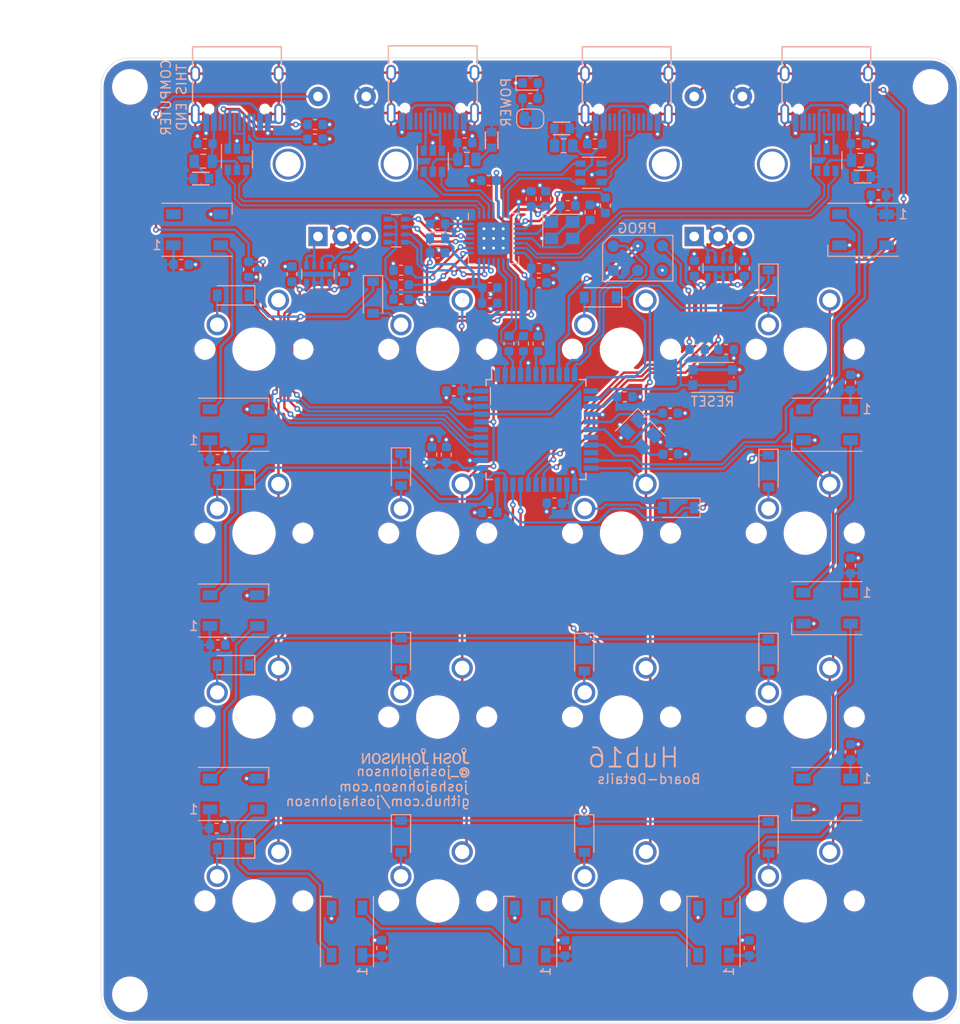
<source format=kicad_pcb>
(kicad_pcb (version 20171130) (host pcbnew 5.1.6-c6e7f7d~87~ubuntu20.04.1)
  (title_block (title Hub16) (date 2020-08-12) (rev 0.6) (company "Josh Johnson"))
  (layers (0 F.Cu signal) (31 B.Cu signal) (34 B.Paste user) (35 F.Paste user) (36 B.SilkS user) (37 F.SilkS user) (38 B.Mask user) (39 F.Mask user) (44 Edge.Cuts user))
  (net 0 "")
  (net 1 GND)
  (net 2 VBUS)
  (net 3 "Net-(C2-Pad1)")
  (net 4 "Net-(C3-Pad1)")
  (net 5 "Net-(C4-Pad1)")
  (net 6 +5V)
  (net 7 "Net-(D1-Pad2)")
  (net 8 /LED_DAT)
  (net 9 "Net-(D2-Pad2)")
  (net 10 "Net-(D3-Pad2)")
  (net 11 "Net-(D10-Pad4)")
  (net 12 "Net-(D5-Pad2)")
  (net 13 /row1)
  (net 14 /row2)
  (net 15 "Net-(D6-Pad2)")
  (net 16 "Net-(D7-Pad2)")
  (net 17 /row3)
  (net 18 /row4)
  (net 19 "Net-(D8-Pad2)")
  (net 20 "Net-(D10-Pad2)")
  (net 21 "Net-(D11-Pad2)")
  (net 22 "Net-(D12-Pad2)")
  (net 23 "Net-(D13-Pad2)")
  (net 24 "Net-(D14-Pad2)")
  (net 25 "Net-(D16-Pad2)")
  (net 26 "Net-(D17-Pad2)")
  (net 27 "Net-(D18-Pad2)")
  (net 28 "Net-(D19-Pad2)")
  (net 29 "Net-(D20-Pad2)")
  (net 30 "Net-(D23-Pad2)")
  (net 31 "Net-(D24-Pad2)")
  (net 32 "Net-(D25-Pad2)")
  (net 33 "Net-(D26-Pad2)")
  (net 34 "Net-(D27-Pad2)")
  (net 35 /MISO)
  (net 36 /MOSI)
  (net 37 /SCK)
  (net 38 /nRST)
  (net 39 /col1)
  (net 40 /col2)
  (net 41 /col3)
  (net 42 /col4)
  (net 43 "Net-(R5-Pad1)")
  (net 44 "Net-(D29-Pad2)")
  (net 45 "Net-(D30-Pad2)")
  (net 46 "Net-(D31-Pad2)")
  (net 47 /ENC_1_A)
  (net 48 /ENC_1_B)
  (net 49 /ENC_1_SW)
  (net 50 /ENC_2_A)
  (net 51 /ENC_2_B)
  (net 52 /ENC_2_SW)
  (net 53 "Net-(R14-Pad1)")
  (net 54 +3V3)
  (net 55 +3.3VA)
  (net 56 "/USB Hub/XIN")
  (net 57 "/USB Hub/XOUT")
  (net 58 /USB_UP_D+)
  (net 59 "Net-(J1-PadA5)")
  (net 60 /USB_UP_D-)
  (net 61 "Net-(J1-PadB5)")
  (net 62 "/USB Hub/D2_D+")
  (net 63 "/USB Hub/D2_D-")
  (net 64 "/USB Hub/D1_D+")
  (net 65 "/USB Hub/D1_D-")
  (net 66 "/USB Hub/D3_D+")
  (net 67 "/USB Hub/D3_D-")
  (net 68 "/USB Hub/USB_DN_D+")
  (net 69 "Net-(R6-Pad1)")
  (net 70 "/USB Hub/USB_DN_D-")
  (net 71 "Net-(R7-Pad1)")
  (net 72 "Net-(RN1-Pad5)")
  (net 73 "Net-(RN3-Pad5)")
  (net 74 "Net-(RN3-Pad7)")
  (net 75 "/USB Hub/nOVR_4")
  (net 76 "/USB Hub/nOVR_2")
  (net 77 "/USB Hub/nOVR_3")
  (net 78 "/USB Hub/nOVR_1")
  (net 79 "/USB Hub/UP_USB_P")
  (net 80 "/USB Hub/UP_USB_N")
  (net 81 "Net-(RN1-Pad7)")
  (net 82 "Net-(JP11-Pad2)")
  (net 83 "Net-(R9-Pad1)")
  (net 84 "Net-(C24-Pad1)")
  (net 85 "Net-(C25-Pad1)")
  (net 86 "Net-(C26-Pad1)")
  (net 87 "Net-(F2-Pad2)")
  (net 88 "Net-(F3-Pad2)")
  (net 89 "Net-(F4-Pad2)")
  (net 90 "Net-(J3-PadA6)")
  (net 91 "Net-(J3-PadA7)")
  (net 92 "Net-(J4-PadA6)")
  (net 93 "Net-(J4-PadA7)")
  (net 94 "Net-(J5-PadA6)")
  (net 95 "Net-(J5-PadA7)")
  (net 96 "Net-(R10-Pad1)")
  (net 97 "Net-(R12-Pad1)")
  (net 98 "Net-(F1-Pad1)")
  (net 99 /LED_1)
  (module Capacitor_SMD:C_0603_1608Metric (layer B.Cu) (at 125.2 72.6125 270)
    (fp_text reference C38 hide)
    (fp_text value 100n)
    (pad 2 smd roundrect (at 0.7875 0 270) (size 0.875 0.95) (layers B.Cu B.Paste B.Mask) (net 6 +5V))
    (pad 1 smd roundrect (at -0.7875 0 270) (size 0.875 0.95) (layers B.Cu B.Paste B.Mask) (net 1 GND))
  )
  (module Capacitor_SMD:C_0603_1608Metric (layer B.Cu) (at 114.7 131.2 90)
    (fp_text reference C37 hide)
    (fp_text value 100n)
    (pad 2 smd roundrect (at 0.7875 0 90) (size 0.875 0.95) (layers B.Cu B.Paste B.Mask) (net 1 GND))
    (pad 1 smd roundrect (at -0.7875 0 90) (size 0.875 0.95) (layers B.Cu B.Paste B.Mask) (net 6 +5V))
  )
  (module Capacitor_SMD:C_0603_1608Metric (layer B.Cu) (at 125.2 91.5875 90)
    (fp_text reference C36 hide)
    (fp_text value 100n)
    (pad 2 smd roundrect (at 0.7875 0 90) (size 0.875 0.95) (layers B.Cu B.Paste B.Mask) (net 1 GND))
    (pad 1 smd roundrect (at -0.7875 0 90) (size 0.875 0.95) (layers B.Cu B.Paste B.Mask) (net 6 +5V))
  )
  (module Capacitor_SMD:C_0603_1608Metric (layer B.Cu) (at 128.1 53.2 180)
    (fp_text reference C35 hide)
    (fp_text value 100n)
    (pad 2 smd roundrect (at 0.7875 0 180) (size 0.875 0.95) (layers B.Cu B.Paste B.Mask) (net 1 GND))
    (pad 1 smd roundrect (at -0.7875 0 180) (size 0.875 0.95) (layers B.Cu B.Paste B.Mask) (net 6 +5V))
  )
  (module Capacitor_SMD:C_0603_1608Metric (layer B.Cu) (at 95.6 131.2 90)
    (fp_text reference C34 hide)
    (fp_text value 100n)
    (pad 2 smd roundrect (at 0.7875 0 90) (size 0.875 0.95) (layers B.Cu B.Paste B.Mask) (net 1 GND))
    (pad 1 smd roundrect (at -0.7875 0 90) (size 0.875 0.95) (layers B.Cu B.Paste B.Mask) (net 6 +5V))
  )
  (module Capacitor_SMD:C_0603_1608Metric (layer B.Cu) (at 59.5 118.8)
    (fp_text reference C33 hide)
    (fp_text value 100n)
    (pad 2 smd roundrect (at 0.7875 0) (size 0.875 0.95) (layers B.Cu B.Paste B.Mask) (net 1 GND))
    (pad 1 smd roundrect (at -0.7875 0) (size 0.875 0.95) (layers B.Cu B.Paste B.Mask) (net 6 +5V))
  )
  (module Capacitor_SMD:C_0603_1608Metric (layer B.Cu) (at 125.2 110.9 90)
    (fp_text reference C32 hide)
    (fp_text value 100n)
    (pad 2 smd roundrect (at 0.7875 0 90) (size 0.875 0.95) (layers B.Cu B.Paste B.Mask) (net 1 GND))
    (pad 1 smd roundrect (at -0.7875 0 90) (size 0.875 0.95) (layers B.Cu B.Paste B.Mask) (net 6 +5V))
  )
  (module Capacitor_SMD:C_0603_1608Metric (layer B.Cu) (at 76.6 131.2 90)
    (fp_text reference C31 hide)
    (fp_text value 100n)
    (pad 2 smd roundrect (at 0.7875 0 90) (size 0.875 0.95) (layers B.Cu B.Paste B.Mask) (net 1 GND))
    (pad 1 smd roundrect (at -0.7875 0 90) (size 0.875 0.95) (layers B.Cu B.Paste B.Mask) (net 6 +5V))
  )
  (module Capacitor_SMD:C_0603_1608Metric (layer B.Cu) (at 59.6125 99.8)
    (fp_text reference C30 hide)
    (fp_text value 100n)
    (pad 2 smd roundrect (at 0.7875 0) (size 0.875 0.95) (layers B.Cu B.Paste B.Mask) (net 1 GND))
    (pad 1 smd roundrect (at -0.7875 0) (size 0.875 0.95) (layers B.Cu B.Paste B.Mask) (net 6 +5V))
  )
  (module Capacitor_SMD:C_0603_1608Metric (layer B.Cu) (at 55.8125 60.4)
    (fp_text reference C29 hide)
    (fp_text value 100n)
    (pad 2 smd roundrect (at 0.7875 0) (size 0.875 0.95) (layers B.Cu B.Paste B.Mask) (net 1 GND))
    (pad 1 smd roundrect (at -0.7875 0) (size 0.875 0.95) (layers B.Cu B.Paste B.Mask) (net 6 +5V))
  )
  (module Capacitor_SMD:C_0603_1608Metric (layer B.Cu) (at 59.6 80.6)
    (fp_text reference C28 hide)
    (fp_text value 100n)
    (pad 2 smd roundrect (at 0.7875 0) (size 0.875 0.95) (layers B.Cu B.Paste B.Mask) (net 1 GND))
    (pad 1 smd roundrect (at -0.7875 0) (size 0.875 0.95) (layers B.Cu B.Paste B.Mask) (net 6 +5V))
  )
  (module Capacitor_SMD:C_0603_1608Metric (layer B.Cu) (at 84.0875 73.5 180)
    (fp_text reference C27 hide)
    (fp_text value 100n)
    (pad 2 smd roundrect (at 0.7875 0 180) (size 0.875 0.95) (layers B.Cu B.Paste B.Mask) (net 1 GND))
    (pad 1 smd roundrect (at -0.7875 0 180) (size 0.875 0.95) (layers B.Cu B.Paste B.Mask) (net 6 +5V))
  )
  (module Capacitor_SMD:C_0603_1608Metric (layer B.Cu) (at 94.5 85.1 180)
    (fp_text reference C23 hide)
    (fp_text value 100n)
    (pad 2 smd roundrect (at 0.7875 0 180) (size 0.875 0.95) (layers B.Cu B.Paste B.Mask) (net 1 GND))
    (pad 1 smd roundrect (at -0.7875 0 180) (size 0.875 0.95) (layers B.Cu B.Paste B.Mask) (net 6 +5V))
  )
  (module josh-passives-smt:Ferrite_Bead_0603 (layer B.Cu) (at 57.9 51.5)
    (fp_text reference FB5 hide)
    (fp_text value 600R hide)
    (pad 2 smd rect (at 0.8 0) (size 0.85 1) (layers B.Cu B.Paste B.Mask) (net 98 "Net-(F1-Pad1)"))
    (pad 1 smd rect (at -0.8 0) (size 0.85 1) (layers B.Cu B.Paste B.Mask) (net 6 +5V))
  )
  (module Resistor_SMD:R_0603_1608Metric (layer B.Cu) (at 78.6125 62.5 180)
    (fp_text reference R12 hide)
    (fp_text value 10K)
    (pad 2 smd roundrect (at 0.7875 0 180) (size 0.875 0.95) (layers B.Cu B.Paste B.Mask) (net 54 +3V3))
    (pad 1 smd roundrect (at -0.7875 0 180) (size 0.875 0.95) (layers B.Cu B.Paste B.Mask) (net 97 "Net-(R12-Pad1)"))
  )
  (module Resistor_SMD:R_0603_1608Metric (layer B.Cu) (at 78.6125 64 180)
    (fp_text reference R10 hide)
    (fp_text value 10K)
    (pad 2 smd roundrect (at 0.7875 0 180) (size 0.875 0.95) (layers B.Cu B.Paste B.Mask) (net 54 +3V3))
    (pad 1 smd roundrect (at -0.7875 0 180) (size 0.875 0.95) (layers B.Cu B.Paste B.Mask) (net 96 "Net-(R10-Pad1)"))
  )
  (module josh-logos:board-title (layer B.Cu) (at 101 113.9 180)
    (fp_text reference LOGO3 hide)
    (fp_text value Board-Details (at -3.3 0.2) (layer B.SilkS) (effects (justify mirror)))
    (fp_text user Hub16 (at -1.7 2.4) (layer B.SilkS) (effects (font (size 2 2) (thickness 0.2)) (justify mirror)))
  )
  (module josh-buttons-switches:RotaryEncoder_Alps_EC11E-Switch_Vertical_H20mm_CircularMountingHoles (layer F.Cu) (at 109 57.5 90)
    (fp_text reference SW3 hide)
    (fp_text value Rotary_Encoder_Switch)
    (pad A thru_hole rect (at 0 0 90) (size 2 2) (drill 1) (layers *.Cu *.Mask) (net 72 "Net-(RN1-Pad5)"))
    (pad C thru_hole circle (at 0 2.5 90) (size 2 2) (drill 1) (layers *.Cu *.Mask) (net 1 GND))
    (pad B thru_hole circle (at 0 5 90) (size 2 2) (drill 1) (layers *.Cu *.Mask) (net 81 "Net-(RN1-Pad7)"))
    (pad MP thru_hole circle (at 7.5 -3.1 90) (size 3.2 3.2) (drill 2.6) (layers *.Cu *.Mask))
    (pad MP thru_hole circle (at 7.5 8.1 90) (size 3.2 3.2) (drill 2.6) (layers *.Cu *.Mask))
    (pad S2 thru_hole circle (at 14.5 0 90) (size 2 2) (drill 1) (layers *.Cu *.Mask) (net 52 /ENC_2_SW))
    (pad S1 thru_hole circle (at 14.5 5 90) (size 2 2) (drill 1) (layers *.Cu *.Mask) (net 6 +5V))
  )
  (module Resistor_SMD:R_0603_1608Metric (layer B.Cu) (at 112.3 69.2 180)
    (fp_text reference R11 hide)
    (fp_text value 10K)
    (pad 2 smd roundrect (at 0.7875 0 180) (size 0.875 0.95) (layers B.Cu B.Paste B.Mask) (net 52 /ENC_2_SW))
    (pad 1 smd roundrect (at -0.7875 0 180) (size 0.875 0.95) (layers B.Cu B.Paste B.Mask) (net 1 GND))
  )
  (module josh-passives-smt:Ferrite_Bead_0603 (layer B.Cu) (at 126.5 51.3)
    (fp_text reference FB3 hide)
    (fp_text value 600R hide)
    (pad 2 smd rect (at 0.8 0) (size 0.85 1) (layers B.Cu B.Paste B.Mask) (net 6 +5V))
    (pad 1 smd rect (at -0.8 0) (size 0.85 1) (layers B.Cu B.Paste B.Mask) (net 87 "Net-(F2-Pad2)"))
  )
  (module josh-passives-smt:Ferrite_Bead_0603 (layer B.Cu) (at 95.3 46.3)
    (fp_text reference FB2 hide)
    (fp_text value 600R hide)
    (pad 2 smd rect (at 0.8 0) (size 0.85 1) (layers B.Cu B.Paste B.Mask) (net 6 +5V))
    (pad 1 smd rect (at -0.8 0) (size 0.85 1) (layers B.Cu B.Paste B.Mask) (net 89 "Net-(F4-Pad2)"))
  )
  (module Resistor_SMD:R_0603_1608Metric (layer B.Cu) (at 69.6875 47.4 180)
    (fp_text reference R4 hide)
    (fp_text value 5K1)
    (pad 2 smd roundrect (at 0.7875 0 180) (size 0.875 0.95) (layers B.Cu B.Paste B.Mask) (net 61 "Net-(J1-PadB5)"))
    (pad 1 smd roundrect (at -0.7875 0 180) (size 0.875 0.95) (layers B.Cu B.Paste B.Mask) (net 1 GND))
  )
  (module Package_TO_SOT_SMD:SOT-23-6 (layer B.Cu) (at 98.3 50.9 180)
    (fp_text reference U6 hide)
    (fp_text value USBLC6-2SC6)
    (pad 5 smd rect (at 1.1 0 180) (size 1.06 0.65) (layers B.Cu B.Paste B.Mask) (net 86 "Net-(C26-Pad1)"))
    (pad 6 smd rect (at 1.1 0.95 180) (size 1.06 0.65) (layers B.Cu B.Paste B.Mask) (net 63 "/USB Hub/D2_D-"))
    (pad 4 smd rect (at 1.1 -0.95 180) (size 1.06 0.65) (layers B.Cu B.Paste B.Mask) (net 62 "/USB Hub/D2_D+"))
    (pad 3 smd rect (at -1.1 -0.95 180) (size 1.06 0.65) (layers B.Cu B.Paste B.Mask) (net 90 "Net-(J3-PadA6)"))
    (pad 2 smd rect (at -1.1 0 180) (size 1.06 0.65) (layers B.Cu B.Paste B.Mask) (net 1 GND))
    (pad 1 smd rect (at -1.1 0.95 180) (size 1.06 0.65) (layers B.Cu B.Paste B.Mask) (net 91 "Net-(J3-PadA7)"))
  )
  (module Package_TO_SOT_SMD:SOT-23-6 (layer B.Cu) (at 81.9 49.7 270)
    (fp_text reference U5 hide)
    (fp_text value USBLC6-2SC6)
    (pad 5 smd rect (at 1.1 0 270) (size 1.06 0.65) (layers B.Cu B.Paste B.Mask) (net 85 "Net-(C25-Pad1)"))
    (pad 6 smd rect (at 1.1 0.95 270) (size 1.06 0.65) (layers B.Cu B.Paste B.Mask) (net 65 "/USB Hub/D1_D-"))
    (pad 4 smd rect (at 1.1 -0.95 270) (size 1.06 0.65) (layers B.Cu B.Paste B.Mask) (net 64 "/USB Hub/D1_D+"))
    (pad 3 smd rect (at -1.1 -0.95 270) (size 1.06 0.65) (layers B.Cu B.Paste B.Mask) (net 92 "Net-(J4-PadA6)"))
    (pad 2 smd rect (at -1.1 0 270) (size 1.06 0.65) (layers B.Cu B.Paste B.Mask) (net 1 GND))
    (pad 1 smd rect (at -1.1 0.95 270) (size 1.06 0.65) (layers B.Cu B.Paste B.Mask) (net 93 "Net-(J4-PadA7)"))
  )
  (module Package_TO_SOT_SMD:SOT-23-6 (layer B.Cu) (at 122.7 49.6 270)
    (fp_text reference U4 hide)
    (fp_text value USBLC6-2SC6)
    (pad 5 smd rect (at 1.1 0 270) (size 1.06 0.65) (layers B.Cu B.Paste B.Mask) (net 84 "Net-(C24-Pad1)"))
    (pad 6 smd rect (at 1.1 0.95 270) (size 1.06 0.65) (layers B.Cu B.Paste B.Mask) (net 67 "/USB Hub/D3_D-"))
    (pad 4 smd rect (at 1.1 -0.95 270) (size 1.06 0.65) (layers B.Cu B.Paste B.Mask) (net 66 "/USB Hub/D3_D+"))
    (pad 3 smd rect (at -1.1 -0.95 270) (size 1.06 0.65) (layers B.Cu B.Paste B.Mask) (net 94 "Net-(J5-PadA6)"))
    (pad 2 smd rect (at -1.1 0 270) (size 1.06 0.65) (layers B.Cu B.Paste B.Mask) (net 1 GND))
    (pad 1 smd rect (at -1.1 0.95 270) (size 1.06 0.65) (layers B.Cu B.Paste B.Mask) (net 95 "Net-(J5-PadA7)"))
  )
  (module josh-passives-smt:Fuse_0805_2012Metric (layer B.Cu) (at 95.4625 48.1 180)
    (fp_text reference F4 hide)
    (fp_text value 200mA)
    (pad 2 smd roundrect (at 0.9375 0 180) (size 0.975 1.4) (layers B.Cu B.Paste B.Mask) (net 89 "Net-(F4-Pad2)"))
    (pad 1 smd roundrect (at -0.9375 0 180) (size 0.975 1.4) (layers B.Cu B.Paste B.Mask) (net 86 "Net-(C26-Pad1)"))
  )
  (module josh-passives-smt:Fuse_0805_2012Metric (layer B.Cu) (at 85.4375 49.5)
    (fp_text reference F3 hide)
    (fp_text value 200mA)
    (pad 2 smd roundrect (at 0.9375 0) (size 0.975 1.4) (layers B.Cu B.Paste B.Mask) (net 88 "Net-(F3-Pad2)"))
    (pad 1 smd roundrect (at -0.9375 0) (size 0.975 1.4) (layers B.Cu B.Paste B.Mask) (net 85 "Net-(C25-Pad1)"))
  )
  (module josh-passives-smt:Fuse_0805_2012Metric (layer B.Cu) (at 126.2375 49.6)
    (fp_text reference F2 hide)
    (fp_text value 200mA)
    (pad 2 smd roundrect (at 0.9375 0) (size 0.975 1.4) (layers B.Cu B.Paste B.Mask) (net 87 "Net-(F2-Pad2)"))
    (pad 1 smd roundrect (at -0.9375 0) (size 0.975 1.4) (layers B.Cu B.Paste B.Mask) (net 84 "Net-(C24-Pad1)"))
  )
  (module Capacitor_SMD:C_0603_1608Metric (layer B.Cu) (at 98.7 47.9 180)
    (fp_text reference C26 hide)
    (fp_text value 100n)
    (pad 2 smd roundrect (at 0.7875 0 180) (size 0.875 0.95) (layers B.Cu B.Paste B.Mask) (net 1 GND))
    (pad 1 smd roundrect (at -0.7875 0 180) (size 0.875 0.95) (layers B.Cu B.Paste B.Mask) (net 86 "Net-(C26-Pad1)"))
  )
  (module Capacitor_SMD:C_0603_1608Metric (layer B.Cu) (at 85.2125 47.8)
    (fp_text reference C25 hide)
    (fp_text value 100n)
    (pad 2 smd roundrect (at 0.7875 0) (size 0.875 0.95) (layers B.Cu B.Paste B.Mask) (net 1 GND))
    (pad 1 smd roundrect (at -0.7875 0) (size 0.875 0.95) (layers B.Cu B.Paste B.Mask) (net 85 "Net-(C25-Pad1)"))
  )
  (module Capacitor_SMD:C_0603_1608Metric (layer B.Cu) (at 126.0125 47.9)
    (fp_text reference C24 hide)
    (fp_text value 100n)
    (pad 2 smd roundrect (at 0.7875 0) (size 0.875 0.95) (layers B.Cu B.Paste B.Mask) (net 1 GND))
    (pad 1 smd roundrect (at -0.7875 0) (size 0.875 0.95) (layers B.Cu B.Paste B.Mask) (net 84 "Net-(C24-Pad1)"))
  )
  (module josh-dfn-qfn:QFN-28-1EP_5x5mm_P0.5mm_EP3.35x3.35mm_ThermalVias (layer B.Cu) (at 88.2 57.7 270)
    (fp_text reference U3 hide)
    (fp_text value CY7C65632-28LTXCT)
    (pad 29 smd roundrect (at 0 0 270) (size 3.35 3.35) (layers B.Cu B.Mask) (roundrect_rratio 0.074627) (net 1 GND))
    (pad 29 thru_hole circle (at -1 1 270) (size 0.5 0.5) (drill 0.3) (layers *.Cu) (net 1 GND))
    (pad 29 thru_hole circle (at 0 1 270) (size 0.5 0.5) (drill 0.3) (layers *.Cu) (net 1 GND))
    (pad 29 thru_hole circle (at 1 1 270) (size 0.5 0.5) (drill 0.3) (layers *.Cu) (net 1 GND))
    (pad 29 thru_hole circle (at -1 0 270) (size 0.5 0.5) (drill 0.3) (layers *.Cu) (net 1 GND))
    (pad 29 thru_hole circle (at 0 0 270) (size 0.5 0.5) (drill 0.3) (layers *.Cu) (net 1 GND))
    (pad 29 thru_hole circle (at 1 0 270) (size 0.5 0.5) (drill 0.3) (layers *.Cu) (net 1 GND))
    (pad 29 thru_hole circle (at -1 -1 270) (size 0.5 0.5) (drill 0.3) (layers *.Cu) (net 1 GND))
    (pad 29 thru_hole circle (at 0 -1 270) (size 0.5 0.5) (drill 0.3) (layers *.Cu) (net 1 GND))
    (pad 29 thru_hole circle (at 1 -1 270) (size 0.5 0.5) (drill 0.3) (layers *.Cu) (net 1 GND))
    (pad 1 smd roundrect (at -2.45 1.5 270) (size 0.8 0.25) (layers B.Cu B.Paste B.Mask) (net 80 "/USB Hub/UP_USB_N"))
    (pad 2 smd roundrect (at -2.45 1 270) (size 0.8 0.25) (layers B.Cu B.Paste B.Mask) (net 79 "/USB Hub/UP_USB_P"))
    (pad 3 smd roundrect (at -2.45 0.5 270) (size 0.8 0.25) (layers B.Cu B.Paste B.Mask) (net 65 "/USB Hub/D1_D-"))
    (pad 4 smd roundrect (at -2.45 0 270) (size 0.8 0.25) (layers B.Cu B.Paste B.Mask) (net 64 "/USB Hub/D1_D+"))
    (pad 5 smd roundrect (at -2.45 -0.5 270) (size 0.8 0.25) (layers B.Cu B.Paste B.Mask) (net 55 +3.3VA))
    (pad 6 smd roundrect (at -2.45 -1 270) (size 0.8 0.25) (layers B.Cu B.Paste B.Mask) (net 63 "/USB Hub/D2_D-"))
    (pad 7 smd roundrect (at -2.45 -1.5 270) (size 0.8 0.25) (layers B.Cu B.Paste B.Mask) (net 62 "/USB Hub/D2_D+"))
    (pad 8 smd roundrect (at -1.5 -2.45 270) (size 0.25 0.8) (layers B.Cu B.Paste B.Mask) (net 53 "Net-(R14-Pad1)"))
    (pad 9 smd roundrect (at -1 -2.45 270) (size 0.25 0.8) (layers B.Cu B.Paste B.Mask) (net 55 +3.3VA))
    (pad 10 smd roundrect (at -0.5 -2.45 270) (size 0.25 0.8) (layers B.Cu B.Paste B.Mask) (net 56 "/USB Hub/XIN"))
    (pad 11 smd roundrect (at 0 -2.45 270) (size 0.25 0.8) (layers B.Cu B.Paste B.Mask) (net 57 "/USB Hub/XOUT"))
    (pad 12 smd roundrect (at 0.5 -2.45 270) (size 0.25 0.8) (layers B.Cu B.Paste B.Mask) (net 67 "/USB Hub/D3_D-"))
    (pad 13 smd roundrect (at 1 -2.45 270) (size 0.25 0.8) (layers B.Cu B.Paste B.Mask) (net 66 "/USB Hub/D3_D+"))
    (pad 14 smd roundrect (at 1.5 -2.45 270) (size 0.25 0.8) (layers B.Cu B.Paste B.Mask) (net 55 +3.3VA))
    (pad 15 smd roundrect (at 2.45 -1.5 270) (size 0.8 0.25) (layers B.Cu B.Paste B.Mask) (net 70 "/USB Hub/USB_DN_D-"))
    (pad 16 smd roundrect (at 2.45 -1 270) (size 0.8 0.25) (layers B.Cu B.Paste B.Mask) (net 68 "/USB Hub/USB_DN_D+"))
    (pad 17 smd roundrect (at 2.45 -0.5 270) (size 0.8 0.25) (layers B.Cu B.Paste B.Mask) (net 96 "Net-(R10-Pad1)"))
    (pad 18 smd roundrect (at 2.45 0 270) (size 0.8 0.25) (layers B.Cu B.Paste B.Mask))
    (pad 19 smd roundrect (at 2.45 0.5 270) (size 0.8 0.25) (layers B.Cu B.Paste B.Mask) (net 75 "/USB Hub/nOVR_4"))
    (pad 20 smd roundrect (at 2.45 1 270) (size 0.8 0.25) (layers B.Cu B.Paste B.Mask) (net 77 "/USB Hub/nOVR_3"))
    (pad 21 smd roundrect (at 2.45 1.5 270) (size 0.8 0.25) (layers B.Cu B.Paste B.Mask) (net 54 +3V3))
    (pad 22 smd roundrect (at 1.5 2.45 270) (size 0.25 0.8) (layers B.Cu B.Paste B.Mask) (net 97 "Net-(R12-Pad1)"))
    (pad 23 smd roundrect (at 1 2.45 270) (size 0.25 0.8) (layers B.Cu B.Paste B.Mask) (net 83 "Net-(R9-Pad1)"))
    (pad 24 smd roundrect (at 0.5 2.45 270) (size 0.25 0.8) (layers B.Cu B.Paste B.Mask) (net 76 "/USB Hub/nOVR_2"))
    (pad 25 smd roundrect (at 0 2.45 270) (size 0.25 0.8) (layers B.Cu B.Paste B.Mask) (net 78 "/USB Hub/nOVR_1"))
    (pad 26 smd roundrect (at -0.5 2.45 270) (size 0.25 0.8) (layers B.Cu B.Paste B.Mask))
    (pad 27 smd roundrect (at -1 2.45 270) (size 0.25 0.8) (layers B.Cu B.Paste B.Mask) (net 6 +5V))
    (pad 28 smd roundrect (at -1.5 2.45 270) (size 0.25 0.8) (layers B.Cu B.Paste B.Mask) (net 54 +3V3))
  )
  (module josh-buttons-switches:RotaryEncoder_Alps_EC11E-Switch_Vertical_H20mm_CircularMountingHoles (layer F.Cu) (at 70 57.5 90)
    (fp_text reference SW2 hide)
    (fp_text value Rotary_Encoder_Switch)
    (pad A thru_hole rect (at 0 0 90) (size 2 2) (drill 1) (layers *.Cu *.Mask) (net 73 "Net-(RN3-Pad5)"))
    (pad C thru_hole circle (at 0 2.5 90) (size 2 2) (drill 1) (layers *.Cu *.Mask) (net 1 GND))
    (pad B thru_hole circle (at 0 5 90) (size 2 2) (drill 1) (layers *.Cu *.Mask) (net 74 "Net-(RN3-Pad7)"))
    (pad MP thru_hole circle (at 7.5 -3.1 90) (size 3.2 3.2) (drill 2.6) (layers *.Cu *.Mask))
    (pad MP thru_hole circle (at 7.5 8.1 90) (size 3.2 3.2) (drill 2.6) (layers *.Cu *.Mask))
    (pad S2 thru_hole circle (at 14.5 0 90) (size 2 2) (drill 1) (layers *.Cu *.Mask) (net 49 /ENC_1_SW))
    (pad S1 thru_hole circle (at 14.5 5 90) (size 2 2) (drill 1) (layers *.Cu *.Mask) (net 6 +5V))
  )
  (module Resistor_SMD:R_0603_1608Metric (layer B.Cu) (at 78.6125 61 180)
    (fp_text reference R9 hide)
    (fp_text value 10K)
    (pad 2 smd roundrect (at 0.7875 0 180) (size 0.875 0.95) (layers B.Cu B.Paste B.Mask) (net 1 GND))
    (pad 1 smd roundrect (at -0.7875 0 180) (size 0.875 0.95) (layers B.Cu B.Paste B.Mask) (net 83 "Net-(R9-Pad1)"))
  )
  (module josh-keyboard:MX_KEYSWITCH (layer F.Cu) (at 120.45 88.25)
    (fp_text reference K17 hide)
    (fp_text value KEYSW)
    (pad "" np_thru_hole circle (at 5.14 -0.02) (size 1.7 1.7) (drill 1.7) (layers *.Cu *.Mask))
    (pad "" np_thru_hole circle (at -5.02 -0.02) (size 1.7 1.7) (drill 1.7) (layers *.Cu *.Mask))
    (pad "" np_thru_hole circle (at 0.06 -0.02) (size 4 4) (drill 4) (layers *.Cu *.Mask))
    (pad 2 thru_hole circle (at -3.75 -2.56) (size 2.2 2.2) (drill 1.5) (layers *.Cu *.Mask) (net 32 "Net-(D25-Pad2)"))
    (pad 1 thru_hole circle (at 2.6 -5.1) (size 2.2 2.2) (drill 1.5) (layers *.Cu *.Mask) (net 42 /col4))
  )
  (module josh-logos:OSHW_Logo_3.6x3.6_F.Mask (layer B.Cu) (at 92 112.5 180)
    (fp_text reference LOGO4 hide)
    (fp_text value Logo_Open_Hardware_Small hide)
  )
  (module josh-logos:josh-details (layer B.Cu) (at 79.67 115.07 180)
    (fp_text reference LOGO2 hide)
    (fp_text value Josh-Details)
    (fp_text user github.com/joshajohnson (at 3.4736 -0.932) (layer B.SilkS) (effects (justify mirror)))
    (fp_text user joshajohnson.com (at 0.8 0.6) (layer B.SilkS) (effects (justify mirror)))
    (fp_text user @_joshajohnson (at -0.23 2.17 180) (layer B.SilkS) (effects (justify mirror)))
  )
  (module josh-logos:josh-johnson-logo-11x2 (layer B.Cu) (at 80.1 111.3 180)
    (fp_text reference LOGO1 hide)
    (fp_text value Josh-Logo hide)
  )
  (module Package_TO_SOT_SMD:SOT-23-6 (layer B.Cu) (at 61.6 49.5 270)
    (fp_text reference U1 hide)
    (fp_text value USBLC6-2SC6)
    (pad 5 smd rect (at 1.1 0 270) (size 1.06 0.65) (layers B.Cu B.Paste B.Mask) (net 2 VBUS))
    (pad 6 smd rect (at 1.1 0.95 270) (size 1.06 0.65) (layers B.Cu B.Paste B.Mask) (net 80 "/USB Hub/UP_USB_N"))
    (pad 4 smd rect (at 1.1 -0.95 270) (size 1.06 0.65) (layers B.Cu B.Paste B.Mask) (net 79 "/USB Hub/UP_USB_P"))
    (pad 3 smd rect (at -1.1 -0.95 270) (size 1.06 0.65) (layers B.Cu B.Paste B.Mask) (net 58 /USB_UP_D+))
    (pad 2 smd rect (at -1.1 0 270) (size 1.06 0.65) (layers B.Cu B.Paste B.Mask) (net 1 GND))
    (pad 1 smd rect (at -1.1 0.95 270) (size 1.06 0.65) (layers B.Cu B.Paste B.Mask) (net 60 /USB_UP_D-))
  )
  (module Resistor_SMD:R_Array_Convex_4x0603 (layer B.Cu) (at 78.1 56.9 180)
    (fp_text reference RN5 hide)
    (fp_text value 10K)
    (pad 5 smd rect (at 0.9 -1.2 180) (size 0.8 0.5) (layers B.Cu B.Paste B.Mask) (net 54 +3V3))
    (pad 6 smd rect (at 0.9 -0.4 180) (size 0.8 0.4) (layers B.Cu B.Paste B.Mask) (net 54 +3V3))
    (pad 8 smd rect (at 0.9 1.2 180) (size 0.8 0.5) (layers B.Cu B.Paste B.Mask) (net 54 +3V3))
    (pad 7 smd rect (at 0.9 0.4 180) (size 0.8 0.4) (layers B.Cu B.Paste B.Mask) (net 54 +3V3))
    (pad 4 smd rect (at -0.9 -1.2 180) (size 0.8 0.5) (layers B.Cu B.Paste B.Mask) (net 75 "/USB Hub/nOVR_4"))
    (pad 2 smd rect (at -0.9 0.4 180) (size 0.8 0.4) (layers B.Cu B.Paste B.Mask) (net 76 "/USB Hub/nOVR_2"))
    (pad 3 smd rect (at -0.9 -0.4 180) (size 0.8 0.4) (layers B.Cu B.Paste B.Mask) (net 77 "/USB Hub/nOVR_3"))
    (pad 1 smd rect (at -0.9 1.2 180) (size 0.8 0.5) (layers B.Cu B.Paste B.Mask) (net 78 "/USB Hub/nOVR_1"))
  )
  (module Resistor_SMD:R_Array_Convex_4x0603 (layer B.Cu) (at 70 61.4 90)
    (fp_text reference RN3 hide)
    (fp_text value 10K)
    (pad 5 smd rect (at 0.9 -1.2 90) (size 0.8 0.5) (layers B.Cu B.Paste B.Mask) (net 73 "Net-(RN3-Pad5)"))
    (pad 6 smd rect (at 0.9 -0.4 90) (size 0.8 0.4) (layers B.Cu B.Paste B.Mask) (net 73 "Net-(RN3-Pad5)"))
    (pad 8 smd rect (at 0.9 1.2 90) (size 0.8 0.5) (layers B.Cu B.Paste B.Mask) (net 74 "Net-(RN3-Pad7)"))
    (pad 7 smd rect (at 0.9 0.4 90) (size 0.8 0.4) (layers B.Cu B.Paste B.Mask) (net 74 "Net-(RN3-Pad7)"))
    (pad 4 smd rect (at -0.9 -1.2 90) (size 0.8 0.5) (layers B.Cu B.Paste B.Mask) (net 47 /ENC_1_A))
    (pad 2 smd rect (at -0.9 0.4 90) (size 0.8 0.4) (layers B.Cu B.Paste B.Mask) (net 6 +5V))
    (pad 3 smd rect (at -0.9 -0.4 90) (size 0.8 0.4) (layers B.Cu B.Paste B.Mask) (net 6 +5V))
    (pad 1 smd rect (at -0.9 1.2 90) (size 0.8 0.5) (layers B.Cu B.Paste B.Mask) (net 48 /ENC_1_B))
  )
  (module Resistor_SMD:R_Array_Convex_4x0603 (layer B.Cu) (at 111.6 60.8 90)
    (fp_text reference RN1 hide)
    (fp_text value 10K)
    (pad 5 smd rect (at 0.9 -1.2 90) (size 0.8 0.5) (layers B.Cu B.Paste B.Mask) (net 72 "Net-(RN1-Pad5)"))
    (pad 6 smd rect (at 0.9 -0.4 90) (size 0.8 0.4) (layers B.Cu B.Paste B.Mask) (net 72 "Net-(RN1-Pad5)"))
    (pad 8 smd rect (at 0.9 1.2 90) (size 0.8 0.5) (layers B.Cu B.Paste B.Mask) (net 81 "Net-(RN1-Pad7)"))
    (pad 7 smd rect (at 0.9 0.4 90) (size 0.8 0.4) (layers B.Cu B.Paste B.Mask) (net 81 "Net-(RN1-Pad7)"))
    (pad 4 smd rect (at -0.9 -1.2 90) (size 0.8 0.5) (layers B.Cu B.Paste B.Mask) (net 50 /ENC_2_A))
    (pad 2 smd rect (at -0.9 0.4 90) (size 0.8 0.4) (layers B.Cu B.Paste B.Mask) (net 6 +5V))
    (pad 3 smd rect (at -0.9 -0.4 90) (size 0.8 0.4) (layers B.Cu B.Paste B.Mask) (net 6 +5V))
    (pad 1 smd rect (at -0.9 1.2 90) (size 0.8 0.5) (layers B.Cu B.Paste B.Mask) (net 51 /ENC_2_B))
  )
  (module josh-buttons-switches:SW_Push_KMR2 (layer B.Cu) (at 110.9 72.1 180)
    (fp_text reference SW1 hide)
    (fp_text value KMR2)
    (pad 2 smd rect (at 2.05 -0.8 180) (size 0.9 1) (layers B.Cu B.Paste B.Mask) (net 38 /nRST))
    (pad 1 smd rect (at 2.05 0.8 180) (size 0.9 1) (layers B.Cu B.Paste B.Mask) (net 1 GND))
    (pad 2 smd rect (at -2.05 -0.8 180) (size 0.9 1) (layers B.Cu B.Paste B.Mask) (net 38 /nRST))
    (pad 1 smd rect (at -2.05 0.8 180) (size 0.9 1) (layers B.Cu B.Paste B.Mask) (net 1 GND))
  )
  (module josh-connectors:AVR_PROG_2.54_SMT (layer B.Cu) (at 103.15 59.75)
    (fp_text reference J2 hide)
    (fp_text value AVR-ISP-6)
    (pad 5 smd circle (at 2.54 -1.27) (size 1.2 1.2) (layers B.Cu B.Mask) (net 38 /nRST))
    (pad 6 smd circle (at 2.54 1.27) (size 1.2 1.2) (layers B.Cu B.Mask) (net 1 GND))
    (pad 3 smd circle (at 0 -1.27) (size 1.2 1.2) (layers B.Cu B.Mask) (net 37 /SCK))
    (pad 4 smd circle (at 0 1.27) (size 1.2 1.2) (layers B.Cu B.Mask) (net 36 /MOSI))
    (pad 1 smd circle (at -2.54 -1.27) (size 1.2 1.2) (layers B.Cu B.Mask) (net 35 /MISO))
    (pad 2 smd circle (at -2.54 1.27) (size 1.2 1.2) (layers B.Cu B.Mask) (net 6 +5V))
  )
  (module josh-passives-smt:Fuse_0805_2012Metric (layer B.Cu) (at 58.1 49.7)
    (fp_text reference F1 hide)
    (fp_text value 500mA)
    (pad 2 smd roundrect (at 0.9375 0) (size 0.975 1.4) (layers B.Cu B.Paste B.Mask) (net 2 VBUS))
    (pad 1 smd roundrect (at -0.9375 0) (size 0.975 1.4) (layers B.Cu B.Paste B.Mask) (net 98 "Net-(F1-Pad1)"))
  )
  (module LED_SMD:LED_WS2812B_PLCC4_5.0x5.0mm_P3.2mm (layer B.Cu) (at 57.45 56.8)
    (fp_text reference D32 hide)
    (fp_text value WS2812B)
    (fp_text user 1 (at -4.15 1.6) (layer B.SilkS) (effects (justify mirror)))
    (pad 1 smd rect (at -2.45 1.6) (size 1.5 1) (layers B.Cu B.Paste B.Mask) (net 6 +5V))
    (pad 2 smd rect (at -2.45 -1.6) (size 1.5 1) (layers B.Cu B.Paste B.Mask))
    (pad 4 smd rect (at 2.45 1.6) (size 1.5 1) (layers B.Cu B.Paste B.Mask) (net 46 "Net-(D31-Pad2)"))
    (pad 3 smd rect (at 2.45 -1.6) (size 1.5 1) (layers B.Cu B.Paste B.Mask) (net 1 GND))
  )
  (module LED_SMD:LED_WS2812B_PLCC4_5.0x5.0mm_P3.2mm (layer B.Cu) (at 61.25 77)
    (fp_text reference D31 hide)
    (fp_text value WS2812B)
    (fp_text user 1 (at -4.15 1.6) (layer B.SilkS) (effects (justify mirror)))
    (pad 1 smd rect (at -2.45 1.6) (size 1.5 1) (layers B.Cu B.Paste B.Mask) (net 6 +5V))
    (pad 2 smd rect (at -2.45 -1.6) (size 1.5 1) (layers B.Cu B.Paste B.Mask) (net 46 "Net-(D31-Pad2)"))
    (pad 4 smd rect (at 2.45 1.6) (size 1.5 1) (layers B.Cu B.Paste B.Mask) (net 45 "Net-(D30-Pad2)"))
    (pad 3 smd rect (at 2.45 -1.6) (size 1.5 1) (layers B.Cu B.Paste B.Mask) (net 1 GND))
  )
  (module LED_SMD:LED_WS2812B_PLCC4_5.0x5.0mm_P3.2mm (layer B.Cu) (at 61.25 96.25)
    (fp_text reference D30 hide)
    (fp_text value WS2812B)
    (fp_text user 1 (at -4.15 1.6) (layer B.SilkS) (effects (justify mirror)))
    (pad 1 smd rect (at -2.45 1.6) (size 1.5 1) (layers B.Cu B.Paste B.Mask) (net 6 +5V))
    (pad 2 smd rect (at -2.45 -1.6) (size 1.5 1) (layers B.Cu B.Paste B.Mask) (net 45 "Net-(D30-Pad2)"))
    (pad 4 smd rect (at 2.45 1.6) (size 1.5 1) (layers B.Cu B.Paste B.Mask) (net 44 "Net-(D29-Pad2)"))
    (pad 3 smd rect (at 2.45 -1.6) (size 1.5 1) (layers B.Cu B.Paste B.Mask) (net 1 GND))
  )
  (module LED_SMD:LED_WS2812B_PLCC4_5.0x5.0mm_P3.2mm (layer B.Cu) (at 61.25 115.25)
    (fp_text reference D29 hide)
    (fp_text value WS2812B)
    (fp_text user 1 (at -4.15 1.6) (layer B.SilkS) (effects (justify mirror)))
    (pad 1 smd rect (at -2.45 1.6) (size 1.5 1) (layers B.Cu B.Paste B.Mask) (net 6 +5V))
    (pad 2 smd rect (at -2.45 -1.6) (size 1.5 1) (layers B.Cu B.Paste B.Mask) (net 44 "Net-(D29-Pad2)"))
    (pad 4 smd rect (at 2.45 1.6) (size 1.5 1) (layers B.Cu B.Paste B.Mask) (net 30 "Net-(D23-Pad2)"))
    (pad 3 smd rect (at 2.45 -1.6) (size 1.5 1) (layers B.Cu B.Paste B.Mask) (net 1 GND))
  )
  (module LED_SMD:LED_WS2812B_PLCC4_5.0x5.0mm_P3.2mm (layer B.Cu) (at 73 129.5 90)
    (fp_text reference D23 hide)
    (fp_text value WS2812B)
    (fp_text user 1 (at -4.15 1.6 90) (layer B.SilkS) (effects (justify mirror)))
    (pad 1 smd rect (at -2.45 1.6 90) (size 1.5 1) (layers B.Cu B.Paste B.Mask) (net 6 +5V))
    (pad 2 smd rect (at -2.45 -1.6 90) (size 1.5 1) (layers B.Cu B.Paste B.Mask) (net 30 "Net-(D23-Pad2)"))
    (pad 4 smd rect (at 2.45 1.6 90) (size 1.5 1) (layers B.Cu B.Paste B.Mask) (net 99 /LED_1))
    (pad 3 smd rect (at 2.45 -1.6 90) (size 1.5 1) (layers B.Cu B.Paste B.Mask) (net 1 GND))
  )
  (module LED_SMD:LED_WS2812B_PLCC4_5.0x5.0mm_P3.2mm (layer B.Cu) (at 92 129.5 90)
    (fp_text reference D22 hide)
    (fp_text value WS2812B)
    (fp_text user 1 (at -4.15 1.6 90) (layer B.SilkS) (effects (justify mirror)))
    (pad 1 smd rect (at -2.45 1.6 90) (size 1.5 1) (layers B.Cu B.Paste B.Mask) (net 6 +5V))
    (pad 2 smd rect (at -2.45 -1.6 90) (size 1.5 1) (layers B.Cu B.Paste B.Mask) (net 99 /LED_1))
    (pad 4 smd rect (at 2.45 1.6 90) (size 1.5 1) (layers B.Cu B.Paste B.Mask) (net 25 "Net-(D16-Pad2)"))
    (pad 3 smd rect (at 2.45 -1.6 90) (size 1.5 1) (layers B.Cu B.Paste B.Mask) (net 1 GND))
  )
  (module LED_SMD:LED_WS2812B_PLCC4_5.0x5.0mm_P3.2mm (layer B.Cu) (at 111 129.5 90)
    (fp_text reference D16 hide)
    (fp_text value WS2812B)
    (fp_text user 1 (at -4.15 1.6 90) (layer B.SilkS) (effects (justify mirror)))
    (pad 1 smd rect (at -2.45 1.6 90) (size 1.5 1) (layers B.Cu B.Paste B.Mask) (net 6 +5V))
    (pad 2 smd rect (at -2.45 -1.6 90) (size 1.5 1) (layers B.Cu B.Paste B.Mask) (net 25 "Net-(D16-Pad2)"))
    (pad 4 smd rect (at 2.45 1.6 90) (size 1.5 1) (layers B.Cu B.Paste B.Mask) (net 20 "Net-(D10-Pad2)"))
    (pad 3 smd rect (at 2.45 -1.6 90) (size 1.5 1) (layers B.Cu B.Paste B.Mask) (net 1 GND))
  )
  (module LED_SMD:LED_WS2812B_PLCC4_5.0x5.0mm_P3.2mm (layer B.Cu) (at 122.75 115.25 180)
    (fp_text reference D10 hide)
    (fp_text value WS2812B)
    (fp_text user 1 (at -4.15 1.6) (layer B.SilkS) (effects (justify mirror)))
    (pad 1 smd rect (at -2.45 1.6 180) (size 1.5 1) (layers B.Cu B.Paste B.Mask) (net 6 +5V))
    (pad 2 smd rect (at -2.45 -1.6 180) (size 1.5 1) (layers B.Cu B.Paste B.Mask) (net 20 "Net-(D10-Pad2)"))
    (pad 4 smd rect (at 2.45 1.6 180) (size 1.5 1) (layers B.Cu B.Paste B.Mask) (net 11 "Net-(D10-Pad4)"))
    (pad 3 smd rect (at 2.45 -1.6 180) (size 1.5 1) (layers B.Cu B.Paste B.Mask) (net 1 GND))
  )
  (module LED_SMD:LED_WS2812B_PLCC4_5.0x5.0mm_P3.2mm (layer B.Cu) (at 122.75 96 180)
    (fp_text reference D4 hide)
    (fp_text value WS2812B)
    (fp_text user 1 (at -4.15 1.6) (layer B.SilkS) (effects (justify mirror)))
    (pad 1 smd rect (at -2.45 1.6 180) (size 1.5 1) (layers B.Cu B.Paste B.Mask) (net 6 +5V))
    (pad 2 smd rect (at -2.45 -1.6 180) (size 1.5 1) (layers B.Cu B.Paste B.Mask) (net 11 "Net-(D10-Pad4)"))
    (pad 4 smd rect (at 2.45 1.6 180) (size 1.5 1) (layers B.Cu B.Paste B.Mask) (net 10 "Net-(D3-Pad2)"))
    (pad 3 smd rect (at 2.45 -1.6 180) (size 1.5 1) (layers B.Cu B.Paste B.Mask) (net 1 GND))
  )
  (module LED_SMD:LED_WS2812B_PLCC4_5.0x5.0mm_P3.2mm (layer B.Cu) (at 122.75 77 180)
    (fp_text reference D3 hide)
    (fp_text value WS2812B)
    (fp_text user 1 (at -4.15 1.6) (layer B.SilkS) (effects (justify mirror)))
    (pad 1 smd rect (at -2.45 1.6 180) (size 1.5 1) (layers B.Cu B.Paste B.Mask) (net 6 +5V))
    (pad 2 smd rect (at -2.45 -1.6 180) (size 1.5 1) (layers B.Cu B.Paste B.Mask) (net 10 "Net-(D3-Pad2)"))
    (pad 4 smd rect (at 2.45 1.6 180) (size 1.5 1) (layers B.Cu B.Paste B.Mask) (net 9 "Net-(D2-Pad2)"))
    (pad 3 smd rect (at 2.45 -1.6 180) (size 1.5 1) (layers B.Cu B.Paste B.Mask) (net 1 GND))
  )
  (module LED_SMD:LED_WS2812B_PLCC4_5.0x5.0mm_P3.2mm (layer B.Cu) (at 126.5 56.8 180)
    (fp_text reference D2 hide)
    (fp_text value WS2812B)
    (fp_text user 1 (at -4.15 1.6) (layer B.SilkS) (effects (justify mirror)))
    (pad 1 smd rect (at -2.45 1.6 180) (size 1.5 1) (layers B.Cu B.Paste B.Mask) (net 6 +5V))
    (pad 2 smd rect (at -2.45 -1.6 180) (size 1.5 1) (layers B.Cu B.Paste B.Mask) (net 9 "Net-(D2-Pad2)"))
    (pad 4 smd rect (at 2.45 1.6 180) (size 1.5 1) (layers B.Cu B.Paste B.Mask) (net 8 /LED_DAT))
    (pad 3 smd rect (at 2.45 -1.6 180) (size 1.5 1) (layers B.Cu B.Paste B.Mask) (net 1 GND))
  )
  (module josh-keyboard:MX_KEYSWITCH (layer F.Cu) (at 120.45 126.35)
    (fp_text reference K19 hide)
    (fp_text value KEYSW)
    (pad "" np_thru_hole circle (at 5.14 -0.02) (size 1.7 1.7) (drill 1.7) (layers *.Cu *.Mask))
    (pad "" np_thru_hole circle (at -5.02 -0.02) (size 1.7 1.7) (drill 1.7) (layers *.Cu *.Mask))
    (pad "" np_thru_hole circle (at 0.06 -0.02) (size 4 4) (drill 4) (layers *.Cu *.Mask))
    (pad 2 thru_hole circle (at -3.75 -2.56) (size 2.2 2.2) (drill 1.5) (layers *.Cu *.Mask) (net 34 "Net-(D27-Pad2)"))
    (pad 1 thru_hole circle (at 2.6 -5.1) (size 2.2 2.2) (drill 1.5) (layers *.Cu *.Mask) (net 42 /col4))
  )
  (module josh-keyboard:MX_KEYSWITCH (layer F.Cu) (at 120.45 107.3)
    (fp_text reference K18 hide)
    (fp_text value KEYSW)
    (pad "" np_thru_hole circle (at 5.14 -0.02) (size 1.7 1.7) (drill 1.7) (layers *.Cu *.Mask))
    (pad "" np_thru_hole circle (at -5.02 -0.02) (size 1.7 1.7) (drill 1.7) (layers *.Cu *.Mask))
    (pad "" np_thru_hole circle (at 0.06 -0.02) (size 4 4) (drill 4) (layers *.Cu *.Mask))
    (pad 2 thru_hole circle (at -3.75 -2.56) (size 2.2 2.2) (drill 1.5) (layers *.Cu *.Mask) (net 33 "Net-(D26-Pad2)"))
    (pad 1 thru_hole circle (at 2.6 -5.1) (size 2.2 2.2) (drill 1.5) (layers *.Cu *.Mask) (net 42 /col4))
  )
  (module josh-keyboard:MX_KEYSWITCH (layer F.Cu) (at 120.45 69.2)
    (fp_text reference K16 hide)
    (fp_text value KEYSW)
    (pad "" np_thru_hole circle (at 5.14 -0.02) (size 1.7 1.7) (drill 1.7) (layers *.Cu *.Mask))
    (pad "" np_thru_hole circle (at -5.02 -0.02) (size 1.7 1.7) (drill 1.7) (layers *.Cu *.Mask))
    (pad "" np_thru_hole circle (at 0.06 -0.02) (size 4 4) (drill 4) (layers *.Cu *.Mask))
    (pad 2 thru_hole circle (at -3.75 -2.56) (size 2.2 2.2) (drill 1.5) (layers *.Cu *.Mask) (net 31 "Net-(D24-Pad2)"))
    (pad 1 thru_hole circle (at 2.6 -5.1) (size 2.2 2.2) (drill 1.5) (layers *.Cu *.Mask) (net 42 /col4))
  )
  (module josh-keyboard:MX_KEYSWITCH (layer F.Cu) (at 101.4 126.35)
    (fp_text reference K14 hide)
    (fp_text value KEYSW)
    (pad "" np_thru_hole circle (at 5.14 -0.02) (size 1.7 1.7) (drill 1.7) (layers *.Cu *.Mask))
    (pad "" np_thru_hole circle (at -5.02 -0.02) (size 1.7 1.7) (drill 1.7) (layers *.Cu *.Mask))
    (pad "" np_thru_hole circle (at 0.06 -0.02) (size 4 4) (drill 4) (layers *.Cu *.Mask))
    (pad 2 thru_hole circle (at -3.75 -2.56) (size 2.2 2.2) (drill 1.5) (layers *.Cu *.Mask) (net 29 "Net-(D20-Pad2)"))
    (pad 1 thru_hole circle (at 2.6 -5.1) (size 2.2 2.2) (drill 1.5) (layers *.Cu *.Mask) (net 41 /col3))
  )
  (module josh-keyboard:MX_KEYSWITCH (layer F.Cu) (at 101.4 107.3)
    (fp_text reference K13 hide)
    (fp_text value KEYSW)
    (pad "" np_thru_hole circle (at 5.14 -0.02) (size 1.7 1.7) (drill 1.7) (layers *.Cu *.Mask))
    (pad "" np_thru_hole circle (at -5.02 -0.02) (size 1.7 1.7) (drill 1.7) (layers *.Cu *.Mask))
    (pad "" np_thru_hole circle (at 0.06 -0.02) (size 4 4) (drill 4) (layers *.Cu *.Mask))
    (pad 2 thru_hole circle (at -3.75 -2.56) (size 2.2 2.2) (drill 1.5) (layers *.Cu *.Mask) (net 28 "Net-(D19-Pad2)"))
    (pad 1 thru_hole circle (at 2.6 -5.1) (size 2.2 2.2) (drill 1.5) (layers *.Cu *.Mask) (net 41 /col3))
  )
  (module josh-keyboard:MX_KEYSWITCH (layer F.Cu) (at 101.4 88.25)
    (fp_text reference K12 hide)
    (fp_text value KEYSW)
    (pad "" np_thru_hole circle (at 5.14 -0.02) (size 1.7 1.7) (drill 1.7) (layers *.Cu *.Mask))
    (pad "" np_thru_hole circle (at -5.02 -0.02) (size 1.7 1.7) (drill 1.7) (layers *.Cu *.Mask))
    (pad "" np_thru_hole circle (at 0.06 -0.02) (size 4 4) (drill 4) (layers *.Cu *.Mask))
    (pad 2 thru_hole circle (at -3.75 -2.56) (size 2.2 2.2) (drill 1.5) (layers *.Cu *.Mask) (net 27 "Net-(D18-Pad2)"))
    (pad 1 thru_hole circle (at 2.6 -5.1) (size 2.2 2.2) (drill 1.5) (layers *.Cu *.Mask) (net 41 /col3))
  )
  (module josh-keyboard:MX_KEYSWITCH (layer F.Cu) (at 101.4 69.2)
    (fp_text reference K11 hide)
    (fp_text value KEYSW)
    (pad "" np_thru_hole circle (at 5.14 -0.02) (size 1.7 1.7) (drill 1.7) (layers *.Cu *.Mask))
    (pad "" np_thru_hole circle (at -5.02 -0.02) (size 1.7 1.7) (drill 1.7) (layers *.Cu *.Mask))
    (pad "" np_thru_hole circle (at 0.06 -0.02) (size 4 4) (drill 4) (layers *.Cu *.Mask))
    (pad 2 thru_hole circle (at -3.75 -2.56) (size 2.2 2.2) (drill 1.5) (layers *.Cu *.Mask) (net 26 "Net-(D17-Pad2)"))
    (pad 1 thru_hole circle (at 2.6 -5.1) (size 2.2 2.2) (drill 1.5) (layers *.Cu *.Mask) (net 41 /col3))
  )
  (module josh-keyboard:MX_KEYSWITCH (layer F.Cu) (at 82.35 126.35)
    (fp_text reference K9 hide)
    (fp_text value KEYSW)
    (pad "" np_thru_hole circle (at 5.14 -0.02) (size 1.7 1.7) (drill 1.7) (layers *.Cu *.Mask))
    (pad "" np_thru_hole circle (at -5.02 -0.02) (size 1.7 1.7) (drill 1.7) (layers *.Cu *.Mask))
    (pad "" np_thru_hole circle (at 0.06 -0.02) (size 4 4) (drill 4) (layers *.Cu *.Mask))
    (pad 2 thru_hole circle (at -3.75 -2.56) (size 2.2 2.2) (drill 1.5) (layers *.Cu *.Mask) (net 24 "Net-(D14-Pad2)"))
    (pad 1 thru_hole circle (at 2.6 -5.1) (size 2.2 2.2) (drill 1.5) (layers *.Cu *.Mask) (net 40 /col2))
  )
  (module josh-keyboard:MX_KEYSWITCH (layer F.Cu) (at 82.35 107.3)
    (fp_text reference K8 hide)
    (fp_text value KEYSW)
    (pad "" np_thru_hole circle (at 5.14 -0.02) (size 1.7 1.7) (drill 1.7) (layers *.Cu *.Mask))
    (pad "" np_thru_hole circle (at -5.02 -0.02) (size 1.7 1.7) (drill 1.7) (layers *.Cu *.Mask))
    (pad "" np_thru_hole circle (at 0.06 -0.02) (size 4 4) (drill 4) (layers *.Cu *.Mask))
    (pad 2 thru_hole circle (at -3.75 -2.56) (size 2.2 2.2) (drill 1.5) (layers *.Cu *.Mask) (net 23 "Net-(D13-Pad2)"))
    (pad 1 thru_hole circle (at 2.6 -5.1) (size 2.2 2.2) (drill 1.5) (layers *.Cu *.Mask) (net 40 /col2))
  )
  (module josh-keyboard:MX_KEYSWITCH (layer F.Cu) (at 82.35 88.25)
    (fp_text reference K7 hide)
    (fp_text value KEYSW)
    (pad "" np_thru_hole circle (at 5.14 -0.02) (size 1.7 1.7) (drill 1.7) (layers *.Cu *.Mask))
    (pad "" np_thru_hole circle (at -5.02 -0.02) (size 1.7 1.7) (drill 1.7) (layers *.Cu *.Mask))
    (pad "" np_thru_hole circle (at 0.06 -0.02) (size 4 4) (drill 4) (layers *.Cu *.Mask))
    (pad 2 thru_hole circle (at -3.75 -2.56) (size 2.2 2.2) (drill 1.5) (layers *.Cu *.Mask) (net 22 "Net-(D12-Pad2)"))
    (pad 1 thru_hole circle (at 2.6 -5.1) (size 2.2 2.2) (drill 1.5) (layers *.Cu *.Mask) (net 40 /col2))
  )
  (module josh-keyboard:MX_KEYSWITCH (layer F.Cu) (at 82.35 69.2)
    (fp_text reference K6 hide)
    (fp_text value KEYSW)
    (pad "" np_thru_hole circle (at 5.14 -0.02) (size 1.7 1.7) (drill 1.7) (layers *.Cu *.Mask))
    (pad "" np_thru_hole circle (at -5.02 -0.02) (size 1.7 1.7) (drill 1.7) (layers *.Cu *.Mask))
    (pad "" np_thru_hole circle (at 0.06 -0.02) (size 4 4) (drill 4) (layers *.Cu *.Mask))
    (pad 2 thru_hole circle (at -3.75 -2.56) (size 2.2 2.2) (drill 1.5) (layers *.Cu *.Mask) (net 21 "Net-(D11-Pad2)"))
    (pad 1 thru_hole circle (at 2.6 -5.1) (size 2.2 2.2) (drill 1.5) (layers *.Cu *.Mask) (net 40 /col2))
  )
  (module josh-keyboard:MX_KEYSWITCH (layer F.Cu) (at 63.3 126.35)
    (fp_text reference K4 hide)
    (fp_text value KEYSW)
    (pad "" np_thru_hole circle (at 5.14 -0.02) (size 1.7 1.7) (drill 1.7) (layers *.Cu *.Mask))
    (pad "" np_thru_hole circle (at -5.02 -0.02) (size 1.7 1.7) (drill 1.7) (layers *.Cu *.Mask))
    (pad "" np_thru_hole circle (at 0.06 -0.02) (size 4 4) (drill 4) (layers *.Cu *.Mask))
    (pad 2 thru_hole circle (at -3.75 -2.56) (size 2.2 2.2) (drill 1.5) (layers *.Cu *.Mask) (net 19 "Net-(D8-Pad2)"))
    (pad 1 thru_hole circle (at 2.6 -5.1) (size 2.2 2.2) (drill 1.5) (layers *.Cu *.Mask) (net 39 /col1))
  )
  (module josh-keyboard:MX_KEYSWITCH (layer F.Cu) (at 63.3 107.3)
    (fp_text reference K3 hide)
    (fp_text value KEYSW)
    (pad "" np_thru_hole circle (at 5.14 -0.02) (size 1.7 1.7) (drill 1.7) (layers *.Cu *.Mask))
    (pad "" np_thru_hole circle (at -5.02 -0.02) (size 1.7 1.7) (drill 1.7) (layers *.Cu *.Mask))
    (pad "" np_thru_hole circle (at 0.06 -0.02) (size 4 4) (drill 4) (layers *.Cu *.Mask))
    (pad 2 thru_hole circle (at -3.75 -2.56) (size 2.2 2.2) (drill 1.5) (layers *.Cu *.Mask) (net 16 "Net-(D7-Pad2)"))
    (pad 1 thru_hole circle (at 2.6 -5.1) (size 2.2 2.2) (drill 1.5) (layers *.Cu *.Mask) (net 39 /col1))
  )
  (module josh-keyboard:MX_KEYSWITCH (layer F.Cu) (at 63.3 88.25)
    (fp_text reference K2 hide)
    (fp_text value KEYSW)
    (pad "" np_thru_hole circle (at 5.14 -0.02) (size 1.7 1.7) (drill 1.7) (layers *.Cu *.Mask))
    (pad "" np_thru_hole circle (at -5.02 -0.02) (size 1.7 1.7) (drill 1.7) (layers *.Cu *.Mask))
    (pad "" np_thru_hole circle (at 0.06 -0.02) (size 4 4) (drill 4) (layers *.Cu *.Mask))
    (pad 2 thru_hole circle (at -3.75 -2.56) (size 2.2 2.2) (drill 1.5) (layers *.Cu *.Mask) (net 15 "Net-(D6-Pad2)"))
    (pad 1 thru_hole circle (at 2.6 -5.1) (size 2.2 2.2) (drill 1.5) (layers *.Cu *.Mask) (net 39 /col1))
  )
  (module josh-keyboard:MX_KEYSWITCH (layer F.Cu) (at 63.3 69.2)
    (fp_text reference K1 hide)
    (fp_text value KEYSW)
    (pad "" np_thru_hole circle (at 5.14 -0.02) (size 1.7 1.7) (drill 1.7) (layers *.Cu *.Mask))
    (pad "" np_thru_hole circle (at -5.02 -0.02) (size 1.7 1.7) (drill 1.7) (layers *.Cu *.Mask))
    (pad "" np_thru_hole circle (at 0.06 -0.02) (size 4 4) (drill 4) (layers *.Cu *.Mask))
    (pad 2 thru_hole circle (at -3.75 -2.56) (size 2.2 2.2) (drill 1.5) (layers *.Cu *.Mask) (net 12 "Net-(D5-Pad2)"))
    (pad 1 thru_hole circle (at 2.6 -5.1) (size 2.2 2.2) (drill 1.5) (layers *.Cu *.Mask) (net 39 /col1))
  )
  (module josh-connectors:USB_C_U262-161N-4BVC11 (layer B.Cu) (at 122.7 42.5)
    (fp_text reference J5 hide)
    (fp_text value USB_C_Receptacle_USB2.0)
    (pad A12 smd rect (at 3.35 3.15) (size 0.3 1.75) (layers B.Cu B.Paste B.Mask) (net 1 GND) (clearance 0.01))
    (pad B1 smd rect (at 3.05 3.15) (size 0.3 1.75) (layers B.Cu B.Paste B.Mask) (net 1 GND) (clearance 0.01))
    (pad B4 smd rect (at 2.25 3.15) (size 0.3 1.75) (layers B.Cu B.Paste B.Mask) (net 84 "Net-(C24-Pad1)") (clearance 0.01))
    (pad A9 smd rect (at 2.55 3.15) (size 0.3 1.75) (layers B.Cu B.Paste B.Mask) (net 84 "Net-(C24-Pad1)") (clearance 0.01))
    (pad B9 smd rect (at -2.25 3.15) (size 0.3 1.75) (layers B.Cu B.Paste B.Mask) (net 84 "Net-(C24-Pad1)") (clearance 0.01))
    (pad A4 smd rect (at -2.55 3.15) (size 0.3 1.75) (layers B.Cu B.Paste B.Mask) (net 84 "Net-(C24-Pad1)") (clearance 0.01))
    (pad B12 smd rect (at -3.05 3.15) (size 0.3 1.75) (layers B.Cu B.Paste B.Mask) (net 1 GND) (clearance 0.01))
    (pad A1 smd rect (at -3.35 3.15) (size 0.3 1.75) (layers B.Cu B.Paste B.Mask) (net 1 GND) (clearance 0.01))
    (pad A6 smd rect (at -0.25 3.15) (size 0.3 1.75) (layers B.Cu B.Paste B.Mask) (net 94 "Net-(J5-PadA6)"))
    (pad A5 smd rect (at -1.25 3.15) (size 0.3 1.75) (layers B.Cu B.Paste B.Mask))
    (pad B8 smd rect (at -1.75 3.15) (size 0.3 1.75) (layers B.Cu B.Paste B.Mask))
    (pad B7 smd rect (at -0.75 3.15) (size 0.3 1.75) (layers B.Cu B.Paste B.Mask) (net 95 "Net-(J5-PadA7)"))
    (pad B5 smd rect (at 1.75 3.15) (size 0.3 1.75) (layers B.Cu B.Paste B.Mask))
    (pad A8 smd rect (at 1.25 3.15) (size 0.3 1.75) (layers B.Cu B.Paste B.Mask))
    (pad B6 smd rect (at 0.75 3.15) (size 0.3 1.75) (layers B.Cu B.Paste B.Mask) (net 94 "Net-(J5-PadA6)"))
    (pad A7 smd rect (at 0.25 3.15) (size 0.3 1.75) (layers B.Cu B.Paste B.Mask) (net 95 "Net-(J5-PadA7)"))
    (pad "" np_thru_hole circle (at 2.89 1.81) (size 0.65 0.65) (drill 0.65) (layers *.Cu *.Mask) (clearance 0.01))
    (pad "" np_thru_hole circle (at -2.89 1.81) (size 0.65 0.65) (drill 0.65) (layers *.Cu *.Mask) (clearance 0.01))
    (pad S1 thru_hole oval (at 4.32 2.31) (size 0.9 2.1) (drill oval 0.5 1.7) (layers *.Cu *.Mask B.Paste) (net 1 GND))
    (pad S1 thru_hole oval (at -4.32 2.31) (size 0.9 2.1) (drill oval 0.5 1.7) (layers *.Cu *.Mask B.Paste) (net 1 GND))
    (pad S1 thru_hole oval (at 4.32 -1.87) (size 1 1.6) (drill oval 0.6 1.2) (layers *.Cu *.Mask B.Paste) (net 1 GND))
    (pad S1 thru_hole oval (at -4.32 -1.87) (size 1 1.6) (drill oval 0.6 1.2) (layers *.Cu *.Mask B.Paste) (net 1 GND))
  )
  (module josh-connectors:USB_C_U262-161N-4BVC11 (layer B.Cu) (at 81.9 42.4)
    (fp_text reference J4 hide)
    (fp_text value USB_C_Receptacle_USB2.0)
    (pad A12 smd rect (at 3.35 3.15) (size 0.3 1.75) (layers B.Cu B.Paste B.Mask) (net 1 GND) (clearance 0.01))
    (pad B1 smd rect (at 3.05 3.15) (size 0.3 1.75) (layers B.Cu B.Paste B.Mask) (net 1 GND) (clearance 0.01))
    (pad B4 smd rect (at 2.25 3.15) (size 0.3 1.75) (layers B.Cu B.Paste B.Mask) (net 85 "Net-(C25-Pad1)") (clearance 0.01))
    (pad A9 smd rect (at 2.55 3.15) (size 0.3 1.75) (layers B.Cu B.Paste B.Mask) (net 85 "Net-(C25-Pad1)") (clearance 0.01))
    (pad B9 smd rect (at -2.25 3.15) (size 0.3 1.75) (layers B.Cu B.Paste B.Mask) (net 85 "Net-(C25-Pad1)") (clearance 0.01))
    (pad A4 smd rect (at -2.55 3.15) (size 0.3 1.75) (layers B.Cu B.Paste B.Mask) (net 85 "Net-(C25-Pad1)") (clearance 0.01))
    (pad B12 smd rect (at -3.05 3.15) (size 0.3 1.75) (layers B.Cu B.Paste B.Mask) (net 1 GND) (clearance 0.01))
    (pad A1 smd rect (at -3.35 3.15) (size 0.3 1.75) (layers B.Cu B.Paste B.Mask) (net 1 GND) (clearance 0.01))
    (pad A6 smd rect (at -0.25 3.15) (size 0.3 1.75) (layers B.Cu B.Paste B.Mask) (net 92 "Net-(J4-PadA6)"))
    (pad A5 smd rect (at -1.25 3.15) (size 0.3 1.75) (layers B.Cu B.Paste B.Mask))
    (pad B8 smd rect (at -1.75 3.15) (size 0.3 1.75) (layers B.Cu B.Paste B.Mask))
    (pad B7 smd rect (at -0.75 3.15) (size 0.3 1.75) (layers B.Cu B.Paste B.Mask) (net 93 "Net-(J4-PadA7)"))
    (pad B5 smd rect (at 1.75 3.15) (size 0.3 1.75) (layers B.Cu B.Paste B.Mask))
    (pad A8 smd rect (at 1.25 3.15) (size 0.3 1.75) (layers B.Cu B.Paste B.Mask))
    (pad B6 smd rect (at 0.75 3.15) (size 0.3 1.75) (layers B.Cu B.Paste B.Mask) (net 92 "Net-(J4-PadA6)"))
    (pad A7 smd rect (at 0.25 3.15) (size 0.3 1.75) (layers B.Cu B.Paste B.Mask) (net 93 "Net-(J4-PadA7)"))
    (pad "" np_thru_hole circle (at 2.89 1.81) (size 0.65 0.65) (drill 0.65) (layers *.Cu *.Mask) (clearance 0.01))
    (pad "" np_thru_hole circle (at -2.89 1.81) (size 0.65 0.65) (drill 0.65) (layers *.Cu *.Mask) (clearance 0.01))
    (pad S1 thru_hole oval (at 4.32 2.31) (size 0.9 2.1) (drill oval 0.5 1.7) (layers *.Cu *.Mask B.Paste) (net 1 GND))
    (pad S1 thru_hole oval (at -4.32 2.31) (size 0.9 2.1) (drill oval 0.5 1.7) (layers *.Cu *.Mask B.Paste) (net 1 GND))
    (pad S1 thru_hole oval (at 4.32 -1.87) (size 1 1.6) (drill oval 0.6 1.2) (layers *.Cu *.Mask B.Paste) (net 1 GND))
    (pad S1 thru_hole oval (at -4.32 -1.87) (size 1 1.6) (drill oval 0.6 1.2) (layers *.Cu *.Mask B.Paste) (net 1 GND))
  )
  (module josh-connectors:USB_C_U262-161N-4BVC11 (layer B.Cu) (at 102 42.5)
    (fp_text reference J3 hide)
    (fp_text value USB_C_Receptacle_USB2.0)
    (pad A12 smd rect (at 3.35 3.15) (size 0.3 1.75) (layers B.Cu B.Paste B.Mask) (net 1 GND) (clearance 0.01))
    (pad B1 smd rect (at 3.05 3.15) (size 0.3 1.75) (layers B.Cu B.Paste B.Mask) (net 1 GND) (clearance 0.01))
    (pad B4 smd rect (at 2.25 3.15) (size 0.3 1.75) (layers B.Cu B.Paste B.Mask) (net 86 "Net-(C26-Pad1)") (clearance 0.01))
    (pad A9 smd rect (at 2.55 3.15) (size 0.3 1.75) (layers B.Cu B.Paste B.Mask) (net 86 "Net-(C26-Pad1)") (clearance 0.01))
    (pad B9 smd rect (at -2.25 3.15) (size 0.3 1.75) (layers B.Cu B.Paste B.Mask) (net 86 "Net-(C26-Pad1)") (clearance 0.01))
    (pad A4 smd rect (at -2.55 3.15) (size 0.3 1.75) (layers B.Cu B.Paste B.Mask) (net 86 "Net-(C26-Pad1)") (clearance 0.01))
    (pad B12 smd rect (at -3.05 3.15) (size 0.3 1.75) (layers B.Cu B.Paste B.Mask) (net 1 GND) (clearance 0.01))
    (pad A1 smd rect (at -3.35 3.15) (size 0.3 1.75) (layers B.Cu B.Paste B.Mask) (net 1 GND) (clearance 0.01))
    (pad A6 smd rect (at -0.25 3.15) (size 0.3 1.75) (layers B.Cu B.Paste B.Mask) (net 90 "Net-(J3-PadA6)"))
    (pad A5 smd rect (at -1.25 3.15) (size 0.3 1.75) (layers B.Cu B.Paste B.Mask))
    (pad B8 smd rect (at -1.75 3.15) (size 0.3 1.75) (layers B.Cu B.Paste B.Mask))
    (pad B7 smd rect (at -0.75 3.15) (size 0.3 1.75) (layers B.Cu B.Paste B.Mask) (net 91 "Net-(J3-PadA7)"))
    (pad B5 smd rect (at 1.75 3.15) (size 0.3 1.75) (layers B.Cu B.Paste B.Mask))
    (pad A8 smd rect (at 1.25 3.15) (size 0.3 1.75) (layers B.Cu B.Paste B.Mask))
    (pad B6 smd rect (at 0.75 3.15) (size 0.3 1.75) (layers B.Cu B.Paste B.Mask) (net 90 "Net-(J3-PadA6)"))
    (pad A7 smd rect (at 0.25 3.15) (size 0.3 1.75) (layers B.Cu B.Paste B.Mask) (net 91 "Net-(J3-PadA7)"))
    (pad "" np_thru_hole circle (at 2.89 1.81) (size 0.65 0.65) (drill 0.65) (layers *.Cu *.Mask) (clearance 0.01))
    (pad "" np_thru_hole circle (at -2.89 1.81) (size 0.65 0.65) (drill 0.65) (layers *.Cu *.Mask) (clearance 0.01))
    (pad S1 thru_hole oval (at 4.32 2.31) (size 0.9 2.1) (drill oval 0.5 1.7) (layers *.Cu *.Mask B.Paste) (net 1 GND))
    (pad S1 thru_hole oval (at -4.32 2.31) (size 0.9 2.1) (drill oval 0.5 1.7) (layers *.Cu *.Mask B.Paste) (net 1 GND))
    (pad S1 thru_hole oval (at 4.32 -1.87) (size 1 1.6) (drill oval 0.6 1.2) (layers *.Cu *.Mask B.Paste) (net 1 GND))
    (pad S1 thru_hole oval (at -4.32 -1.87) (size 1 1.6) (drill oval 0.6 1.2) (layers *.Cu *.Mask B.Paste) (net 1 GND))
  )
  (module josh-connectors:USB_C_U262-161N-4BVC11 (layer B.Cu) (at 61.6 42.5)
    (fp_text reference J1 hide)
    (fp_text value USB_C_Receptacle_USB2.0)
    (pad A12 smd rect (at 3.35 3.15) (size 0.3 1.75) (layers B.Cu B.Paste B.Mask) (net 1 GND) (clearance 0.01))
    (pad B1 smd rect (at 3.05 3.15) (size 0.3 1.75) (layers B.Cu B.Paste B.Mask) (net 1 GND) (clearance 0.01))
    (pad B4 smd rect (at 2.25 3.15) (size 0.3 1.75) (layers B.Cu B.Paste B.Mask) (net 2 VBUS) (clearance 0.01))
    (pad A9 smd rect (at 2.55 3.15) (size 0.3 1.75) (layers B.Cu B.Paste B.Mask) (net 2 VBUS) (clearance 0.01))
    (pad B9 smd rect (at -2.25 3.15) (size 0.3 1.75) (layers B.Cu B.Paste B.Mask) (net 2 VBUS) (clearance 0.01))
    (pad A4 smd rect (at -2.55 3.15) (size 0.3 1.75) (layers B.Cu B.Paste B.Mask) (net 2 VBUS) (clearance 0.01))
    (pad B12 smd rect (at -3.05 3.15) (size 0.3 1.75) (layers B.Cu B.Paste B.Mask) (net 1 GND) (clearance 0.01))
    (pad A1 smd rect (at -3.35 3.15) (size 0.3 1.75) (layers B.Cu B.Paste B.Mask) (net 1 GND) (clearance 0.01))
    (pad A6 smd rect (at -0.25 3.15) (size 0.3 1.75) (layers B.Cu B.Paste B.Mask) (net 58 /USB_UP_D+))
    (pad A5 smd rect (at -1.25 3.15) (size 0.3 1.75) (layers B.Cu B.Paste B.Mask) (net 59 "Net-(J1-PadA5)"))
    (pad B8 smd rect (at -1.75 3.15) (size 0.3 1.75) (layers B.Cu B.Paste B.Mask))
    (pad B7 smd rect (at -0.75 3.15) (size 0.3 1.75) (layers B.Cu B.Paste B.Mask) (net 60 /USB_UP_D-))
    (pad B5 smd rect (at 1.75 3.15) (size 0.3 1.75) (layers B.Cu B.Paste B.Mask) (net 61 "Net-(J1-PadB5)"))
    (pad A8 smd rect (at 1.25 3.15) (size 0.3 1.75) (layers B.Cu B.Paste B.Mask))
    (pad B6 smd rect (at 0.75 3.15) (size 0.3 1.75) (layers B.Cu B.Paste B.Mask) (net 58 /USB_UP_D+))
    (pad A7 smd rect (at 0.25 3.15) (size 0.3 1.75) (layers B.Cu B.Paste B.Mask) (net 60 /USB_UP_D-))
    (pad "" np_thru_hole circle (at 2.89 1.81) (size 0.65 0.65) (drill 0.65) (layers *.Cu *.Mask) (clearance 0.01))
    (pad "" np_thru_hole circle (at -2.89 1.81) (size 0.65 0.65) (drill 0.65) (layers *.Cu *.Mask) (clearance 0.01))
    (pad S1 thru_hole oval (at 4.32 2.31) (size 0.9 2.1) (drill oval 0.5 1.7) (layers *.Cu *.Mask B.Paste) (net 1 GND))
    (pad S1 thru_hole oval (at -4.32 2.31) (size 0.9 2.1) (drill oval 0.5 1.7) (layers *.Cu *.Mask B.Paste) (net 1 GND))
    (pad S1 thru_hole oval (at 4.32 -1.87) (size 1 1.6) (drill oval 0.6 1.2) (layers *.Cu *.Mask B.Paste) (net 1 GND))
    (pad S1 thru_hole oval (at -4.32 -1.87) (size 1 1.6) (drill oval 0.6 1.2) (layers *.Cu *.Mask B.Paste) (net 1 GND))
  )
  (module josh-oscillators:Crystal_SMD_3225-4Pin_3.2x2.5mm (layer B.Cu) (at 95.3 56.85)
    (fp_text reference Y2 hide)
    (fp_text value 12MHz)
    (pad 4 smd rect (at -1.1 0.85) (size 1.4 1.2) (layers B.Cu B.Paste B.Mask) (net 1 GND))
    (pad 3 smd rect (at 1.1 0.85) (size 1.4 1.2) (layers B.Cu B.Paste B.Mask) (net 57 "/USB Hub/XOUT"))
    (pad 2 smd rect (at 1.1 -0.85) (size 1.4 1.2) (layers B.Cu B.Paste B.Mask) (net 1 GND))
    (pad 1 smd rect (at -1.1 -0.85) (size 1.4 1.2) (layers B.Cu B.Paste B.Mask) (net 56 "/USB Hub/XIN"))
  )
  (module josh-oscillators:Crystal_SMD_3225-4Pin_3.2x2.5mm (layer B.Cu) (at 103.4 77.9 315)
    (fp_text reference Y1 hide)
    (fp_text value 16MHz)
    (pad 4 smd rect (at -1.1 0.85 315) (size 1.4 1.2) (layers B.Cu B.Paste B.Mask) (net 1 GND))
    (pad 3 smd rect (at 1.1 0.85 315) (size 1.4 1.2) (layers B.Cu B.Paste B.Mask) (net 4 "Net-(C3-Pad1)"))
    (pad 2 smd rect (at 1.1 -0.85 315) (size 1.4 1.2) (layers B.Cu B.Paste B.Mask) (net 1 GND))
    (pad 1 smd rect (at -1.1 -0.85 315) (size 1.4 1.2) (layers B.Cu B.Paste B.Mask) (net 3 "Net-(C2-Pad1)"))
  )
  (module Jumper:SolderJumper-2_P1.3mm_Bridged_RoundedPad1.0x1.5mm (layer B.Cu) (at 92 45.3 180)
    (fp_text reference JP11 hide)
    (fp_text value LED_ON)
    (fp_poly (pts (xy 0.25 0.3) (xy -0.25 0.3) (xy -0.25 -0.3) (xy 0.25 -0.3)) (layer B.Cu) (width 0))
    (pad 1 smd custom (at -0.65 0 180) (size 1 0.5) (layers B.Cu B.Mask) (net 6 +5V) (options (clearance outline) (anchor rect)) (primitives (gr_circle (center 0 -0.25) (end 0.5 -0.25) (width 0)) (gr_circle (center 0 0.25) (end 0.5 0.25) (width 0)) (gr_poly (pts (xy 0 0.75) (xy 0.5 0.75) (xy 0.5 -0.75) (xy 0 -0.75)) (width 0))))
    (pad 2 smd custom (at 0.65 0 180) (size 1 0.5) (layers B.Cu B.Mask) (net 82 "Net-(JP11-Pad2)") (options (clearance outline) (anchor rect)) (primitives (gr_circle (center 0 -0.25) (end 0.5 -0.25) (width 0)) (gr_circle (center 0 0.25) (end 0.5 0.25) (width 0)) (gr_poly (pts (xy 0 0.75) (xy -0.5 0.75) (xy -0.5 -0.75) (xy 0 -0.75)) (width 0))))
  )
  (module josh-passives-smt:Ferrite_Bead_0603 (layer B.Cu) (at 82.4 57.7)
    (fp_text reference FB1 hide)
    (fp_text value 600R hide)
    (pad 2 smd rect (at 0.8 0) (size 0.85 1) (layers B.Cu B.Paste B.Mask) (net 54 +3V3))
    (pad 1 smd rect (at -0.8 0) (size 0.85 1) (layers B.Cu B.Paste B.Mask) (net 55 +3.3VA))
  )
  (module Capacitor_SMD:C_0603_1608Metric (layer B.Cu) (at 82.4125 59.2)
    (fp_text reference C13 hide)
    (fp_text value 100n)
    (pad 2 smd roundrect (at 0.7875 0) (size 0.875 0.95) (layers B.Cu B.Paste B.Mask) (net 1 GND))
    (pad 1 smd roundrect (at -0.7875 0) (size 0.875 0.95) (layers B.Cu B.Paste B.Mask) (net 55 +3.3VA))
  )
  (module Capacitor_SMD:C_0603_1608Metric (layer B.Cu) (at 82.3875 56.2 180)
    (fp_text reference C12 hide)
    (fp_text value 10u)
    (pad 2 smd roundrect (at 0.7875 0 180) (size 0.875 0.95) (layers B.Cu B.Paste B.Mask) (net 1 GND))
    (pad 1 smd roundrect (at -0.7875 0 180) (size 0.875 0.95) (layers B.Cu B.Paste B.Mask) (net 54 +3V3))
  )
  (module Resistor_SMD:R_0603_1608Metric (layer B.Cu) (at 91.9875 43.2)
    (fp_text reference R1 hide)
    (fp_text value 5K1)
    (pad 1 smd roundrect (at -0.7875 0) (size 0.875 0.95) (layers B.Cu B.Paste B.Mask) (net 82 "Net-(JP11-Pad2)"))
    (pad 2 smd roundrect (at 0.7875 0) (size 0.875 0.95) (layers B.Cu B.Paste B.Mask) (net 7 "Net-(D1-Pad2)"))
  )
  (module LED_SMD:LED_0603_1608Metric (layer B.Cu) (at 92 41.6)
    (fp_text reference D1 hide)
    (fp_text value LED)
    (pad 1 smd roundrect (at -0.7875 0) (size 0.875 0.95) (layers B.Cu B.Paste B.Mask) (net 1 GND))
    (pad 2 smd roundrect (at 0.7875 0) (size 0.875 0.95) (layers B.Cu B.Paste B.Mask) (net 7 "Net-(D1-Pad2)"))
  )
  (module Resistor_SMD:R_0603_1608Metric (layer B.Cu) (at 99.8 54.2875 270)
    (fp_text reference R14 hide)
    (fp_text value 649R)
    (pad 2 smd roundrect (at 0.7875 0 270) (size 0.875 0.95) (layers B.Cu B.Paste B.Mask) (net 1 GND))
    (pad 1 smd roundrect (at -0.7875 0 270) (size 0.875 0.95) (layers B.Cu B.Paste B.Mask) (net 53 "Net-(R14-Pad1)"))
  )
  (module Resistor_SMD:R_0603_1608Metric (layer B.Cu) (at 89.8 68.5875 90)
    (fp_text reference R7 hide)
    (fp_text value 22R)
    (pad 2 smd roundrect (at 0.7875 0 90) (size 0.875 0.95) (layers B.Cu B.Paste B.Mask) (net 70 "/USB Hub/USB_DN_D-"))
    (pad 1 smd roundrect (at -0.7875 0 90) (size 0.875 0.95) (layers B.Cu B.Paste B.Mask) (net 71 "Net-(R7-Pad1)"))
  )
  (module Resistor_SMD:R_0603_1608Metric (layer B.Cu) (at 91.3 68.6 90)
    (fp_text reference R6 hide)
    (fp_text value 22R)
    (pad 2 smd roundrect (at 0.7875 0 90) (size 0.875 0.95) (layers B.Cu B.Paste B.Mask) (net 68 "/USB Hub/USB_DN_D+"))
    (pad 1 smd roundrect (at -0.7875 0 90) (size 0.875 0.95) (layers B.Cu B.Paste B.Mask) (net 69 "Net-(R6-Pad1)"))
  )
  (module Resistor_SMD:R_0603_1608Metric (layer B.Cu) (at 69.7 45.9 180)
    (fp_text reference R3 hide)
    (fp_text value 5K1)
    (pad 2 smd roundrect (at 0.7875 0 180) (size 0.875 0.95) (layers B.Cu B.Paste B.Mask) (net 59 "Net-(J1-PadA5)"))
    (pad 1 smd roundrect (at -0.7875 0 180) (size 0.875 0.95) (layers B.Cu B.Paste B.Mask) (net 1 GND))
  )
  (module josh-passives-smt:Ferrite_Bead_0603 (layer B.Cu) (at 88 47.5 90)
    (fp_text reference FB4 hide)
    (fp_text value 600R hide)
    (pad 2 smd rect (at 0.8 0 90) (size 0.85 1) (layers B.Cu B.Paste B.Mask) (net 6 +5V))
    (pad 1 smd rect (at -0.8 0 90) (size 0.85 1) (layers B.Cu B.Paste B.Mask) (net 88 "Net-(F3-Pad2)"))
  )
  (module Diode_SMD:D_SOD-123 (layer B.Cu) (at 116.7 119.75 270)
    (fp_text reference D27 hide)
    (fp_text value D)
    (pad 2 smd rect (at 1.65 0 270) (size 0.9 1.2) (layers B.Cu B.Paste B.Mask) (net 34 "Net-(D27-Pad2)"))
    (pad 1 smd rect (at -1.65 0 270) (size 0.9 1.2) (layers B.Cu B.Paste B.Mask) (net 18 /row4))
  )
  (module Diode_SMD:D_SOD-123 (layer B.Cu) (at 116.7 100.85 270)
    (fp_text reference D26 hide)
    (fp_text value D)
    (pad 2 smd rect (at 1.65 0 270) (size 0.9 1.2) (layers B.Cu B.Paste B.Mask) (net 33 "Net-(D26-Pad2)"))
    (pad 1 smd rect (at -1.65 0 270) (size 0.9 1.2) (layers B.Cu B.Paste B.Mask) (net 17 /row3))
  )
  (module Diode_SMD:D_SOD-123 (layer B.Cu) (at 116.7 81.8 270)
    (fp_text reference D25 hide)
    (fp_text value D)
    (pad 2 smd rect (at 1.65 0 270) (size 0.9 1.2) (layers B.Cu B.Paste B.Mask) (net 32 "Net-(D25-Pad2)"))
    (pad 1 smd rect (at -1.65 0 270) (size 0.9 1.2) (layers B.Cu B.Paste B.Mask) (net 14 /row2))
  )
  (module Diode_SMD:D_SOD-123 (layer B.Cu) (at 116.7 62.6 270)
    (fp_text reference D24 hide)
    (fp_text value D)
    (pad 2 smd rect (at 1.65 0 270) (size 0.9 1.2) (layers B.Cu B.Paste B.Mask) (net 31 "Net-(D24-Pad2)"))
    (pad 1 smd rect (at -1.65 0 270) (size 0.9 1.2) (layers B.Cu B.Paste B.Mask) (net 13 /row1))
  )
  (module Diode_SMD:D_SOD-123 (layer B.Cu) (at 97.6 119.65 270)
    (fp_text reference D20 hide)
    (fp_text value D)
    (pad 2 smd rect (at 1.65 0 270) (size 0.9 1.2) (layers B.Cu B.Paste B.Mask) (net 29 "Net-(D20-Pad2)"))
    (pad 1 smd rect (at -1.65 0 270) (size 0.9 1.2) (layers B.Cu B.Paste B.Mask) (net 18 /row4))
  )
  (module Diode_SMD:D_SOD-123 (layer B.Cu) (at 97.6 100.85 270)
    (fp_text reference D19 hide)
    (fp_text value D)
    (pad 2 smd rect (at 1.65 0 270) (size 0.9 1.2) (layers B.Cu B.Paste B.Mask) (net 28 "Net-(D19-Pad2)"))
    (pad 1 smd rect (at -1.65 0 270) (size 0.9 1.2) (layers B.Cu B.Paste B.Mask) (net 17 /row3))
  )
  (module Diode_SMD:D_SOD-123 (layer B.Cu) (at 107.35 85.6 180)
    (fp_text reference D18 hide)
    (fp_text value D)
    (pad 2 smd rect (at 1.65 0 180) (size 0.9 1.2) (layers B.Cu B.Paste B.Mask) (net 27 "Net-(D18-Pad2)"))
    (pad 1 smd rect (at -1.65 0 180) (size 0.9 1.2) (layers B.Cu B.Paste B.Mask) (net 14 /row2))
  )
  (module Diode_SMD:D_SOD-123 (layer B.Cu) (at 99.25 63.8 180)
    (fp_text reference D17 hide)
    (fp_text value D)
    (pad 2 smd rect (at 1.65 0 180) (size 0.9 1.2) (layers B.Cu B.Paste B.Mask) (net 26 "Net-(D17-Pad2)"))
    (pad 1 smd rect (at -1.65 0 180) (size 0.9 1.2) (layers B.Cu B.Paste B.Mask) (net 13 /row1))
  )
  (module Diode_SMD:D_SOD-123 (layer B.Cu) (at 78.6 119.65 270)
    (fp_text reference D14 hide)
    (fp_text value D)
    (pad 2 smd rect (at 1.65 0 270) (size 0.9 1.2) (layers B.Cu B.Paste B.Mask) (net 24 "Net-(D14-Pad2)"))
    (pad 1 smd rect (at -1.65 0 270) (size 0.9 1.2) (layers B.Cu B.Paste B.Mask) (net 18 /row4))
  )
  (module Diode_SMD:D_SOD-123 (layer B.Cu) (at 78.6 100.75 270)
    (fp_text reference D13 hide)
    (fp_text value D)
    (pad 2 smd rect (at 1.65 0 270) (size 0.9 1.2) (layers B.Cu B.Paste B.Mask) (net 23 "Net-(D13-Pad2)"))
    (pad 1 smd rect (at -1.65 0 270) (size 0.9 1.2) (layers B.Cu B.Paste B.Mask) (net 17 /row3))
  )
  (module Diode_SMD:D_SOD-123 (layer B.Cu) (at 78.6 81.65 270)
    (fp_text reference D12 hide)
    (fp_text value D)
    (pad 2 smd rect (at 1.65 0 270) (size 0.9 1.2) (layers B.Cu B.Paste B.Mask) (net 22 "Net-(D12-Pad2)"))
    (pad 1 smd rect (at -1.65 0 270) (size 0.9 1.2) (layers B.Cu B.Paste B.Mask) (net 14 /row2))
  )
  (module Diode_SMD:D_SOD-123 (layer B.Cu) (at 75.7 63.8 270)
    (fp_text reference D11 hide)
    (fp_text value D)
    (pad 2 smd rect (at 1.65 0 270) (size 0.9 1.2) (layers B.Cu B.Paste B.Mask) (net 21 "Net-(D11-Pad2)"))
    (pad 1 smd rect (at -1.65 0 270) (size 0.9 1.2) (layers B.Cu B.Paste B.Mask) (net 13 /row1))
  )
  (module Diode_SMD:D_SOD-123 (layer B.Cu) (at 61.2 120.9 180)
    (fp_text reference D8 hide)
    (fp_text value D)
    (pad 2 smd rect (at 1.65 0 180) (size 0.9 1.2) (layers B.Cu B.Paste B.Mask) (net 19 "Net-(D8-Pad2)"))
    (pad 1 smd rect (at -1.65 0 180) (size 0.9 1.2) (layers B.Cu B.Paste B.Mask) (net 18 /row4))
  )
  (module Diode_SMD:D_SOD-123 (layer B.Cu) (at 61.2 101.9 180)
    (fp_text reference D7 hide)
    (fp_text value D)
    (pad 2 smd rect (at 1.65 0 180) (size 0.9 1.2) (layers B.Cu B.Paste B.Mask) (net 16 "Net-(D7-Pad2)"))
    (pad 1 smd rect (at -1.65 0 180) (size 0.9 1.2) (layers B.Cu B.Paste B.Mask) (net 17 /row3))
  )
  (module Diode_SMD:D_SOD-123 (layer B.Cu) (at 61.2 82.7 180)
    (fp_text reference D6 hide)
    (fp_text value D)
    (pad 2 smd rect (at 1.65 0 180) (size 0.9 1.2) (layers B.Cu B.Paste B.Mask) (net 15 "Net-(D6-Pad2)"))
    (pad 1 smd rect (at -1.65 0 180) (size 0.9 1.2) (layers B.Cu B.Paste B.Mask) (net 14 /row2))
  )
  (module Diode_SMD:D_SOD-123 (layer B.Cu) (at 61.2 63.6 180)
    (fp_text reference D5 hide)
    (fp_text value D)
    (pad 2 smd rect (at 1.65 0 180) (size 0.9 1.2) (layers B.Cu B.Paste B.Mask) (net 12 "Net-(D5-Pad2)"))
    (pad 1 smd rect (at -1.65 0 180) (size 0.9 1.2) (layers B.Cu B.Paste B.Mask) (net 13 /row1))
  )
  (module Capacitor_SMD:C_0603_1608Metric (layer B.Cu) (at 87.8 64.4)
    (fp_text reference C22 hide)
    (fp_text value 1u)
    (pad 2 smd roundrect (at 0.7875 0) (size 0.875 0.95) (layers B.Cu B.Paste B.Mask) (net 1 GND))
    (pad 1 smd roundrect (at -0.7875 0) (size 0.875 0.95) (layers B.Cu B.Paste B.Mask) (net 54 +3V3))
  )
  (module Capacitor_SMD:C_0603_1608Metric (layer B.Cu) (at 87.8125 62.8)
    (fp_text reference C21 hide)
    (fp_text value 100n)
    (pad 2 smd roundrect (at 0.7875 0) (size 0.875 0.95) (layers B.Cu B.Paste B.Mask) (net 1 GND))
    (pad 1 smd roundrect (at -0.7875 0) (size 0.875 0.95) (layers B.Cu B.Paste B.Mask) (net 54 +3V3))
  )
  (module Capacitor_SMD:C_0603_1608Metric (layer B.Cu) (at 92.9 62.3)
    (fp_text reference C20 hide)
    (fp_text value 1u)
    (pad 2 smd roundrect (at 0.7875 0) (size 0.875 0.95) (layers B.Cu B.Paste B.Mask) (net 1 GND))
    (pad 1 smd roundrect (at -0.7875 0) (size 0.875 0.95) (layers B.Cu B.Paste B.Mask) (net 55 +3.3VA))
  )
  (module Capacitor_SMD:C_0603_1608Metric (layer B.Cu) (at 93.6 53.6 90)
    (fp_text reference C19 hide)
    (fp_text value 1u)
    (pad 2 smd roundrect (at 0.7875 0 90) (size 0.875 0.95) (layers B.Cu B.Paste B.Mask) (net 1 GND))
    (pad 1 smd roundrect (at -0.7875 0 90) (size 0.875 0.95) (layers B.Cu B.Paste B.Mask) (net 55 +3.3VA))
  )
  (module Capacitor_SMD:C_0603_1608Metric (layer B.Cu) (at 98.2 55 90)
    (fp_text reference C18 hide)
    (fp_text value 22p)
    (pad 2 smd roundrect (at 0.7875 0 90) (size 0.875 0.95) (layers B.Cu B.Paste B.Mask) (net 1 GND))
    (pad 1 smd roundrect (at -0.7875 0 90) (size 0.875 0.95) (layers B.Cu B.Paste B.Mask) (net 57 "/USB Hub/XOUT"))
  )
  (module Capacitor_SMD:C_0603_1608Metric (layer B.Cu) (at 95.9 54.3)
    (fp_text reference C17 hide)
    (fp_text value 22p)
    (pad 2 smd roundrect (at 0.7875 0) (size 0.875 0.95) (layers B.Cu B.Paste B.Mask) (net 1 GND))
    (pad 1 smd roundrect (at -0.7875 0) (size 0.875 0.95) (layers B.Cu B.Paste B.Mask) (net 56 "/USB Hub/XIN"))
  )
  (module Capacitor_SMD:C_0603_1608Metric (layer B.Cu) (at 92.1 53.6 90)
    (fp_text reference C16 hide)
    (fp_text value 100n)
    (pad 2 smd roundrect (at 0.7875 0 90) (size 0.875 0.95) (layers B.Cu B.Paste B.Mask) (net 1 GND))
    (pad 1 smd roundrect (at -0.7875 0 90) (size 0.875 0.95) (layers B.Cu B.Paste B.Mask) (net 55 +3.3VA))
  )
  (module Capacitor_SMD:C_0603_1608Metric (layer B.Cu) (at 92.9 60.8)
    (fp_text reference C15 hide)
    (fp_text value 100n)
    (pad 2 smd roundrect (at 0.7875 0) (size 0.875 0.95) (layers B.Cu B.Paste B.Mask) (net 1 GND))
    (pad 1 smd roundrect (at -0.7875 0) (size 0.875 0.95) (layers B.Cu B.Paste B.Mask) (net 55 +3.3VA))
  )
  (module Capacitor_SMD:C_0603_1608Metric (layer B.Cu) (at 87.7 51.7 180)
    (fp_text reference C14 hide)
    (fp_text value 100n)
    (pad 2 smd roundrect (at 0.7875 0 180) (size 0.875 0.95) (layers B.Cu B.Paste B.Mask) (net 1 GND))
    (pad 1 smd roundrect (at -0.7875 0 180) (size 0.875 0.95) (layers B.Cu B.Paste B.Mask) (net 55 +3.3VA))
  )
  (module Capacitor_SMD:C_0603_1608Metric (layer B.Cu) (at 58.2875 47.9 180)
    (fp_text reference C1 hide)
    (fp_text value 10u)
    (pad 1 smd roundrect (at -0.7875 0 180) (size 0.875 0.95) (layers B.Cu B.Paste B.Mask) (net 2 VBUS))
    (pad 2 smd roundrect (at 0.7875 0 180) (size 0.875 0.95) (layers B.Cu B.Paste B.Mask) (net 1 GND))
  )
  (module Capacitor_SMD:C_0603_1608Metric (layer B.Cu) (at 109 60.8 90)
    (fp_text reference C11 hide)
    (fp_text value 100n)
    (pad 2 smd roundrect (at 0.7875 0 90) (size 0.875 0.95) (layers B.Cu B.Paste B.Mask) (net 1 GND))
    (pad 1 smd roundrect (at -0.7875 0 90) (size 0.875 0.95) (layers B.Cu B.Paste B.Mask) (net 50 /ENC_2_A))
  )
  (module Capacitor_SMD:C_0603_1608Metric (layer B.Cu) (at 114.2 60.8 90)
    (fp_text reference C10 hide)
    (fp_text value 100n)
    (pad 2 smd roundrect (at 0.7875 0 90) (size 0.875 0.95) (layers B.Cu B.Paste B.Mask) (net 1 GND))
    (pad 1 smd roundrect (at -0.7875 0 90) (size 0.875 0.95) (layers B.Cu B.Paste B.Mask) (net 51 /ENC_2_B))
  )
  (module Capacitor_SMD:C_0603_1608Metric (layer B.Cu) (at 67.3 61.4 90)
    (fp_text reference C9 hide)
    (fp_text value 100n)
    (pad 2 smd roundrect (at 0.7875 0 90) (size 0.875 0.95) (layers B.Cu B.Paste B.Mask) (net 1 GND))
    (pad 1 smd roundrect (at -0.7875 0 90) (size 0.875 0.95) (layers B.Cu B.Paste B.Mask) (net 47 /ENC_1_A))
  )
  (module Capacitor_SMD:C_0603_1608Metric (layer B.Cu) (at 72.7 61.4 90)
    (fp_text reference C8 hide)
    (fp_text value 100n)
    (pad 2 smd roundrect (at 0.7875 0 90) (size 0.875 0.95) (layers B.Cu B.Paste B.Mask) (net 1 GND))
    (pad 1 smd roundrect (at -0.7875 0 90) (size 0.875 0.95) (layers B.Cu B.Paste B.Mask) (net 48 /ENC_1_B))
  )
  (module MountingHole:MountingHole_3.2mm_M3_ISO14580 (layer F.Cu) (at 133.5 136)
    (fp_text reference H4 hide)
    (fp_text value MH-M3)
    (pad 1 np_thru_hole circle (at 0 0) (size 3.2 3.2) (drill 3.2) (layers *.Cu *.Mask))
  )
  (module MountingHole:MountingHole_3.2mm_M3_ISO14580 (layer F.Cu) (at 133.5 42)
    (fp_text reference H3 hide)
    (fp_text value MH-M3)
    (pad 1 np_thru_hole circle (at 0 0) (size 3.2 3.2) (drill 3.2) (layers *.Cu *.Mask))
  )
  (module MountingHole:MountingHole_3.2mm_M3_ISO14580 (layer F.Cu) (at 50.5 136)
    (fp_text reference H2 hide)
    (fp_text value MH-M3)
    (pad 1 np_thru_hole circle (at 0 0) (size 3.2 3.2) (drill 3.2) (layers *.Cu *.Mask))
  )
  (module MountingHole:MountingHole_3.2mm_M3_ISO14580 (layer F.Cu) (at 50.5 42)
    (fp_text reference H1 hide)
    (fp_text value MH-M3)
    (pad 1 np_thru_hole circle (at 0 0) (size 3.2 3.2) (drill 3.2) (layers *.Cu *.Mask))
  )
  (module Package_QFP:TQFP-44_10x10mm_P0.8mm (layer B.Cu) (at 92.6 77.5 270)
    (fp_text reference U2 hide)
    (fp_text value ATMEGA32U4)
    (pad 44 smd rect (at -4 5.7 180) (size 1.5 0.55) (layers B.Cu B.Paste B.Mask) (net 6 +5V))
    (pad 43 smd rect (at -3.2 5.7 180) (size 1.5 0.55) (layers B.Cu B.Paste B.Mask) (net 1 GND))
    (pad 42 smd rect (at -2.4 5.7 180) (size 1.5 0.55) (layers B.Cu B.Paste B.Mask) (net 6 +5V))
    (pad 41 smd rect (at -1.6 5.7 180) (size 1.5 0.55) (layers B.Cu B.Paste B.Mask) (net 13 /row1))
    (pad 40 smd rect (at -0.8 5.7 180) (size 1.5 0.55) (layers B.Cu B.Paste B.Mask) (net 40 /col2))
    (pad 39 smd rect (at 0 5.7 180) (size 1.5 0.55) (layers B.Cu B.Paste B.Mask) (net 39 /col1))
    (pad 38 smd rect (at 0.8 5.7 180) (size 1.5 0.55) (layers B.Cu B.Paste B.Mask) (net 48 /ENC_1_B))
    (pad 37 smd rect (at 1.6 5.7 180) (size 1.5 0.55) (layers B.Cu B.Paste B.Mask) (net 47 /ENC_1_A))
    (pad 36 smd rect (at 2.4 5.7 180) (size 1.5 0.55) (layers B.Cu B.Paste B.Mask) (net 49 /ENC_1_SW))
    (pad 35 smd rect (at 3.2 5.7 180) (size 1.5 0.55) (layers B.Cu B.Paste B.Mask) (net 1 GND))
    (pad 34 smd rect (at 4 5.7 180) (size 1.5 0.55) (layers B.Cu B.Paste B.Mask) (net 6 +5V))
    (pad 33 smd rect (at 5.7 4 270) (size 1.5 0.55) (layers B.Cu B.Paste B.Mask) (net 43 "Net-(R5-Pad1)"))
    (pad 32 smd rect (at 5.7 3.2 270) (size 1.5 0.55) (layers B.Cu B.Paste B.Mask) (net 14 /row2))
    (pad 31 smd rect (at 5.7 2.4 270) (size 1.5 0.55) (layers B.Cu B.Paste B.Mask) (net 17 /row3))
    (pad 30 smd rect (at 5.7 1.6 270) (size 1.5 0.55) (layers B.Cu B.Paste B.Mask) (net 18 /row4))
    (pad 29 smd rect (at 5.7 0.8 270) (size 1.5 0.55) (layers B.Cu B.Paste B.Mask) (net 51 /ENC_2_B))
    (pad 28 smd rect (at 5.7 0 270) (size 1.5 0.55) (layers B.Cu B.Paste B.Mask) (net 50 /ENC_2_A))
    (pad 27 smd rect (at 5.7 -0.8 270) (size 1.5 0.55) (layers B.Cu B.Paste B.Mask) (net 52 /ENC_2_SW))
    (pad 26 smd rect (at 5.7 -1.6 270) (size 1.5 0.55) (layers B.Cu B.Paste B.Mask))
    (pad 25 smd rect (at 5.7 -2.4 270) (size 1.5 0.55) (layers B.Cu B.Paste B.Mask))
    (pad 24 smd rect (at 5.7 -3.2 270) (size 1.5 0.55) (layers B.Cu B.Paste B.Mask) (net 6 +5V))
    (pad 23 smd rect (at 5.7 -4 270) (size 1.5 0.55) (layers B.Cu B.Paste B.Mask) (net 1 GND))
    (pad 22 smd rect (at 4 -5.7 180) (size 1.5 0.55) (layers B.Cu B.Paste B.Mask) (net 41 /col3))
    (pad 21 smd rect (at 3.2 -5.7 180) (size 1.5 0.55) (layers B.Cu B.Paste B.Mask) (net 42 /col4))
    (pad 20 smd rect (at 2.4 -5.7 180) (size 1.5 0.55) (layers B.Cu B.Paste B.Mask))
    (pad 19 smd rect (at 1.6 -5.7 180) (size 1.5 0.55) (layers B.Cu B.Paste B.Mask) (net 8 /LED_DAT))
    (pad 18 smd rect (at 0.8 -5.7 180) (size 1.5 0.55) (layers B.Cu B.Paste B.Mask))
    (pad 17 smd rect (at 0 -5.7 180) (size 1.5 0.55) (layers B.Cu B.Paste B.Mask) (net 4 "Net-(C3-Pad1)"))
    (pad 16 smd rect (at -0.8 -5.7 180) (size 1.5 0.55) (layers B.Cu B.Paste B.Mask) (net 3 "Net-(C2-Pad1)"))
    (pad 15 smd rect (at -1.6 -5.7 180) (size 1.5 0.55) (layers B.Cu B.Paste B.Mask) (net 1 GND))
    (pad 14 smd rect (at -2.4 -5.7 180) (size 1.5 0.55) (layers B.Cu B.Paste B.Mask) (net 6 +5V))
    (pad 13 smd rect (at -3.2 -5.7 180) (size 1.5 0.55) (layers B.Cu B.Paste B.Mask) (net 38 /nRST))
    (pad 12 smd rect (at -4 -5.7 180) (size 1.5 0.55) (layers B.Cu B.Paste B.Mask))
    (pad 11 smd rect (at -5.7 -4 270) (size 1.5 0.55) (layers B.Cu B.Paste B.Mask) (net 35 /MISO))
    (pad 10 smd rect (at -5.7 -3.2 270) (size 1.5 0.55) (layers B.Cu B.Paste B.Mask) (net 36 /MOSI))
    (pad 9 smd rect (at -5.7 -2.4 270) (size 1.5 0.55) (layers B.Cu B.Paste B.Mask) (net 37 /SCK))
    (pad 8 smd rect (at -5.7 -1.6 270) (size 1.5 0.55) (layers B.Cu B.Paste B.Mask))
    (pad 7 smd rect (at -5.7 -0.8 270) (size 1.5 0.55) (layers B.Cu B.Paste B.Mask) (net 6 +5V))
    (pad 6 smd rect (at -5.7 0 270) (size 1.5 0.55) (layers B.Cu B.Paste B.Mask) (net 5 "Net-(C4-Pad1)"))
    (pad 5 smd rect (at -5.7 0.8 270) (size 1.5 0.55) (layers B.Cu B.Paste B.Mask) (net 1 GND))
    (pad 4 smd rect (at -5.7 1.6 270) (size 1.5 0.55) (layers B.Cu B.Paste B.Mask) (net 69 "Net-(R6-Pad1)"))
    (pad 3 smd rect (at -5.7 2.4 270) (size 1.5 0.55) (layers B.Cu B.Paste B.Mask) (net 71 "Net-(R7-Pad1)"))
    (pad 2 smd rect (at -5.7 3.2 270) (size 1.5 0.55) (layers B.Cu B.Paste B.Mask) (net 6 +5V))
    (pad 1 smd rect (at -5.7 4 270) (size 1.5 0.55) (layers B.Cu B.Paste B.Mask))
  )
  (module Capacitor_SMD:C_0603_1608Metric (layer B.Cu) (at 106.5 75.8)
    (fp_text reference C2 hide)
    (fp_text value 22p)
    (pad 2 smd roundrect (at 0.7875 0) (size 0.875 0.95) (layers B.Cu B.Paste B.Mask) (net 1 GND))
    (pad 1 smd roundrect (at -0.7875 0) (size 0.875 0.95) (layers B.Cu B.Paste B.Mask) (net 3 "Net-(C2-Pad1)"))
  )
  (module Capacitor_SMD:C_0603_1608Metric (layer B.Cu) (at 106.55 80.05)
    (fp_text reference C3 hide)
    (fp_text value 22p)
    (pad 2 smd roundrect (at 0.7875 0) (size 0.875 0.95) (layers B.Cu B.Paste B.Mask) (net 1 GND))
    (pad 1 smd roundrect (at -0.7875 0) (size 0.875 0.95) (layers B.Cu B.Paste B.Mask) (net 4 "Net-(C3-Pad1)"))
  )
  (module Capacitor_SMD:C_0603_1608Metric (layer B.Cu) (at 92.8 68.6 90)
    (fp_text reference C4 hide)
    (fp_text value 1u)
    (pad 2 smd roundrect (at 0.7875 0 90) (size 0.875 0.95) (layers B.Cu B.Paste B.Mask) (net 1 GND))
    (pad 1 smd roundrect (at -0.7875 0 90) (size 0.875 0.95) (layers B.Cu B.Paste B.Mask) (net 5 "Net-(C4-Pad1)"))
  )
  (module Capacitor_SMD:C_0603_1608Metric (layer B.Cu) (at 81.8 80.1 90)
    (fp_text reference C5 hide)
    (fp_text value 1u)
    (pad 2 smd roundrect (at 0.7875 0 90) (size 0.875 0.95) (layers B.Cu B.Paste B.Mask) (net 1 GND))
    (pad 1 smd roundrect (at -0.7875 0 90) (size 0.875 0.95) (layers B.Cu B.Paste B.Mask) (net 6 +5V))
  )
  (module Capacitor_SMD:C_0603_1608Metric (layer B.Cu) (at 83.3 80.1 270)
    (fp_text reference C6 hide)
    (fp_text value 100n)
    (pad 2 smd roundrect (at 0.7875 0 270) (size 0.875 0.95) (layers B.Cu B.Paste B.Mask) (net 6 +5V))
    (pad 1 smd roundrect (at -0.7875 0 270) (size 0.875 0.95) (layers B.Cu B.Paste B.Mask) (net 1 GND))
  )
  (module Capacitor_SMD:C_0603_1608Metric (layer B.Cu) (at 101.8 74.1 180)
    (fp_text reference C7 hide)
    (fp_text value 100n)
    (pad 2 smd roundrect (at 0.7875 0 180) (size 0.875 0.95) (layers B.Cu B.Paste B.Mask) (net 6 +5V))
    (pad 1 smd roundrect (at -0.7875 0 180) (size 0.875 0.95) (layers B.Cu B.Paste B.Mask) (net 1 GND))
  )
  (module Resistor_SMD:R_0603_1608Metric (layer B.Cu) (at 109.3 69.2 180)
    (fp_text reference R2 hide)
    (fp_text value 10K)
    (pad 2 smd roundrect (at 0.7875 0 180) (size 0.875 0.95) (layers B.Cu B.Paste B.Mask) (net 38 /nRST))
    (pad 1 smd roundrect (at -0.7875 0 180) (size 0.875 0.95) (layers B.Cu B.Paste B.Mask) (net 6 +5V))
  )
  (module Resistor_SMD:R_0603_1608Metric (layer B.Cu) (at 87.8 86.1 180)
    (fp_text reference R5 hide)
    (fp_text value 10K)
    (pad 2 smd roundrect (at 0.7875 0 180) (size 0.875 0.95) (layers B.Cu B.Paste B.Mask) (net 1 GND))
    (pad 1 smd roundrect (at -0.7875 0 180) (size 0.875 0.95) (layers B.Cu B.Paste B.Mask) (net 43 "Net-(R5-Pad1)"))
  )
  (module Resistor_SMD:R_0603_1608Metric (layer B.Cu) (at 62.8 60.9125 90)
    (fp_text reference R8 hide)
    (fp_text value 10K)
    (pad 1 smd roundrect (at -0.7875 0 90) (size 0.875 0.95) (layers B.Cu B.Paste B.Mask) (net 1 GND))
    (pad 2 smd roundrect (at 0.7875 0 90) (size 0.875 0.95) (layers B.Cu B.Paste B.Mask) (net 49 /ENC_1_SW))
  )
  (gr_text PROG (at 103.1 56.65) (layer B.SilkS) (effects (font (size 1 1)) (justify mirror)))
  (gr_text RESET (at 110.9 74.6) (layer B.SilkS) (effects (font (size 1 1)) (justify mirror)))
  (gr_text POWER (at 89.5 43.6 90) (layer B.SilkS) (effects (font (size 1 1)) (justify mirror)))
  (gr_text "COMPUTER\nTHIS END" (at 55.05 43.1 90) (layer B.SilkS) (effects (font (size 1 1)) (justify mirror)))
  (gr_line (start 47.5 136) (end 47.5 42) (layer Edge.Cuts) (width 0.05))
  (gr_line (start 50.5 139) (end 133.5 139) (layer Edge.Cuts) (width 0.05))
  (gr_line (start 50.5 39) (end 133.5 39) (layer Edge.Cuts) (width 0.05))
  (gr_arc (start 50.5 136) (end 47.5 136) (angle -90) (layer Edge.Cuts) (width 0.05))
  (gr_arc (start 50.5 42) (end 50.5 39) (angle -90) (layer Edge.Cuts) (width 0.05))
  (gr_arc (start 133.5 42) (end 136.5 42) (angle -90) (layer Edge.Cuts) (width 0.05))
  (gr_line (start 136.5 136) (end 136.5 42) (layer Edge.Cuts) (width 0.05))
  (gr_arc (start 133.5 136) (end 133.5 139) (angle -90) (layer Edge.Cuts) (width 0.05))
  (via (at 105.7 61) (size 0.6) (drill 0.3) (layers F.Cu B.Cu) (net 1))
  (via (at 91.8 70.6) (size 0.6) (drill 0.3) (layers F.Cu B.Cu) (net 1))
  (segment (start 91.8 71.8) (end 91.8 70.6) (width 0.3) (layer B.Cu) (net 1))
  (via (at 121.5 78.6) (size 0.6) (drill 0.3) (layers F.Cu B.Cu) (net 1))
  (segment (start 120.3 78.6) (end 121.5 78.6) (width 0.3) (layer B.Cu) (net 1))
  (via (at 121.4 97.6) (size 0.6) (drill 0.3) (layers F.Cu B.Cu) (net 1))
  (segment (start 120.3 97.6) (end 121.4 97.6) (width 0.3) (layer B.Cu) (net 1))
  (via (at 121.4 116.85) (size 0.6) (drill 0.3) (layers F.Cu B.Cu) (net 1))
  (segment (start 120.3 116.85) (end 121.4 116.85) (width 0.3) (layer B.Cu) (net 1))
  (via (at 109.4 128.05) (size 0.6) (drill 0.3) (layers F.Cu B.Cu) (net 1))
  (segment (start 109.4 127.05) (end 109.4 128.05) (width 0.3) (layer B.Cu) (net 1))
  (via (at 90.4 128.1) (size 0.6) (drill 0.3) (layers F.Cu B.Cu) (net 1))
  (segment (start 90.4 127.05) (end 90.4 128.1) (width 0.3) (layer B.Cu) (net 1))
  (via (at 71.4 128.15) (size 0.6) (drill 0.3) (layers F.Cu B.Cu) (net 1))
  (segment (start 71.4 127.05) (end 71.4 128.15) (width 0.3) (layer B.Cu) (net 1))
  (via (at 62.6 113.65) (size 0.6) (drill 0.3) (layers F.Cu B.Cu) (net 1))
  (segment (start 63.7 113.65) (end 62.6 113.65) (width 0.3) (layer B.Cu) (net 1))
  (via (at 62.65 94.7) (size 0.6) (drill 0.3) (layers F.Cu B.Cu) (net 1))
  (segment (start 63.7 94.65) (end 62.7 94.65) (width 0.3) (layer B.Cu) (net 1))
  (segment (start 62.7 94.65) (end 62.65 94.7) (width 0.3) (layer B.Cu) (net 1))
  (via (at 62.65 75.4) (size 0.6) (drill 0.3) (layers F.Cu B.Cu) (net 1))
  (segment (start 63.7 75.4) (end 62.65 75.4) (width 0.3) (layer B.Cu) (net 1))
  (via (at 103.4 74.1) (size 0.6) (drill 0.3) (layers F.Cu B.Cu) (net 1))
  (segment (start 102.5875 74.1) (end 103.4 74.1) (width 0.3) (layer B.Cu) (net 1))
  (via (at 101.4 78.35) (size 0.6) (drill 0.3) (layers F.Cu B.Cu) (net 1))
  (segment (start 102.021142 77.723223) (end 102.021142 77.728858) (width 0.3) (layer B.Cu) (net 1))
  (segment (start 102.021142 77.728858) (end 101.4 78.35) (width 0.3) (layer B.Cu) (net 1))
  (via (at 101.3 77) (size 0.6) (drill 0.3) (layers F.Cu B.Cu) (net 1))
  (segment (start 102.021142 77.723223) (end 102.021142 77.721142) (width 0.3) (layer B.Cu) (net 1))
  (segment (start 102.021142 77.721142) (end 101.3 77) (width 0.3) (layer B.Cu) (net 1))
  (via (at 108.1 80.05) (size 0.6) (drill 0.3) (layers F.Cu B.Cu) (net 1))
  (segment (start 107.3375 80.05) (end 108.1 80.05) (width 0.3) (layer B.Cu) (net 1))
  (via (at 105.45 77.4) (size 0.6) (drill 0.3) (layers F.Cu B.Cu) (net 1))
  (segment (start 104.778858 78.076777) (end 104.778858 78.071142) (width 0.3) (layer B.Cu) (net 1))
  (segment (start 104.778858 78.071142) (end 105.45 77.4) (width 0.3) (layer B.Cu) (net 1))
  (via (at 105.5 78.8) (size 0.6) (drill 0.3) (layers F.Cu B.Cu) (net 1))
  (segment (start 104.778858 78.076777) (end 104.778858 78.078858) (width 0.3) (layer B.Cu) (net 1))
  (segment (start 104.778858 78.078858) (end 105.5 78.8) (width 0.3) (layer B.Cu) (net 1))
  (via (at 108.05 75.8) (size 0.6) (drill 0.3) (layers F.Cu B.Cu) (net 1))
  (segment (start 107.2875 75.8) (end 108.05 75.8) (width 0.3) (layer B.Cu) (net 1))
  (via (at 86.25 86.1) (size 0.6) (drill 0.3) (layers F.Cu B.Cu) (net 1))
  (segment (start 87.0125 86.1) (end 86.25 86.1) (width 0.3) (layer B.Cu) (net 1))
  (segment (start 86.9 80.7) (end 85.75 80.7) (width 0.3) (layer B.Cu) (net 1))
  (via (at 85.75 80.7) (size 0.6) (drill 0.3) (layers F.Cu B.Cu) (net 1))
  (via (at 83.3 78.55) (size 0.6) (drill 0.3) (layers F.Cu B.Cu) (net 1))
  (segment (start 83.3 79.3125) (end 83.3 78.55) (width 0.3) (layer B.Cu) (net 1))
  (via (at 81.8 78.55) (size 0.6) (drill 0.3) (layers F.Cu B.Cu) (net 1))
  (segment (start 81.8 79.3125) (end 81.8 78.55) (width 0.3) (layer B.Cu) (net 1))
  (via (at 85.65 74.3) (size 0.6) (drill 0.3) (layers F.Cu B.Cu) (net 1))
  (segment (start 86.9 74.3) (end 85.65 74.3) (width 0.3) (layer B.Cu) (net 1))
  (via (at 92.8 67.05) (size 0.6) (drill 0.3) (layers F.Cu B.Cu) (net 1))
  (segment (start 92.8 67.8125) (end 92.8 67.05) (width 0.3) (layer B.Cu) (net 1))
  (via (at 99.5 75.95) (size 0.6) (drill 0.3) (layers F.Cu B.Cu) (net 1))
  (segment (start 98.3 75.9) (end 99.45 75.9) (width 0.3) (layer B.Cu) (net 1))
  (segment (start 99.45 75.9) (end 99.5 75.95) (width 0.3) (layer B.Cu) (net 1))
  (segment (start 112.95 71.3) (end 108.85 71.3) (width 0.3) (layer B.Cu) (net 1))
  (via (at 113.7 71.3) (size 0.6) (drill 0.3) (layers F.Cu B.Cu) (net 1))
  (segment (start 112.95 71.3) (end 113.7 71.3) (width 0.3) (layer B.Cu) (net 1))
  (segment (start 113.0875 70.0875) (end 113.1 70.1) (width 0.3) (layer B.Cu) (net 1))
  (via (at 113.1 70.1) (size 0.6) (drill 0.3) (layers F.Cu B.Cu) (net 1))
  (segment (start 113.0875 69.2) (end 113.0875 70.0875) (width 0.3) (layer B.Cu) (net 1))
  (via (at 122.7 47.7) (size 0.6) (drill 0.3) (layers F.Cu B.Cu) (net 1))
  (segment (start 122.7 48.5) (end 122.7 47.7) (width 0.3) (layer B.Cu) (net 1))
  (segment (start 125.75 45.65) (end 126.05 45.65) (width 0.3) (layer B.Cu) (net 1))
  (segment (start 127.02 44.81) (end 127.02 45.68) (width 0.3) (layer B.Cu) (net 1))
  (segment (start 126.99 45.65) (end 126.05 45.65) (width 0.3) (layer B.Cu) (net 1))
  (segment (start 127.02 45.68) (end 126.99 45.65) (width 0.3) (layer B.Cu) (net 1))
  (segment (start 118.38 44.81) (end 118.38 45.58) (width 0.3) (layer B.Cu) (net 1))
  (segment (start 118.45 45.65) (end 119.65 45.65) (width 0.3) (layer B.Cu) (net 1))
  (segment (start 118.38 45.58) (end 118.45 45.65) (width 0.3) (layer B.Cu) (net 1))
  (via (at 127.5 47.9) (size 0.6) (drill 0.3) (layers F.Cu B.Cu) (net 1))
  (segment (start 126.8 47.9) (end 127.5 47.9) (width 0.3) (layer B.Cu) (net 1))
  (via (at 125.9 46.8) (size 0.6) (drill 0.3) (layers F.Cu B.Cu) (net 1))
  (segment (start 125.9 45.8) (end 126.05 45.65) (width 0.3) (layer B.Cu) (net 1))
  (segment (start 125.9 46.8) (end 125.9 45.8) (width 0.3) (layer B.Cu) (net 1))
  (via (at 119.5 46.8) (size 0.6) (drill 0.3) (layers F.Cu B.Cu) (net 1))
  (segment (start 119.5 46.8) (end 119.5 45.8) (width 0.3) (layer B.Cu) (net 1))
  (via (at 109 59.3) (size 0.6) (drill 0.3) (layers F.Cu B.Cu) (net 1))
  (segment (start 109 60.0125) (end 109 59.3) (width 0.3) (layer B.Cu) (net 1))
  (via (at 114.2 59.3) (size 0.6) (drill 0.3) (layers F.Cu B.Cu) (net 1))
  (segment (start 114.2 60.0125) (end 114.2 59.3) (width 0.3) (layer B.Cu) (net 1))
  (via (at 125.1 58.4) (size 0.6) (drill 0.3) (layers F.Cu B.Cu) (net 1))
  (segment (start 124.05 58.4) (end 125.1 58.4) (width 0.3) (layer B.Cu) (net 1))
  (via (at 61.6 47.6) (size 0.6) (drill 0.3) (layers F.Cu B.Cu) (net 1))
  (segment (start 61.6 48.4) (end 61.6 47.6) (width 0.3) (layer B.Cu) (net 1))
  (segment (start 105.05 45.65) (end 105.35 45.65) (width 0.3) (layer B.Cu) (net 1))
  (segment (start 106.32 44.81) (end 106.32 45.68) (width 0.3) (layer B.Cu) (net 1))
  (segment (start 106.29 45.65) (end 105.05 45.65) (width 0.3) (layer B.Cu) (net 1))
  (segment (start 106.32 45.68) (end 106.29 45.65) (width 0.3) (layer B.Cu) (net 1))
  (segment (start 97.68 44.81) (end 97.68 45.08) (width 0.3) (layer B.Cu) (net 1))
  (segment (start 97.68 44.81) (end 97.68 45.38) (width 0.3) (layer B.Cu) (net 1))
  (segment (start 97.95 45.65) (end 98.95 45.65) (width 0.3) (layer B.Cu) (net 1))
  (segment (start 97.68 45.38) (end 97.95 45.65) (width 0.3) (layer B.Cu) (net 1))
  (segment (start 84.95 45.55) (end 85.25 45.55) (width 0.3) (layer B.Cu) (net 1))
  (segment (start 86.22 44.71) (end 86.22 45.58) (width 0.3) (layer B.Cu) (net 1))
  (segment (start 86.19 45.55) (end 85.25 45.55) (width 0.3) (layer B.Cu) (net 1))
  (segment (start 86.22 45.58) (end 86.19 45.55) (width 0.3) (layer B.Cu) (net 1))
  (segment (start 77.58 44.71) (end 77.58 45.48) (width 0.3) (layer B.Cu) (net 1))
  (segment (start 77.65 45.55) (end 78.85 45.55) (width 0.3) (layer B.Cu) (net 1))
  (segment (start 77.58 45.48) (end 77.65 45.55) (width 0.3) (layer B.Cu) (net 1))
  (segment (start 64.65 45.65) (end 64.95 45.65) (width 0.3) (layer B.Cu) (net 1))
  (segment (start 65.92 44.81) (end 65.92 45.48) (width 0.3) (layer B.Cu) (net 1))
  (segment (start 65.75 45.65) (end 64.95 45.65) (width 0.3) (layer B.Cu) (net 1))
  (segment (start 65.92 45.48) (end 65.75 45.65) (width 0.3) (layer B.Cu) (net 1))
  (segment (start 57.28 44.81) (end 57.28 45.38) (width 0.3) (layer B.Cu) (net 1))
  (segment (start 57.55 45.65) (end 58.55 45.65) (width 0.3) (layer B.Cu) (net 1))
  (segment (start 57.28 45.38) (end 57.55 45.65) (width 0.3) (layer B.Cu) (net 1))
  (via (at 57.5 47.1) (size 0.6) (drill 0.3) (layers F.Cu B.Cu) (net 1))
  (segment (start 57.5 47.9) (end 57.5 47.1) (width 0.3) (layer B.Cu) (net 1))
  (via (at 105.2 46.9) (size 0.6) (drill 0.3) (layers F.Cu B.Cu) (net 1))
  (segment (start 105.2 46.9) (end 105.2 45.9) (width 0.3) (layer B.Cu) (net 1))
  (via (at 98.8 46.9) (size 0.6) (drill 0.3) (layers F.Cu B.Cu) (net 1))
  (segment (start 98.8 46.9) (end 98.8 45.9) (width 0.3) (layer B.Cu) (net 1))
  (via (at 85.1 46.7) (size 0.6) (drill 0.3) (layers F.Cu B.Cu) (net 1))
  (segment (start 85.1 46.7) (end 85.1 45.7) (width 0.3) (layer B.Cu) (net 1))
  (via (at 78.7 46.7) (size 0.6) (drill 0.3) (layers F.Cu B.Cu) (net 1))
  (segment (start 78.7 46.7) (end 78.7 45.7) (width 0.3) (layer B.Cu) (net 1))
  (via (at 64.8 46.8) (size 0.6) (drill 0.3) (layers F.Cu B.Cu) (net 1))
  (segment (start 64.8 46.8) (end 64.8 45.8) (width 0.3) (layer B.Cu) (net 1))
  (via (at 58.4 46.8) (size 0.6) (drill 0.3) (layers F.Cu B.Cu) (net 1))
  (segment (start 58.4 46.8) (end 58.4 45.8) (width 0.3) (layer B.Cu) (net 1))
  (via (at 86 47.1) (size 0.6) (drill 0.3) (layers F.Cu B.Cu) (net 1))
  (segment (start 86 47.8) (end 86 47.1) (width 0.3) (layer B.Cu) (net 1))
  (via (at 81.9 47.8) (size 0.6) (drill 0.3) (layers F.Cu B.Cu) (net 1))
  (segment (start 81.9 48.6) (end 81.9 47.8) (width 0.3) (layer B.Cu) (net 1))
  (via (at 58.9 55.2) (size 0.6) (drill 0.3) (layers F.Cu B.Cu) (net 1))
  (segment (start 59.9 55.2) (end 58.9 55.2) (width 0.3) (layer B.Cu) (net 1))
  (via (at 97.9 47.2) (size 0.6) (drill 0.3) (layers F.Cu B.Cu) (net 1))
  (segment (start 97.9125 47.2125) (end 97.9 47.2) (width 0.3) (layer B.Cu) (net 1))
  (segment (start 97.9125 47.9) (end 97.9125 47.2125) (width 0.3) (layer B.Cu) (net 1))
  (via (at 90.5 41.6) (size 0.6) (drill 0.3) (layers F.Cu B.Cu) (net 1))
  (segment (start 91.2125 41.6) (end 90.5 41.6) (width 0.3) (layer B.Cu) (net 1))
  (segment (start 73.4875 60.6125) (end 73.5 60.6) (width 0.3) (layer B.Cu) (net 1))
  (via (at 73.5 60.6) (size 0.6) (drill 0.3) (layers F.Cu B.Cu) (net 1))
  (segment (start 72.7 60.6125) (end 73.4875 60.6125) (width 0.3) (layer B.Cu) (net 1))
  (via (at 66.6 60.6) (size 0.6) (drill 0.3) (layers F.Cu B.Cu) (net 1))
  (segment (start 66.6125 60.6125) (end 66.6 60.6) (width 0.3) (layer B.Cu) (net 1))
  (segment (start 67.3 60.6125) (end 66.6125 60.6125) (width 0.3) (layer B.Cu) (net 1))
  (via (at 63.6 61.7) (size 0.6) (drill 0.3) (layers F.Cu B.Cu) (net 1))
  (segment (start 62.8 61.7) (end 63.6 61.7) (width 0.3) (layer B.Cu) (net 1))
  (via (at 71.2 45.9) (size 0.6) (drill 0.3) (layers F.Cu B.Cu) (net 1))
  (segment (start 70.4875 45.9) (end 71.2 45.9) (width 0.3) (layer B.Cu) (net 1))
  (via (at 71.2 47.4) (size 0.6) (drill 0.3) (layers F.Cu B.Cu) (net 1))
  (segment (start 70.475 47.4) (end 71.2 47.4) (width 0.3) (layer B.Cu) (net 1))
  (via (at 98.4 51.1) (size 0.6) (drill 0.3) (layers F.Cu B.Cu) (net 1))
  (segment (start 98.6 50.9) (end 98.4 51.1) (width 0.25) (layer B.Cu) (net 1))
  (segment (start 99.4 50.9) (end 98.6 50.9) (width 0.25) (layer B.Cu) (net 1))
  (via (at 93.2 57.7) (size 0.6) (drill 0.3) (layers F.Cu B.Cu) (net 1))
  (segment (start 94.2 57.7) (end 93.2 57.7) (width 0.25) (layer B.Cu) (net 1))
  (via (at 97.3 55.1) (size 0.6) (drill 0.3) (layers F.Cu B.Cu) (net 1))
  (segment (start 96.4 56) (end 97.3 55.1) (width 0.25) (layer B.Cu) (net 1))
  (segment (start 94.4 57.7) (end 94.2 57.7) (width 0.25) (layer B.Cu) (net 1))
  (segment (start 96.1 56) (end 94.4 57.7) (width 0.25) (layer B.Cu) (net 1))
  (segment (start 96.4 56) (end 96.1 56) (width 0.25) (layer B.Cu) (net 1))
  (via (at 99 54.2) (size 0.6) (drill 0.3) (layers F.Cu B.Cu) (net 1))
  (segment (start 98.9875 54.2125) (end 99 54.2) (width 0.25) (layer B.Cu) (net 1))
  (segment (start 98.2 54.2125) (end 98.9875 54.2125) (width 0.25) (layer B.Cu) (net 1))
  (via (at 96.7 53.5) (size 0.6) (drill 0.3) (layers F.Cu B.Cu) (net 1))
  (segment (start 96.6875 53.5125) (end 96.7 53.5) (width 0.25) (layer B.Cu) (net 1))
  (segment (start 96.6875 54.3) (end 96.6875 53.5125) (width 0.25) (layer B.Cu) (net 1))
  (via (at 94.4 60.8) (size 0.6) (drill 0.3) (layers F.Cu B.Cu) (net 1))
  (segment (start 93.6875 60.8) (end 94.4 60.8) (width 0.25) (layer B.Cu) (net 1))
  (via (at 94.4 62.3) (size 0.6) (drill 0.3) (layers F.Cu B.Cu) (net 1))
  (segment (start 93.6875 62.3) (end 94.4 62.3) (width 0.25) (layer B.Cu) (net 1))
  (segment (start 99.8 55) (end 99 54.2) (width 0.25) (layer B.Cu) (net 1))
  (segment (start 99.8 55.075) (end 99.8 55) (width 0.25) (layer B.Cu) (net 1))
  (via (at 91.3 52.8) (size 0.6) (drill 0.3) (layers F.Cu B.Cu) (net 1))
  (segment (start 91.3125 52.8125) (end 91.3 52.8) (width 0.25) (layer B.Cu) (net 1))
  (segment (start 92.1 52.8125) (end 91.3125 52.8125) (width 0.25) (layer B.Cu) (net 1))
  (segment (start 93 52.2125) (end 93 52.2) (width 0.25) (layer B.Cu) (net 1))
  (segment (start 93.6 52.8125) (end 93 52.2125) (width 0.25) (layer B.Cu) (net 1))
  (via (at 93 52.2) (size 0.6) (drill 0.3) (layers F.Cu B.Cu) (net 1))
  (segment (start 87.125 51.7) (end 86 51.7) (width 0.25) (layer B.Cu) (net 1))
  (via (at 86 51.7) (size 0.6) (drill 0.3) (layers F.Cu B.Cu) (net 1))
  (segment (start 86 51.7) (end 86.9125 51.7) (width 0.25) (layer B.Cu) (net 1))
  (via (at 82.3 55.6) (size 0.6) (drill 0.3) (layers F.Cu B.Cu) (net 1))
  (segment (start 81.7 56.2) (end 82.3 55.6) (width 0.25) (layer B.Cu) (net 1))
  (segment (start 81.6 56.2) (end 81.7 56.2) (width 0.25) (layer B.Cu) (net 1))
  (via (at 77.8 60.3) (size 0.6) (drill 0.3) (layers F.Cu B.Cu) (net 1))
  (segment (start 77.825 60.325) (end 77.8 60.3) (width 0.25) (layer B.Cu) (net 1))
  (segment (start 77.825 61) (end 77.825 60.325) (width 0.25) (layer B.Cu) (net 1))
  (segment (start 82.814767 59.2) (end 82.528687 58.91392) (width 0.25) (layer B.Cu) (net 1))
  (segment (start 83.2 59.2) (end 82.814767 59.2) (width 0.25) (layer B.Cu) (net 1))
  (via (at 82.528687 58.91392) (size 0.6) (drill 0.3) (layers F.Cu B.Cu) (net 1))
  (segment (start 87.9875 65) (end 87.9 65) (width 0.3) (layer B.Cu) (net 1))
  (segment (start 88.5875 64.4) (end 87.9875 65) (width 0.3) (layer B.Cu) (net 1))
  (via (at 87.9 65) (size 0.6) (drill 0.3) (layers F.Cu B.Cu) (net 1))
  (segment (start 87.900008 63.499992) (end 87.900008 63.5) (width 0.3) (layer B.Cu) (net 1))
  (via (at 87.900008 63.5) (size 0.6) (drill 0.3) (layers F.Cu B.Cu) (net 1))
  (segment (start 88.6 62.8) (end 87.900008 63.499992) (width 0.3) (layer B.Cu) (net 1))
  (via (at 90.8 55.5) (size 0.6) (drill 0.3) (layers F.Cu B.Cu) (net 1))
  (via (at 90.8 53.9) (size 0.6) (drill 0.3) (layers F.Cu B.Cu) (net 1))
  (segment (start 90.8 55.5) (end 90.8 53.9) (width 0.25) (layer B.Cu) (net 1))
  (via (at 126 90.8) (size 0.6) (drill 0.3) (layers F.Cu B.Cu) (net 1))
  (segment (start 125.2 90.8) (end 126 90.8) (width 0.3) (layer B.Cu) (net 1))
  (via (at 126 71.9) (size 0.6) (drill 0.3) (layers F.Cu B.Cu) (net 1))
  (segment (start 125.925 71.825) (end 126 71.9) (width 0.3) (layer B.Cu) (net 1))
  (segment (start 125.2 71.825) (end 125.925 71.825) (width 0.3) (layer B.Cu) (net 1))
  (via (at 127.3 54) (size 0.6) (drill 0.3) (layers F.Cu B.Cu) (net 1))
  (segment (start 127.3125 53.2) (end 127.3125 53.9875) (width 0.3) (layer B.Cu) (net 1))
  (segment (start 127.3125 53.9875) (end 127.3 54) (width 0.3) (layer B.Cu) (net 1))
  (via (at 126 110.1) (size 0.6) (drill 0.3) (layers F.Cu B.Cu) (net 1))
  (segment (start 125.9875 110.1125) (end 126 110.1) (width 0.3) (layer B.Cu) (net 1))
  (segment (start 125.2 110.1125) (end 125.9875 110.1125) (width 0.3) (layer B.Cu) (net 1))
  (via (at 114 130.4) (size 0.6) (drill 0.3) (layers F.Cu B.Cu) (net 1))
  (segment (start 114.0125 130.4125) (end 114 130.4) (width 0.3) (layer B.Cu) (net 1))
  (segment (start 114.7 130.4125) (end 114.0125 130.4125) (width 0.3) (layer B.Cu) (net 1))
  (via (at 94.9 130.4) (size 0.6) (drill 0.3) (layers F.Cu B.Cu) (net 1))
  (segment (start 94.9125 130.4125) (end 94.9 130.4) (width 0.3) (layer B.Cu) (net 1))
  (segment (start 95.6 130.4125) (end 94.9125 130.4125) (width 0.3) (layer B.Cu) (net 1))
  (via (at 75.9 130.4) (size 0.6) (drill 0.3) (layers F.Cu B.Cu) (net 1))
  (segment (start 75.9125 130.4125) (end 75.9 130.4) (width 0.3) (layer B.Cu) (net 1))
  (segment (start 76.6 130.4125) (end 75.9125 130.4125) (width 0.3) (layer B.Cu) (net 1))
  (segment (start 60.2875 118.1125) (end 60.3 118.1) (width 0.3) (layer B.Cu) (net 1))
  (via (at 60.3 118.1) (size 0.6) (drill 0.3) (layers F.Cu B.Cu) (net 1))
  (segment (start 60.2875 118.8) (end 60.2875 118.1125) (width 0.3) (layer B.Cu) (net 1))
  (via (at 60.4 99.1) (size 0.6) (drill 0.3) (layers F.Cu B.Cu) (net 1))
  (segment (start 60.4 99.8) (end 60.4 99.1) (width 0.3) (layer B.Cu) (net 1))
  (via (at 60.4 79.8) (size 0.6) (drill 0.3) (layers F.Cu B.Cu) (net 1))
  (segment (start 60.3875 79.8125) (end 60.4 79.8) (width 0.3) (layer B.Cu) (net 1))
  (segment (start 60.3875 80.6) (end 60.3875 79.8125) (width 0.3) (layer B.Cu) (net 1))
  (via (at 57.3 60.4) (size 0.6) (drill 0.3) (layers F.Cu B.Cu) (net 1))
  (segment (start 56.6 60.4) (end 57.3 60.4) (width 0.3) (layer B.Cu) (net 1))
  (via (at 83.3 74.200006) (size 0.6) (drill 0.3) (layers F.Cu B.Cu) (net 1))
  (segment (start 83.3 73.5) (end 83.3 74.200006) (width 0.3) (layer B.Cu) (net 1))
  (via (at 93.7 86) (size 0.6) (drill 0.3) (layers F.Cu B.Cu) (net 1))
  (segment (start 93.7125 85.9875) (end 93.7 86) (width 0.3) (layer B.Cu) (net 1))
  (segment (start 93.7 85.1) (end 93.7 85.9875) (width 0.3) (layer B.Cu) (net 1))
  (segment (start 96.6 83.2) (end 96.6 82.1) (width 0.3) (layer B.Cu) (net 1))
  (segment (start 96.6 82.1) (end 96.4 81.9) (width 0.3) (layer B.Cu) (net 1))
  (via (at 96.4 81.9) (size 0.6) (drill 0.3) (layers F.Cu B.Cu) (net 1))
  (segment (start 63.85 45.65) (end 64.15 45.65) (width 0.25) (layer B.Cu) (net 2))
  (segment (start 59.05 45.65) (end 59.35 45.65) (width 0.25) (layer B.Cu) (net 2))
  (segment (start 59.0375 47.9375) (end 59.075 47.9) (width 0.25) (layer B.Cu) (net 2))
  (segment (start 59.0375 49.7) (end 59.0375 47.9375) (width 0.25) (layer B.Cu) (net 2))
  (segment (start 59.2 45.8) (end 59.05 45.65) (width 0.25) (layer B.Cu) (net 2))
  (segment (start 59.2 47.775) (end 59.2 45.8) (width 0.25) (layer B.Cu) (net 2))
  (segment (start 59.075 47.9) (end 59.2 47.775) (width 0.25) (layer B.Cu) (net 2))
  (segment (start 61.6 50.6) (end 61.6 49.9) (width 0.25) (layer B.Cu) (net 2))
  (segment (start 61.4 49.7) (end 59.0375 49.7) (width 0.25) (layer B.Cu) (net 2))
  (segment (start 61.6 49.9) (end 61.4 49.7) (width 0.25) (layer B.Cu) (net 2))
  (segment (start 59.35 45.65) (end 59.35 44.298996) (width 0.25) (layer B.Cu) (net 2))
  (segment (start 63.85 44.525) (end 63.85 45.65) (width 0.25) (layer B.Cu) (net 2))
  (segment (start 59.35 44.298996) (end 59.923998 43.724998) (width 0.25) (layer B.Cu) (net 2))
  (segment (start 59.923998 43.724998) (end 63.049998 43.724998) (width 0.25) (layer B.Cu) (net 2))
  (segment (start 63.049998 43.724998) (end 63.85 44.525) (width 0.25) (layer B.Cu) (net 2))
  (segment (start 98.3 76.7) (end 100.4 76.7) (width 0.25) (layer B.Cu) (net 3))
  (segment (start 100.4 76.7) (end 101.2 75.9) (width 0.25) (layer B.Cu) (net 3))
  (segment (start 102.602081 75.9) (end 103.223223 76.521142) (width 0.25) (layer B.Cu) (net 3))
  (segment (start 101.2 75.9) (end 102.602081 75.9) (width 0.25) (layer B.Cu) (net 3))
  (segment (start 103.223223 76.521142) (end 103.844365 75.9) (width 0.25) (layer B.Cu) (net 3))
  (segment (start 105.6125 75.9) (end 105.7125 75.8) (width 0.25) (layer B.Cu) (net 3))
  (segment (start 103.844365 75.9) (end 105.6125 75.9) (width 0.25) (layer B.Cu) (net 3))
  (segment (start 99.7 77.5) (end 98.3 77.5) (width 0.25) (layer B.Cu) (net 4))
  (segment (start 101.478858 79.278858) (end 99.7 77.5) (width 0.25) (layer B.Cu) (net 4))
  (segment (start 103.576777 79.278858) (end 101.478858 79.278858) (width 0.25) (layer B.Cu) (net 4))
  (segment (start 105.7125 80.1) (end 105.7625 80.05) (width 0.25) (layer B.Cu) (net 4))
  (segment (start 104.397919 80.1) (end 105.7125 80.1) (width 0.25) (layer B.Cu) (net 4))
  (segment (start 103.576777 79.278858) (end 104.397919 80.1) (width 0.25) (layer B.Cu) (net 4))
  (segment (start 92.6 69.5875) (end 92.6 71.8) (width 0.25) (layer B.Cu) (net 5))
  (segment (start 92.8 69.3875) (end 92.6 69.5875) (width 0.25) (layer B.Cu) (net 5))
  (segment (start 86.9 81.5) (end 85.05 81.5) (width 0.3) (layer B.Cu) (net 6))
  (segment (start 84.4375 80.8875) (end 83.3 80.8875) (width 0.3) (layer B.Cu) (net 6))
  (segment (start 85.05 81.5) (end 84.4375 80.8875) (width 0.3) (layer B.Cu) (net 6))
  (segment (start 83.3 80.8875) (end 81.8 80.8875) (width 0.3) (layer B.Cu) (net 6))
  (via (at 81 80.9) (size 0.6) (drill 0.3) (layers F.Cu B.Cu) (net 6))
  (segment (start 81.8 80.8875) (end 81.0125 80.8875) (width 0.3) (layer B.Cu) (net 6))
  (segment (start 81.0125 80.8875) (end 81 80.9) (width 0.3) (layer B.Cu) (net 6))
  (via (at 84.5 55.6) (size 0.6) (drill 0.3) (layers F.Cu B.Cu) (net 6))
  (segment (start 84.5 55.6) (end 84.5 56.7477) (width 0.25) (layer F.Cu) (net 6))
  (segment (start 84.5 56.7477) (end 84.485305 56.762395) (width 0.25) (layer F.Cu) (net 6))
  (via (at 84.485305 56.762395) (size 0.6) (drill 0.3) (layers F.Cu B.Cu) (net 6))
  (segment (start 84.5477 56.7) (end 84.485305 56.762395) (width 0.25) (layer B.Cu) (net 6))
  (segment (start 85.75 56.7) (end 84.5477 56.7) (width 0.25) (layer B.Cu) (net 6))
  (segment (start 125.2 94.4) (end 125.2 92.975) (width 0.3) (layer B.Cu) (net 6))
  (segment (start 125.2 73.4) (end 125.2 75.4) (width 0.3) (layer B.Cu) (net 6))
  (segment (start 125.2 92.975) (end 125.2 92.375) (width 0.3) (layer B.Cu) (net 6))
  (segment (start 128.8875 55.1375) (end 128.95 55.2) (width 0.3) (layer B.Cu) (net 6))
  (segment (start 128.8875 53.2) (end 128.8875 55.1375) (width 0.3) (layer B.Cu) (net 6))
  (segment (start 125.2 111.6875) (end 125.2 113.65) (width 0.3) (layer B.Cu) (net 6))
  (segment (start 112.6375 131.9875) (end 112.6 131.95) (width 0.3) (layer B.Cu) (net 6))
  (segment (start 114.7 131.9875) (end 112.6375 131.9875) (width 0.3) (layer B.Cu) (net 6))
  (segment (start 93.6375 131.9875) (end 93.6 131.95) (width 0.3) (layer B.Cu) (net 6))
  (segment (start 95.6 131.9875) (end 93.6375 131.9875) (width 0.3) (layer B.Cu) (net 6))
  (segment (start 74.6375 131.9875) (end 74.6 131.95) (width 0.3) (layer B.Cu) (net 6))
  (segment (start 76.6 131.9875) (end 74.6375 131.9875) (width 0.3) (layer B.Cu) (net 6))
  (segment (start 58.7125 116.9375) (end 58.8 116.85) (width 0.3) (layer B.Cu) (net 6))
  (segment (start 58.7125 118.8) (end 58.7125 116.9375) (width 0.3) (layer B.Cu) (net 6))
  (segment (start 58.8 99.775) (end 58.825 99.8) (width 0.3) (layer B.Cu) (net 6))
  (segment (start 58.8 97.85) (end 58.8 99.775) (width 0.3) (layer B.Cu) (net 6))
  (segment (start 58.8125 78.6125) (end 58.8 78.6) (width 0.3) (layer B.Cu) (net 6))
  (segment (start 58.8125 80.6) (end 58.8125 78.6125) (width 0.3) (layer B.Cu) (net 6))
  (segment (start 55.025 58.425) (end 55 58.4) (width 0.3) (layer B.Cu) (net 6))
  (segment (start 55.025 60.4) (end 55.025 58.425) (width 0.3) (layer B.Cu) (net 6))
  (segment (start 86.9 73.5) (end 84.875 73.5) (width 0.3) (layer B.Cu) (net 6))
  (segment (start 95.8 84.6875) (end 95.8 83.2) (width 0.3) (layer B.Cu) (net 6))
  (segment (start 95.3875 85.1) (end 95.8 84.6875) (width 0.3) (layer B.Cu) (net 6))
  (segment (start 99.575 75.1) (end 98.3 75.1) (width 0.3) (layer B.Cu) (net 6))
  (segment (start 100.575 74.1) (end 99.575 75.1) (width 0.3) (layer B.Cu) (net 6))
  (segment (start 101.0125 74.1) (end 100.575 74.1) (width 0.3) (layer B.Cu) (net 6))
  (segment (start 92.775 41.6125) (end 92.7875 41.6) (width 0.25) (layer B.Cu) (net 7))
  (segment (start 92.775 43.2) (end 92.775 41.6125) (width 0.25) (layer B.Cu) (net 7))
  (segment (start 124.3 55.2) (end 124.05 55.2) (width 0.25) (layer B.Cu) (net 8))
  (segment (start 123.4 66.2) (end 126.1 63.5) (width 0.25) (layer B.Cu) (net 8))
  (segment (start 126.1 63.5) (end 126.1 57) (width 0.25) (layer B.Cu) (net 8))
  (segment (start 98.3 79.1) (end 99.7 79.1) (width 0.25) (layer B.Cu) (net 8))
  (segment (start 121 74.2) (end 123.4 71.8) (width 0.25) (layer B.Cu) (net 8))
  (segment (start 126.1 57) (end 124.3 55.2) (width 0.25) (layer B.Cu) (net 8))
  (segment (start 99.7 79.1) (end 100.8 80.2) (width 0.25) (layer B.Cu) (net 8))
  (segment (start 100.8 80.2) (end 102.7 80.2) (width 0.25) (layer B.Cu) (net 8))
  (segment (start 117.4 78.8) (end 118.5 77.7) (width 0.25) (layer B.Cu) (net 8))
  (segment (start 118.5 77.7) (end 118.5 75.3) (width 0.25) (layer B.Cu) (net 8))
  (segment (start 103.6 81.1) (end 111.9 81.1) (width 0.25) (layer B.Cu) (net 8))
  (segment (start 111.9 81.1) (end 114.2 78.8) (width 0.25) (layer B.Cu) (net 8))
  (segment (start 118.5 75.3) (end 119.6 74.2) (width 0.25) (layer B.Cu) (net 8))
  (segment (start 102.7 80.2) (end 103.6 81.1) (width 0.25) (layer B.Cu) (net 8))
  (segment (start 114.2 78.8) (end 117.4 78.8) (width 0.25) (layer B.Cu) (net 8))
  (segment (start 119.6 74.2) (end 121 74.2) (width 0.25) (layer B.Cu) (net 8))
  (segment (start 123.4 71.8) (end 123.4 66.2) (width 0.25) (layer B.Cu) (net 8))
  (segment (start 128.775 58.4) (end 128.95 58.4) (width 0.25) (layer B.Cu) (net 9))
  (segment (start 126.7 63.8) (end 126.7 60.475) (width 0.25) (layer B.Cu) (net 9))
  (segment (start 124.000011 66.499989) (end 126.7 63.8) (width 0.25) (layer B.Cu) (net 9))
  (segment (start 124.000011 71.949989) (end 124.000011 66.499989) (width 0.25) (layer B.Cu) (net 9))
  (segment (start 126.7 60.475) (end 128.775 58.4) (width 0.25) (layer B.Cu) (net 9))
  (segment (start 120.55 75.4) (end 124.000011 71.949989) (width 0.25) (layer B.Cu) (net 9))
  (segment (start 120.3 75.4) (end 120.55 75.4) (width 0.25) (layer B.Cu) (net 9))
  (segment (start 120.3 94.4) (end 120.5 94.4) (width 0.25) (layer B.Cu) (net 10))
  (segment (start 120.5 94.4) (end 123.6 91.3) (width 0.25) (layer B.Cu) (net 10))
  (segment (start 123.6 91.3) (end 123.6 86.3) (width 0.25) (layer B.Cu) (net 10))
  (segment (start 125.2 84.7) (end 125.2 78.6) (width 0.25) (layer B.Cu) (net 10))
  (segment (start 123.6 86.3) (end 125.2 84.7) (width 0.25) (layer B.Cu) (net 10))
  (segment (start 120.3 113.65) (end 120.55 113.65) (width 0.25) (layer B.Cu) (net 11))
  (segment (start 120.55 113.65) (end 123.6 110.6) (width 0.25) (layer B.Cu) (net 11))
  (segment (start 123.6 110.6) (end 123.6 105.2) (width 0.25) (layer B.Cu) (net 11))
  (segment (start 125.2 103.6) (end 125.2 97.6) (width 0.25) (layer B.Cu) (net 11))
  (segment (start 123.6 105.2) (end 125.2 103.6) (width 0.25) (layer B.Cu) (net 11))
  (segment (start 59.55 63.6) (end 59.55 66.64) (width 0.25) (layer B.Cu) (net 12))
  (segment (start 88.25 75.9) (end 86.9 75.9) (width 0.25) (layer B.Cu) (net 13))
  (segment (start 103.9 71) (end 103.9 66.3) (width 0.25) (layer B.Cu) (net 13))
  (segment (start 102.825 72.075) (end 103.9 71) (width 0.25) (layer B.Cu) (net 13))
  (segment (start 97.925 72.075) (end 102.825 72.075) (width 0.25) (layer B.Cu) (net 13))
  (segment (start 94.1 75.9) (end 97.925 72.075) (width 0.25) (layer B.Cu) (net 13))
  (segment (start 88.25 75.9) (end 94.1 75.9) (width 0.25) (layer B.Cu) (net 13))
  (segment (start 100.9 63.8) (end 101.9 63.8) (width 0.25) (layer B.Cu) (net 13))
  (segment (start 102.25 64.15) (end 102.25 64.65) (width 0.25) (layer B.Cu) (net 13))
  (segment (start 103.9 66.3) (end 102.25 64.65) (width 0.25) (layer B.Cu) (net 13))
  (segment (start 62.85 63.75) (end 62.85 63.6) (width 0.25) (layer B.Cu) (net 13))
  (segment (start 64.9 65.8) (end 62.85 63.75) (width 0.25) (layer B.Cu) (net 13))
  (segment (start 75.7 63.1) (end 73 65.8) (width 0.25) (layer B.Cu) (net 13))
  (segment (start 75.7 62.15) (end 75.7 63.1) (width 0.25) (layer B.Cu) (net 13))
  (segment (start 73 65.8) (end 64.9 65.8) (width 0.25) (layer B.Cu) (net 13))
  (via (at 67.8 73.9) (size 0.6) (drill 0.3) (layers F.Cu B.Cu) (net 13))
  (via (at 68.2 65.8) (size 0.6) (drill 0.3) (layers F.Cu B.Cu) (net 13))
  (segment (start 67.314999 66.685001) (end 68.2 65.8) (width 0.25) (layer F.Cu) (net 13))
  (segment (start 67.314999 73.414999) (end 67.314999 66.685001) (width 0.25) (layer F.Cu) (net 13))
  (segment (start 67.8 73.9) (end 67.314999 73.414999) (width 0.25) (layer F.Cu) (net 13))
  (segment (start 83.7 75.2) (end 69.1 75.2) (width 0.25) (layer B.Cu) (net 13))
  (segment (start 84.4 75.9) (end 83.7 75.2) (width 0.25) (layer B.Cu) (net 13))
  (segment (start 69.1 75.2) (end 67.8 73.9) (width 0.25) (layer B.Cu) (net 13))
  (segment (start 86.9 75.9) (end 84.4 75.9) (width 0.25) (layer B.Cu) (net 13))
  (segment (start 102.1 64) (end 102.25 64.15) (width 0.25) (layer B.Cu) (net 13))
  (segment (start 101.9 63.8) (end 102.1 64) (width 0.25) (layer B.Cu) (net 13))
  (segment (start 105.4 62.6) (end 103.4 62.6) (width 0.25) (layer B.Cu) (net 13))
  (segment (start 102.1 63.9) (end 102.1 64) (width 0.25) (layer B.Cu) (net 13))
  (segment (start 103.4 62.6) (end 102.1 63.9) (width 0.25) (layer B.Cu) (net 13))
  (segment (start 107.7 64.9) (end 105.4 62.6) (width 0.25) (layer B.Cu) (net 13))
  (segment (start 114 64.9) (end 107.7 64.9) (width 0.25) (layer B.Cu) (net 13))
  (segment (start 116.7 62.2) (end 114 64.9) (width 0.25) (layer B.Cu) (net 13))
  (segment (start 116.7 60.95) (end 116.7 62.2) (width 0.25) (layer B.Cu) (net 13))
  (segment (start 89.4 82.2) (end 89.4 83.2) (width 0.25) (layer B.Cu) (net 14))
  (segment (start 88.195499 82.009002) (end 89.209002 82.009002) (width 0.25) (layer B.Cu) (net 14))
  (segment (start 87.5 82.75) (end 88.195499 82.009002) (width 0.25) (layer B.Cu) (net 14))
  (segment (start 89.209002 82.009002) (end 89.4 82.2) (width 0.25) (layer B.Cu) (net 14))
  (segment (start 86.7 84.7) (end 87.5 83.9) (width 0.25) (layer B.Cu) (net 14))
  (segment (start 82.6 84.7) (end 86.7 84.7) (width 0.25) (layer B.Cu) (net 14))
  (segment (start 87.5 83.9) (end 87.5 82.75) (width 0.25) (layer B.Cu) (net 14))
  (segment (start 106.9 86.6) (end 107.9 85.6) (width 0.25) (layer B.Cu) (net 14))
  (segment (start 103.8 86.6) (end 106.9 86.6) (width 0.25) (layer B.Cu) (net 14))
  (segment (start 107.9 85.6) (end 109 85.6) (width 0.25) (layer B.Cu) (net 14))
  (segment (start 100.4 85.7) (end 102.9 85.7) (width 0.25) (layer B.Cu) (net 14))
  (segment (start 98.995001 87.104999) (end 100.4 85.7) (width 0.25) (layer B.Cu) (net 14))
  (segment (start 102.9 85.7) (end 103.8 86.6) (width 0.25) (layer B.Cu) (net 14))
  (segment (start 90.904999 87.104999) (end 98.995001 87.104999) (width 0.25) (layer B.Cu) (net 14))
  (segment (start 89.4 85.6) (end 90.904999 87.104999) (width 0.25) (layer B.Cu) (net 14))
  (segment (start 89.4 83.2) (end 89.4 85.6) (width 0.25) (layer B.Cu) (net 14))
  (segment (start 64.8 81.45) (end 76.35 81.45) (width 0.25) (layer B.Cu) (net 14))
  (segment (start 63.55 82.7) (end 64.8 81.45) (width 0.25) (layer B.Cu) (net 14))
  (segment (start 62.85 82.7) (end 63.55 82.7) (width 0.25) (layer B.Cu) (net 14))
  (segment (start 79.35 81.45) (end 80.8 82.9) (width 0.25) (layer B.Cu) (net 14))
  (segment (start 80.8 82.9) (end 82.6 84.7) (width 0.25) (layer B.Cu) (net 14))
  (segment (start 78.6 81.4) (end 78.65 81.45) (width 0.25) (layer B.Cu) (net 14))
  (segment (start 78.6 80) (end 78.6 81.4) (width 0.25) (layer B.Cu) (net 14))
  (segment (start 78.65 81.45) (end 79.35 81.45) (width 0.25) (layer B.Cu) (net 14))
  (segment (start 76.35 81.45) (end 78.65 81.45) (width 0.25) (layer B.Cu) (net 14))
  (via (at 109.9 85.6) (size 0.6) (drill 0.3) (layers F.Cu B.Cu) (net 14))
  (segment (start 109 85.6) (end 109.9 85.6) (width 0.3) (layer B.Cu) (net 14))
  (via (at 115.000008 80.500008) (size 0.6) (drill 0.3) (layers F.Cu B.Cu) (net 14))
  (segment (start 115.350016 80.15) (end 115.000008 80.500008) (width 0.25) (layer B.Cu) (net 14))
  (segment (start 109.9 85.6) (end 114.999992 80.500008) (width 0.3) (layer F.Cu) (net 14))
  (segment (start 114.999992 80.500008) (end 115.000008 80.500008) (width 0.3) (layer F.Cu) (net 14))
  (segment (start 116.7 80.15) (end 115.350016 80.15) (width 0.25) (layer B.Cu) (net 14))
  (segment (start 59.55 82.7) (end 59.55 85.69) (width 0.25) (layer B.Cu) (net 15))
  (segment (start 59.55 101.9) (end 59.55 104.74) (width 0.25) (layer B.Cu) (net 16))
  (segment (start 78.6 99.1) (end 97.5 99.1) (width 0.25) (layer B.Cu) (net 17))
  (segment (start 97.5 99.1) (end 97.6 99.2) (width 0.25) (layer B.Cu) (net 17))
  (segment (start 97.6 99.2) (end 116.7 99.2) (width 0.25) (layer B.Cu) (net 17))
  (via (at 90.2 85.3) (size 0.6) (drill 0.3) (layers F.Cu B.Cu) (net 17))
  (segment (start 90.2 85.3) (end 90.2 83.2) (width 0.25) (layer B.Cu) (net 17))
  (segment (start 77.8 99.1) (end 78.6 99.1) (width 0.25) (layer B.Cu) (net 17))
  (segment (start 65.5 99.1) (end 77.8 99.1) (width 0.25) (layer B.Cu) (net 17))
  (segment (start 62.85 101.9) (end 62.85 101.75) (width 0.25) (layer B.Cu) (net 17))
  (segment (start 62.85 101.75) (end 65.5 99.1) (width 0.25) (layer B.Cu) (net 17))
  (segment (start 90.2 91.8) (end 90.2 85.3) (width 0.25) (layer F.Cu) (net 17))
  (segment (start 96.4 98) (end 90.2 91.8) (width 0.25) (layer F.Cu) (net 17))
  (via (at 96.5 98.1) (size 0.6) (drill 0.3) (layers F.Cu B.Cu) (net 17))
  (segment (start 96.4 98) (end 96.5 98.1) (width 0.25) (layer F.Cu) (net 17))
  (segment (start 96.5 98.1) (end 96.5 98.2) (width 0.25) (layer B.Cu) (net 17))
  (segment (start 97.5 99.2) (end 97.6 99.2) (width 0.25) (layer B.Cu) (net 17))
  (segment (start 96.5 98.2) (end 97.5 99.2) (width 0.25) (layer B.Cu) (net 17))
  (segment (start 62.85 120.75) (end 62.85 120.9) (width 0.25) (layer B.Cu) (net 18))
  (segment (start 78.6 118) (end 65.6 118) (width 0.25) (layer B.Cu) (net 18))
  (segment (start 65.6 118) (end 62.85 120.75) (width 0.25) (layer B.Cu) (net 18))
  (via (at 91 85.95) (size 0.6) (drill 0.3) (layers F.Cu B.Cu) (net 18))
  (segment (start 91 85.95) (end 91 83.2) (width 0.25) (layer B.Cu) (net 18))
  (segment (start 91 91.45) (end 91 85.95) (width 0.25) (layer F.Cu) (net 18))
  (segment (start 99.6 100.05) (end 91 91.45) (width 0.25) (layer F.Cu) (net 18))
  (segment (start 99.6 101.55) (end 99.6 101.5) (width 0.25) (layer F.Cu) (net 18))
  (segment (start 99.6 101.5) (end 99.6 100.05) (width 0.25) (layer F.Cu) (net 18))
  (segment (start 97.6 118) (end 78.6 118) (width 0.25) (layer B.Cu) (net 18))
  (segment (start 116.7 118.1) (end 97.7 118.1) (width 0.25) (layer B.Cu) (net 18))
  (segment (start 97.7 118.1) (end 97.6 118) (width 0.25) (layer B.Cu) (net 18))
  (segment (start 99.6 105.05) (end 99.6 101.5) (width 0.25) (layer F.Cu) (net 18))
  (segment (start 97.6 109) (end 98.7 107.9) (width 0.25) (layer F.Cu) (net 18))
  (segment (start 99.6 105.4) (end 99.6 105.05) (width 0.25) (layer F.Cu) (net 18))
  (segment (start 97.6 117) (end 97.6 109) (width 0.25) (layer F.Cu) (net 18))
  (segment (start 98.7 107.9) (end 98.7 106.3) (width 0.25) (layer F.Cu) (net 18))
  (segment (start 98.7 106.3) (end 99.6 105.4) (width 0.25) (layer F.Cu) (net 18))
  (via (at 97.6 117) (size 0.6) (drill 0.3) (layers F.Cu B.Cu) (net 18))
  (segment (start 97.6 117) (end 97.6 118) (width 0.25) (layer B.Cu) (net 18))
  (segment (start 59.55 120.9) (end 59.55 123.79) (width 0.25) (layer B.Cu) (net 19))
  (segment (start 124.95 116.85) (end 125.2 116.85) (width 0.25) (layer B.Cu) (net 20))
  (segment (start 122.1 119.7) (end 124.95 116.85) (width 0.25) (layer B.Cu) (net 20))
  (segment (start 116.5 119.7) (end 122.1 119.7) (width 0.25) (layer B.Cu) (net 20))
  (segment (start 114.6 121.6) (end 116.5 119.7) (width 0.25) (layer B.Cu) (net 20))
  (segment (start 114.6 124.8) (end 114.6 121.6) (width 0.25) (layer B.Cu) (net 20))
  (segment (start 112.6 126.8) (end 114.6 124.8) (width 0.25) (layer B.Cu) (net 20))
  (segment (start 112.6 127.05) (end 112.6 126.8) (width 0.25) (layer B.Cu) (net 20))
  (segment (start 78.14 66.64) (end 78.6 66.64) (width 0.25) (layer B.Cu) (net 21))
  (segment (start 77.41 65.45) (end 78.6 66.64) (width 0.25) (layer B.Cu) (net 21))
  (segment (start 75.7 65.45) (end 77.41 65.45) (width 0.25) (layer B.Cu) (net 21))
  (segment (start 78.6 83.95) (end 78.6 85.69) (width 0.25) (layer B.Cu) (net 22))
  (segment (start 78.6 83.3) (end 78.6 83.95) (width 0.25) (layer B.Cu) (net 22))
  (segment (start 78.6 102.4) (end 78.6 104.74) (width 0.25) (layer B.Cu) (net 23))
  (segment (start 78.6 121.3) (end 78.6 123.79) (width 0.25) (layer B.Cu) (net 24))
  (segment (start 109.4 131.7) (end 109.4 131.95) (width 0.25) (layer B.Cu) (net 25))
  (segment (start 107.3 129.6) (end 109.4 131.7) (width 0.25) (layer B.Cu) (net 25))
  (segment (start 95.9 129.6) (end 107.3 129.6) (width 0.25) (layer B.Cu) (net 25))
  (segment (start 93.6 127.3) (end 95.9 129.6) (width 0.25) (layer B.Cu) (net 25))
  (segment (start 93.6 127.05) (end 93.6 127.3) (width 0.25) (layer B.Cu) (net 25))
  (segment (start 97.6 66.59) (end 97.65 66.64) (width 0.25) (layer B.Cu) (net 26))
  (segment (start 97.6 63.8) (end 97.6 66.59) (width 0.25) (layer B.Cu) (net 26))
  (segment (start 103.5 85.6) (end 105.7 85.6) (width 0.25) (layer B.Cu) (net 27))
  (segment (start 103.2 85.3) (end 103.5 85.6) (width 0.25) (layer B.Cu) (net 27))
  (segment (start 99.8 85.3) (end 103.2 85.3) (width 0.25) (layer B.Cu) (net 27))
  (segment (start 99.41 85.69) (end 99.8 85.3) (width 0.25) (layer B.Cu) (net 27))
  (segment (start 97.65 85.69) (end 99.41 85.69) (width 0.25) (layer B.Cu) (net 27))
  (segment (start 97.6 104.69) (end 97.65 104.74) (width 0.25) (layer B.Cu) (net 28))
  (segment (start 97.6 102.5) (end 97.6 104.69) (width 0.25) (layer B.Cu) (net 28))
  (segment (start 97.6 123.74) (end 97.65 123.79) (width 0.25) (layer B.Cu) (net 29))
  (segment (start 97.6 121.3) (end 97.6 123.74) (width 0.25) (layer B.Cu) (net 29))
  (segment (start 90.4 131.95) (end 90.4 132.2) (width 0.25) (layer B.Cu) (net 99))
  (segment (start 90.4 132.2) (end 90.2 132) (width 0.25) (layer B.Cu) (net 99))
  (segment (start 90.4 131.7) (end 90.4 131.95) (width 0.25) (layer B.Cu) (net 99))
  (segment (start 87.9 129.2) (end 90.4 131.7) (width 0.25) (layer B.Cu) (net 99))
  (segment (start 76.5 129.2) (end 87.9 129.2) (width 0.25) (layer B.Cu) (net 99))
  (segment (start 74.6 127.3) (end 76.5 129.2) (width 0.25) (layer B.Cu) (net 99))
  (segment (start 74.6 127.05) (end 74.6 127.3) (width 0.25) (layer B.Cu) (net 99))
  (segment (start 70.2 130.5) (end 71.4 131.7) (width 0.25) (layer B.Cu) (net 30))
  (segment (start 71.4 131.7) (end 71.4 131.95) (width 0.25) (layer B.Cu) (net 30))
  (segment (start 62.7 123.5) (end 69 123.5) (width 0.25) (layer B.Cu) (net 30))
  (segment (start 70.2 124.7) (end 70.2 130.5) (width 0.25) (layer B.Cu) (net 30))
  (segment (start 61.7 122.5) (end 62.7 123.5) (width 0.25) (layer B.Cu) (net 30))
  (segment (start 69 123.5) (end 70.2 124.7) (width 0.25) (layer B.Cu) (net 30))
  (segment (start 61.7 118.55) (end 61.7 122.5) (width 0.25) (layer B.Cu) (net 30))
  (segment (start 63.4 116.85) (end 61.7 118.55) (width 0.25) (layer B.Cu) (net 30))
  (segment (start 63.7 116.85) (end 63.4 116.85) (width 0.25) (layer B.Cu) (net 30))
  (segment (start 116.7 64.25) (end 116.7 66.64) (width 0.25) (layer B.Cu) (net 31))
  (segment (start 116.7 83.45) (end 116.7 85.69) (width 0.25) (layer B.Cu) (net 32))
  (segment (start 116.7 102.5) (end 116.7 104.74) (width 0.25) (layer B.Cu) (net 33))
  (segment (start 116.7 121.4) (end 116.7 123.79) (width 0.25) (layer B.Cu) (net 34))
  (segment (start 101.905002 58.48) (end 100.61 58.48) (width 0.25) (layer B.Cu) (net 35))
  (segment (start 104.025001 60.599999) (end 101.905002 58.48) (width 0.25) (layer B.Cu) (net 35))
  (segment (start 96.6 71.8) (end 96.6 70.9) (width 0.25) (layer B.Cu) (net 35))
  (segment (start 96.794988 70.705012) (end 97.194988 70.705012) (width 0.25) (layer B.Cu) (net 35))
  (segment (start 98.200011 68.965689) (end 99.600011 67.565689) (width 0.25) (layer B.Cu) (net 35))
  (segment (start 103.570001 61.895001) (end 104.025001 61.440001) (width 0.25) (layer B.Cu) (net 35))
  (segment (start 102.035689 62.700011) (end 102.840699 61.895001) (width 0.25) (layer B.Cu) (net 35))
  (segment (start 97.194988 70.705012) (end 98.200011 69.699989) (width 0.25) (layer B.Cu) (net 35))
  (segment (start 96.6 70.9) (end 96.794988 70.705012) (width 0.25) (layer B.Cu) (net 35))
  (segment (start 100.299989 62.700011) (end 102.035689 62.700011) (width 0.25) (layer B.Cu) (net 35))
  (segment (start 98.200011 69.699989) (end 98.200011 68.965689) (width 0.25) (layer B.Cu) (net 35))
  (segment (start 99.600011 63.399989) (end 100.299989 62.700011) (width 0.25) (layer B.Cu) (net 35))
  (segment (start 99.600011 67.565689) (end 99.600011 63.399989) (width 0.25) (layer B.Cu) (net 35))
  (segment (start 102.840699 61.895001) (end 103.570001 61.895001) (width 0.25) (layer B.Cu) (net 35))
  (segment (start 104.025001 61.440001) (end 104.025001 60.599999) (width 0.25) (layer B.Cu) (net 35))
  (segment (start 99.2 63.2) (end 100.1 62.3) (width 0.25) (layer B.Cu) (net 36))
  (segment (start 99.2 67.4) (end 99.2 63.2) (width 0.25) (layer B.Cu) (net 36))
  (segment (start 97.8 68.8) (end 99.2 67.4) (width 0.25) (layer B.Cu) (net 36))
  (segment (start 100.1 62.3) (end 101.87 62.3) (width 0.25) (layer B.Cu) (net 36))
  (segment (start 97.8 69.425002) (end 97.8 68.8) (width 0.25) (layer B.Cu) (net 36))
  (segment (start 96.294999 70.305001) (end 96.920001 70.305001) (width 0.25) (layer B.Cu) (net 36))
  (segment (start 95.8 70.8) (end 96.294999 70.305001) (width 0.25) (layer B.Cu) (net 36))
  (segment (start 96.920001 70.305001) (end 97.8 69.425002) (width 0.25) (layer B.Cu) (net 36))
  (segment (start 101.87 62.3) (end 103.15 61.02) (width 0.25) (layer B.Cu) (net 36))
  (segment (start 95.8 71.8) (end 95.8 70.8) (width 0.25) (layer B.Cu) (net 36))
  (segment (start 103.15 58.48) (end 103.15 58.48) (width 0.3) (layer F.Cu) (net 37))
  (via (at 103.15 58.48) (size 0.6) (drill 0.3) (layers F.Cu B.Cu) (net 37))
  (via (at 97.849996 61.85) (size 0.6) (drill 0.3) (layers F.Cu B.Cu) (net 37))
  (segment (start 103.15 58.48) (end 99.78 61.85) (width 0.3) (layer F.Cu) (net 37))
  (segment (start 99.78 61.85) (end 97.849996 61.85) (width 0.3) (layer F.Cu) (net 37))
  (segment (start 96.849998 62.849998) (end 97.849996 61.85) (width 0.25) (layer B.Cu) (net 37))
  (segment (start 96 63.699996) (end 96.849998 62.849998) (width 0.25) (layer B.Cu) (net 37))
  (segment (start 96 67.6) (end 96 63.699996) (width 0.25) (layer B.Cu) (net 37))
  (segment (start 95 68.6) (end 96 67.6) (width 0.25) (layer B.Cu) (net 37))
  (segment (start 95 71.8) (end 95 68.6) (width 0.25) (layer B.Cu) (net 37))
  (segment (start 108.5 69.2125) (end 108.5125 69.2) (width 0.25) (layer B.Cu) (net 38))
  (segment (start 108.85 72.9) (end 112.95 72.9) (width 0.25) (layer B.Cu) (net 38))
  (segment (start 108.85 72.9) (end 107.6 72.9) (width 0.25) (layer B.Cu) (net 38))
  (segment (start 108.5125 69.2875) (end 108.5125 69.2) (width 0.25) (layer B.Cu) (net 38))
  (segment (start 107.6 72.9) (end 107.6 70.2) (width 0.25) (layer B.Cu) (net 38))
  (segment (start 107.6 70.2) (end 108.5125 69.2875) (width 0.25) (layer B.Cu) (net 38))
  (segment (start 107.199996 73.300004) (end 107.6 72.9) (width 0.25) (layer B.Cu) (net 38))
  (segment (start 100.249996 73.300004) (end 107.199996 73.300004) (width 0.25) (layer B.Cu) (net 38))
  (segment (start 99.25 74.3) (end 100.249996 73.300004) (width 0.25) (layer B.Cu) (net 38))
  (segment (start 98.3 74.3) (end 99.25 74.3) (width 0.25) (layer B.Cu) (net 38))
  (via (at 108.5 68.4) (size 0.6) (drill 0.3) (layers F.Cu B.Cu) (net 38))
  (segment (start 108.5125 68.4125) (end 108.5 68.4) (width 0.25) (layer B.Cu) (net 38))
  (segment (start 108.5125 69.2) (end 108.5125 68.4125) (width 0.25) (layer B.Cu) (net 38))
  (via (at 108.4 63.1) (size 0.6) (drill 0.3) (layers F.Cu B.Cu) (net 38))
  (segment (start 108.5 68.4) (end 108.5 63.2) (width 0.25) (layer F.Cu) (net 38))
  (segment (start 108.5 63.2) (end 108.4 63.1) (width 0.25) (layer F.Cu) (net 38))
  (segment (start 107.6 62.3) (end 108.4 63.1) (width 0.25) (layer B.Cu) (net 38))
  (segment (start 107.6 60.39) (end 107.6 62.3) (width 0.25) (layer B.Cu) (net 38))
  (segment (start 105.69 58.48) (end 107.6 60.39) (width 0.25) (layer B.Cu) (net 38))
  (via (at 65.9 74.5) (size 0.6) (drill 0.3) (layers F.Cu B.Cu) (net 39))
  (segment (start 65.9 84.705634) (end 66.35 85.155634) (width 0.25) (layer F.Cu) (net 39))
  (segment (start 65.9 83.15) (end 65.9 84.705634) (width 0.25) (layer F.Cu) (net 39))
  (segment (start 66.35 85.155634) (end 66.35 98.8) (width 0.25) (layer F.Cu) (net 39))
  (segment (start 65.9 99.25) (end 65.9 102.2) (width 0.25) (layer F.Cu) (net 39))
  (segment (start 66.35 98.8) (end 65.9 99.25) (width 0.25) (layer F.Cu) (net 39))
  (segment (start 65.9 102.2) (end 65.9 104.7) (width 0.25) (layer F.Cu) (net 39))
  (segment (start 65.9 104.7) (end 66.2 105) (width 0.25) (layer F.Cu) (net 39))
  (segment (start 66.2 105) (end 66.2 117) (width 0.25) (layer F.Cu) (net 39))
  (segment (start 65.9 117.3) (end 65.9 121.25) (width 0.25) (layer F.Cu) (net 39))
  (segment (start 66.2 117) (end 65.9 117.3) (width 0.25) (layer F.Cu) (net 39))
  (segment (start 65.9 75.527002) (end 65.9 74.5) (width 0.25) (layer F.Cu) (net 39))
  (segment (start 65.9 83.15) (end 65.9 75.527002) (width 0.25) (layer F.Cu) (net 39))
  (segment (start 65.9 65.655634) (end 65.9 64.1) (width 0.25) (layer F.Cu) (net 39))
  (segment (start 65.9 74.5) (end 66.114966 74.285034) (width 0.25) (layer F.Cu) (net 39))
  (segment (start 66.114966 65.8706) (end 65.9 65.655634) (width 0.25) (layer F.Cu) (net 39))
  (segment (start 66.114966 74.285034) (end 66.114966 65.8706) (width 0.25) (layer F.Cu) (net 39))
  (segment (start 85.4 77.5) (end 86.9 77.5) (width 0.25) (layer B.Cu) (net 39))
  (segment (start 83.500011 75.600011) (end 85.4 77.5) (width 0.25) (layer B.Cu) (net 39))
  (segment (start 68.934311 75.600011) (end 83.500011 75.600011) (width 0.25) (layer B.Cu) (net 39))
  (segment (start 67.8343 74.5) (end 68.934311 75.600011) (width 0.25) (layer B.Cu) (net 39))
  (segment (start 65.9 74.5) (end 67.8343 74.5) (width 0.25) (layer B.Cu) (net 39))
  (via (at 88.2 81.3) (size 0.6) (drill 0.3) (layers F.Cu B.Cu) (net 40))
  (segment (start 88.2 81.3) (end 88.2 76.85) (width 0.25) (layer B.Cu) (net 40))
  (segment (start 88.05 76.7) (end 86.9 76.7) (width 0.25) (layer B.Cu) (net 40))
  (segment (start 88.05 76.7) (end 88.2 76.7) (width 0.25) (layer B.Cu) (net 40))
  (segment (start 88.2 76.85) (end 88.2 76.7) (width 0.25) (layer B.Cu) (net 40))
  (segment (start 84.95 102.2) (end 84.95 90.55) (width 0.25) (layer F.Cu) (net 40))
  (segment (start 84.95 90.55) (end 85.4 90.1) (width 0.25) (layer F.Cu) (net 40))
  (segment (start 85.4 90.1) (end 85.4 86.45) (width 0.25) (layer F.Cu) (net 40))
  (segment (start 84.95 86) (end 84.95 83.15) (width 0.25) (layer F.Cu) (net 40))
  (segment (start 85.4 86.45) (end 84.95 86) (width 0.25) (layer F.Cu) (net 40))
  (segment (start 86.8 81.3) (end 84.95 83.15) (width 0.25) (layer F.Cu) (net 40))
  (segment (start 88.2 81.3) (end 86.8 81.3) (width 0.25) (layer F.Cu) (net 40))
  (via (at 88.2 76.7) (size 0.6) (drill 0.3) (layers F.Cu B.Cu) (net 40))
  (segment (start 85.4 104.5) (end 84.95 104.05) (width 0.25) (layer F.Cu) (net 40))
  (segment (start 84.95 121.25) (end 85.4 120.8) (width 0.25) (layer F.Cu) (net 40))
  (segment (start 84.95 104.05) (end 84.95 102.2) (width 0.25) (layer F.Cu) (net 40))
  (segment (start 85.4 120.8) (end 85.4 104.5) (width 0.25) (layer F.Cu) (net 40))
  (segment (start 84.95 64.1) (end 84.95 66.75) (width 0.25) (layer B.Cu) (net 40))
  (segment (start 84.9 68.2) (end 84.9 66.8) (width 0.25) (layer F.Cu) (net 40))
  (segment (start 84.95 66.75) (end 84.9 66.8) (width 0.25) (layer B.Cu) (net 40))
  (segment (start 88.2 71.5) (end 84.9 68.2) (width 0.25) (layer F.Cu) (net 40))
  (segment (start 88.2 76.7) (end 88.2 71.5) (width 0.25) (layer F.Cu) (net 40))
  (via (at 84.9 66.8) (size 0.6) (drill 0.3) (layers F.Cu B.Cu) (net 40))
  (segment (start 104.55 102.75) (end 104 102.2) (width 0.25) (layer F.Cu) (net 41))
  (segment (start 104 121.25) (end 104.55 120.7) (width 0.25) (layer F.Cu) (net 41))
  (segment (start 102.35 81.5) (end 98.3 81.5) (width 0.25) (layer B.Cu) (net 41))
  (segment (start 104 83.15) (end 102.35 81.5) (width 0.25) (layer B.Cu) (net 41))
  (segment (start 104.45 101.75) (end 104 102.2) (width 0.25) (layer F.Cu) (net 41))
  (segment (start 104.45 85.25) (end 104.45 101.75) (width 0.25) (layer F.Cu) (net 41))
  (segment (start 104 83.15) (end 104 84.8) (width 0.25) (layer F.Cu) (net 41))
  (segment (start 104 84.8) (end 104.45 85.25) (width 0.25) (layer F.Cu) (net 41))
  (segment (start 104.45 120.8) (end 104 121.25) (width 0.25) (layer F.Cu) (net 41))
  (segment (start 104 102.2) (end 104.45 102.65) (width 0.25) (layer F.Cu) (net 41))
  (segment (start 104.45 102.65) (end 104.45 120.8) (width 0.25) (layer F.Cu) (net 41))
  (via (at 104.399992 72.6) (size 0.6) (drill 0.3) (layers F.Cu B.Cu) (net 41))
  (segment (start 104 83.15) (end 104 72.999992) (width 0.25) (layer F.Cu) (net 41))
  (segment (start 104 72.999992) (end 104.399992 72.6) (width 0.25) (layer F.Cu) (net 41))
  (segment (start 104.399992 64.499992) (end 104.399992 72.6) (width 0.25) (layer B.Cu) (net 41))
  (segment (start 123.05 102.2) (end 123.35 101.9) (width 0.25) (layer F.Cu) (net 42))
  (segment (start 123.35 83.45) (end 123.05 83.15) (width 0.25) (layer F.Cu) (net 42))
  (segment (start 123.05 64.1) (end 123.05 67) (width 0.25) (layer F.Cu) (net 42))
  (segment (start 123.05 67) (end 123.05 83.15) (width 0.25) (layer F.Cu) (net 42))
  (segment (start 123.4 101.85) (end 123.05 102.2) (width 0.25) (layer F.Cu) (net 42))
  (segment (start 123.05 83.15) (end 123.05 84.705634) (width 0.25) (layer F.Cu) (net 42))
  (segment (start 123.4 85.055634) (end 123.4 101.85) (width 0.25) (layer F.Cu) (net 42))
  (segment (start 123.05 84.705634) (end 123.4 85.055634) (width 0.25) (layer F.Cu) (net 42))
  (segment (start 123.4 104.105634) (end 123.4 120.9) (width 0.25) (layer F.Cu) (net 42))
  (segment (start 123.05 102.2) (end 123.05 103.755634) (width 0.25) (layer F.Cu) (net 42))
  (segment (start 123.4 120.9) (end 123.05 121.25) (width 0.25) (layer F.Cu) (net 42))
  (segment (start 123.05 103.755634) (end 123.4 104.105634) (width 0.25) (layer F.Cu) (net 42))
  (segment (start 114.348998 79.25) (end 119.15 79.25) (width 0.25) (layer B.Cu) (net 42))
  (segment (start 119.15 79.25) (end 121.950001 82.050001) (width 0.25) (layer B.Cu) (net 42))
  (segment (start 98.3 80.7) (end 102.51359 80.7) (width 0.25) (layer B.Cu) (net 42))
  (segment (start 102.51359 80.7) (end 103.3636 81.550011) (width 0.25) (layer B.Cu) (net 42))
  (segment (start 103.3636 81.550011) (end 112.048987 81.550011) (width 0.25) (layer B.Cu) (net 42))
  (segment (start 112.048987 81.550011) (end 114.348998 79.25) (width 0.25) (layer B.Cu) (net 42))
  (segment (start 121.950001 82.050001) (end 123.05 83.15) (width 0.25) (layer B.Cu) (net 42))
  (segment (start 88.5875 83.2125) (end 88.6 83.2) (width 0.25) (layer B.Cu) (net 43))
  (segment (start 88.5875 86.1) (end 88.5875 83.2125) (width 0.25) (layer B.Cu) (net 43))
  (segment (start 59.05 113.65) (end 58.8 113.65) (width 0.25) (layer B.Cu) (net 44))
  (segment (start 60.3 112.4) (end 59.05 113.65) (width 0.25) (layer B.Cu) (net 44))
  (segment (start 61.5 105.4) (end 60.3 106.6) (width 0.25) (layer B.Cu) (net 44))
  (segment (start 61.5 99.8) (end 61.5 105.4) (width 0.25) (layer B.Cu) (net 44))
  (segment (start 63.45 97.85) (end 61.5 99.8) (width 0.25) (layer B.Cu) (net 44))
  (segment (start 60.3 106.6) (end 60.3 112.4) (width 0.25) (layer B.Cu) (net 44))
  (segment (start 63.7 97.85) (end 63.45 97.85) (width 0.25) (layer B.Cu) (net 44))
  (segment (start 59.075 94.65) (end 58.8 94.65) (width 0.25) (layer B.Cu) (net 45))
  (segment (start 61.7 86.1) (end 60.4 87.4) (width 0.25) (layer B.Cu) (net 45))
  (segment (start 60.4 93.325) (end 59.075 94.65) (width 0.25) (layer B.Cu) (net 45))
  (segment (start 60.4 87.4) (end 60.4 93.325) (width 0.25) (layer B.Cu) (net 45))
  (segment (start 63.5 78.6) (end 61.7 80.4) (width 0.25) (layer B.Cu) (net 45))
  (segment (start 61.7 80.4) (end 61.7 86.1) (width 0.25) (layer B.Cu) (net 45))
  (segment (start 63.7 78.6) (end 63.5 78.6) (width 0.25) (layer B.Cu) (net 45))
  (segment (start 60.2 58.4) (end 59.9 58.4) (width 0.25) (layer B.Cu) (net 46))
  (segment (start 59.9 68.9) (end 61.1 67.7) (width 0.25) (layer B.Cu) (net 46))
  (segment (start 61.1 59.3) (end 60.2 58.4) (width 0.25) (layer B.Cu) (net 46))
  (segment (start 59.9 74.55) (end 59.9 68.9) (width 0.25) (layer B.Cu) (net 46))
  (segment (start 59.05 75.4) (end 59.9 74.55) (width 0.25) (layer B.Cu) (net 46))
  (segment (start 61.1 67.7) (end 61.1 59.3) (width 0.25) (layer B.Cu) (net 46))
  (segment (start 58.8 75.4) (end 59.05 75.4) (width 0.25) (layer B.Cu) (net 46))
  (via (at 67.15 75.9) (size 0.6) (drill 0.3) (layers F.Cu B.Cu) (net 47))
  (segment (start 67.3 62.2) (end 67.3 62.1875) (width 0.25) (layer B.Cu) (net 47))
  (segment (start 68.1 63) (end 67.3 62.2) (width 0.25) (layer B.Cu) (net 47))
  (via (at 68.1 63) (size 0.6) (drill 0.3) (layers F.Cu B.Cu) (net 47))
  (segment (start 68.6 63) (end 68.1 63) (width 0.25) (layer B.Cu) (net 47))
  (segment (start 68.8 62.8) (end 68.6 63) (width 0.25) (layer B.Cu) (net 47))
  (segment (start 68.8 62.3) (end 68.8 62.8) (width 0.25) (layer B.Cu) (net 47))
  (segment (start 68.1 63.424264) (end 68.1 63) (width 0.25) (layer F.Cu) (net 47))
  (segment (start 66.514977 65.485023) (end 68.1 63.9) (width 0.25) (layer F.Cu) (net 47))
  (segment (start 66.514977 75.264977) (end 66.514977 65.485023) (width 0.25) (layer F.Cu) (net 47))
  (segment (start 67.15 75.9) (end 66.514977 75.264977) (width 0.25) (layer F.Cu) (net 47))
  (segment (start 68.1 63.9) (end 68.1 63.424264) (width 0.25) (layer F.Cu) (net 47))
  (segment (start 86.9 79.1) (end 85.6657 79.1) (width 0.25) (layer B.Cu) (net 47))
  (segment (start 82.965733 76.400033) (end 67.650033 76.400033) (width 0.25) (layer B.Cu) (net 47))
  (segment (start 67.650033 76.400033) (end 67.15 75.9) (width 0.25) (layer B.Cu) (net 47))
  (segment (start 85.6657 79.1) (end 82.965733 76.400033) (width 0.25) (layer B.Cu) (net 47))
  (segment (start 71.8875 63) (end 72.7 62.1875) (width 0.25) (layer B.Cu) (net 48))
  (segment (start 71.2 62.8) (end 71.4 63) (width 0.25) (layer B.Cu) (net 48))
  (segment (start 71.2 62.3) (end 71.2 62.8) (width 0.25) (layer B.Cu) (net 48))
  (via (at 71.7 63) (size 0.6) (drill 0.3) (layers F.Cu B.Cu) (net 48))
  (segment (start 71.7 63) (end 71.8875 63) (width 0.25) (layer B.Cu) (net 48))
  (segment (start 71.4 63) (end 71.7 63) (width 0.25) (layer B.Cu) (net 48))
  (segment (start 66.914988 74.422107) (end 67.846859 75.353978) (width 0.25) (layer F.Cu) (net 48))
  (segment (start 69.6 63) (end 66.914988 65.685012) (width 0.25) (layer F.Cu) (net 48))
  (segment (start 71.7 63) (end 69.6 63) (width 0.25) (layer F.Cu) (net 48))
  (segment (start 66.914988 65.685012) (end 66.914988 74.422107) (width 0.25) (layer F.Cu) (net 48))
  (via (at 67.846859 75.353978) (size 0.6) (drill 0.3) (layers F.Cu B.Cu) (net 48))
  (segment (start 68.492903 76.000022) (end 67.846859 75.353978) (width 0.25) (layer B.Cu) (net 48))
  (segment (start 83.200022 76.000022) (end 68.492903 76.000022) (width 0.25) (layer B.Cu) (net 48))
  (segment (start 85.5 78.3) (end 83.200022 76.000022) (width 0.25) (layer B.Cu) (net 48))
  (segment (start 86.9 78.3) (end 85.5 78.3) (width 0.25) (layer B.Cu) (net 48))
  (via (at 64.3 60.1) (size 0.6) (drill 0.3) (layers F.Cu B.Cu) (net 49))
  (segment (start 64.275 60.125) (end 64.3 60.1) (width 0.25) (layer B.Cu) (net 49))
  (segment (start 62.8 60.125) (end 64.275 60.125) (width 0.25) (layer B.Cu) (net 49))
  (via (at 65.539956 73.613829) (size 0.6) (drill 0.3) (layers F.Cu B.Cu) (net 49))
  (segment (start 65.714955 73.43883) (end 65.539956 73.613829) (width 0.25) (layer F.Cu) (net 49))
  (segment (start 64.3 60.1) (end 64.3 65) (width 0.25) (layer F.Cu) (net 49))
  (segment (start 65.714955 66.414955) (end 65.714955 73.43883) (width 0.25) (layer F.Cu) (net 49))
  (segment (start 64.3 65) (end 65.714955 66.414955) (width 0.25) (layer F.Cu) (net 49))
  (segment (start 65.239957 73.913828) (end 65.539956 73.613829) (width 0.25) (layer B.Cu) (net 49))
  (segment (start 65.239957 74.939957) (end 65.239957 73.913828) (width 0.25) (layer B.Cu) (net 49))
  (segment (start 67.100044 76.800044) (end 65.239957 74.939957) (width 0.25) (layer B.Cu) (net 49))
  (segment (start 82.800044 76.800044) (end 67.100044 76.800044) (width 0.25) (layer B.Cu) (net 49))
  (segment (start 85.9 79.9) (end 82.800044 76.800044) (width 0.25) (layer B.Cu) (net 49))
  (segment (start 86.9 79.9) (end 85.9 79.9) (width 0.25) (layer B.Cu) (net 49))
  (segment (start 53.5 56.8) (end 53.5 56.8) (width 0.25) (layer B.Cu) (net 49))
  (segment (start 53.5 56.8) (end 53.5 56.8) (width 0.25) (layer B.Cu) (net 49))
  (via (at 53.2 44.8) (size 0.6) (drill 0.3) (layers F.Cu B.Cu) (net 49))
  (segment (start 70 43) (end 55 43) (width 0.25) (layer B.Cu) (net 49))
  (segment (start 55 43) (end 53.2 44.8) (width 0.25) (layer B.Cu) (net 49))
  (via (at 53.199994 56.8) (size 0.6) (drill 0.3) (layers F.Cu B.Cu) (net 49))
  (segment (start 53.2 56.799994) (end 53.199994 56.8) (width 0.25) (layer F.Cu) (net 49))
  (segment (start 61.4 56.8) (end 53.199994 56.8) (width 0.25) (layer B.Cu) (net 49))
  (segment (start 53.2 44.8) (end 53.2 56.799994) (width 0.25) (layer F.Cu) (net 49))
  (segment (start 62.8 60.125) (end 62.8 58.2) (width 0.25) (layer B.Cu) (net 49))
  (segment (start 62.8 58.2) (end 61.4 56.8) (width 0.25) (layer B.Cu) (net 49))
  (segment (start 109 62.2) (end 109 61.5875) (width 0.25) (layer B.Cu) (net 50))
  (segment (start 109.3 62.5) (end 109 62.2) (width 0.25) (layer B.Cu) (net 50))
  (segment (start 110.4 62.2) (end 110.1 62.5) (width 0.25) (layer B.Cu) (net 50))
  (segment (start 110.4 61.7) (end 110.4 62.2) (width 0.25) (layer B.Cu) (net 50))
  (segment (start 109.7 62.5) (end 109.3 62.5) (width 0.25) (layer B.Cu) (net 50))
  (segment (start 110.1 62.5) (end 109.7 62.5) (width 0.25) (layer B.Cu) (net 50))
  (via (at 94.4 80.6) (size 0.6) (drill 0.3) (layers F.Cu B.Cu) (net 50))
  (via (at 109.7 62.5) (size 0.6) (drill 0.3) (layers F.Cu B.Cu) (net 50))
  (segment (start 92.6 83.2) (end 92.6 82.2) (width 0.25) (layer B.Cu) (net 50))
  (segment (start 92.6 82.2) (end 94.2 80.6) (width 0.25) (layer B.Cu) (net 50))
  (segment (start 94.2 80.6) (end 94.4 80.6) (width 0.25) (layer B.Cu) (net 50))
  (segment (start 109.7 68.2) (end 109.7 62.5) (width 0.25) (layer F.Cu) (net 50))
  (segment (start 104.1843 70.7843) (end 107.1157 70.7843) (width 0.25) (layer F.Cu) (net 50))
  (segment (start 97.7 75.6) (end 101.7 71.6) (width 0.25) (layer F.Cu) (net 50))
  (segment (start 101.7 71.6) (end 103.3686 71.6) (width 0.25) (layer F.Cu) (net 50))
  (segment (start 97.7 76.5) (end 97.7 75.6) (width 0.25) (layer F.Cu) (net 50))
  (segment (start 94.4 80.6) (end 94.4 79.8) (width 0.25) (layer F.Cu) (net 50))
  (segment (start 94.4 79.8) (end 97.7 76.5) (width 0.25) (layer F.Cu) (net 50))
  (segment (start 103.3686 71.6) (end 104.1843 70.7843) (width 0.25) (layer F.Cu) (net 50))
  (segment (start 107.1157 70.7843) (end 109.7 68.2) (width 0.25) (layer F.Cu) (net 50))
  (segment (start 114.2 62.2) (end 114.2 61.5875) (width 0.25) (layer B.Cu) (net 51))
  (segment (start 113.9 62.5) (end 114.2 62.2) (width 0.25) (layer B.Cu) (net 51))
  (segment (start 112.8 62.3) (end 113 62.5) (width 0.25) (layer B.Cu) (net 51))
  (segment (start 112.8 61.7) (end 112.8 62.3) (width 0.25) (layer B.Cu) (net 51))
  (via (at 113.5 62.5) (size 0.6) (drill 0.3) (layers F.Cu B.Cu) (net 51))
  (segment (start 113.5 62.5) (end 113.9 62.5) (width 0.25) (layer B.Cu) (net 51))
  (segment (start 113 62.5) (end 113.5 62.5) (width 0.25) (layer B.Cu) (net 51))
  (segment (start 94.006594 79.993406) (end 95.093406 79.993406) (width 0.25) (layer B.Cu) (net 51))
  (via (at 95.093406 79.993406) (size 0.6) (drill 0.3) (layers F.Cu B.Cu) (net 51))
  (segment (start 91.8 83.2) (end 91.8 82.2) (width 0.25) (layer B.Cu) (net 51))
  (segment (start 91.8 82.2) (end 94.006594 79.993406) (width 0.25) (layer B.Cu) (net 51))
  (segment (start 101.899989 72.000011) (end 103.534289 72.000011) (width 0.25) (layer F.Cu) (net 51))
  (segment (start 110.2 68.5) (end 110.2 63.7) (width 0.25) (layer F.Cu) (net 51))
  (segment (start 111.4 62.5) (end 113.075736 62.5) (width 0.25) (layer F.Cu) (net 51))
  (segment (start 107.500011 71.199989) (end 110.2 68.5) (width 0.25) (layer F.Cu) (net 51))
  (segment (start 98.100011 75.799989) (end 101.899989 72.000011) (width 0.25) (layer F.Cu) (net 51))
  (segment (start 110.2 63.7) (end 111.4 62.5) (width 0.25) (layer F.Cu) (net 51))
  (segment (start 103.534289 72.000011) (end 104.334311 71.199989) (width 0.25) (layer F.Cu) (net 51))
  (segment (start 113.075736 62.5) (end 113.5 62.5) (width 0.25) (layer F.Cu) (net 51))
  (segment (start 104.334311 71.199989) (end 107.500011 71.199989) (width 0.25) (layer F.Cu) (net 51))
  (segment (start 98.100011 76.986801) (end 98.100011 75.799989) (width 0.25) (layer F.Cu) (net 51))
  (segment (start 95.093406 79.993406) (end 98.100011 76.986801) (width 0.25) (layer F.Cu) (net 51))
  (via (at 94.7 81.4) (size 0.6) (drill 0.3) (layers F.Cu B.Cu) (net 52))
  (via (at 111.5 68.2) (size 0.6) (drill 0.3) (layers F.Cu B.Cu) (net 52))
  (segment (start 94 81.4) (end 94.7 81.4) (width 0.25) (layer B.Cu) (net 52))
  (segment (start 93.4 82) (end 94 81.4) (width 0.25) (layer B.Cu) (net 52))
  (segment (start 93.4 83.2) (end 93.4 82) (width 0.25) (layer B.Cu) (net 52))
  (segment (start 102.099978 72.400022) (end 103.699978 72.400022) (width 0.25) (layer F.Cu) (net 52))
  (segment (start 98.6 77.5) (end 98.6 75.9) (width 0.25) (layer F.Cu) (net 52))
  (segment (start 111.200001 68.499999) (end 111.5 68.2) (width 0.25) (layer F.Cu) (net 52))
  (segment (start 103.699978 72.400022) (end 104.5 71.6) (width 0.25) (layer F.Cu) (net 52))
  (segment (start 108.1 71.6) (end 111.200001 68.499999) (width 0.25) (layer F.Cu) (net 52))
  (segment (start 98.6 75.9) (end 102.099978 72.400022) (width 0.25) (layer F.Cu) (net 52))
  (segment (start 94.7 81.4) (end 98.6 77.5) (width 0.25) (layer F.Cu) (net 52))
  (segment (start 104.5 71.6) (end 108.1 71.6) (width 0.25) (layer F.Cu) (net 52))
  (segment (start 111.5 69.1875) (end 111.5125 69.2) (width 0.25) (layer B.Cu) (net 52))
  (segment (start 111.5 68.2) (end 111.5 69.1875) (width 0.25) (layer B.Cu) (net 52))
  (segment (start 111.5 68.2) (end 111.5 64.5) (width 0.25) (layer F.Cu) (net 52))
  (segment (start 111.5 64.5) (end 112.7 63.3) (width 0.25) (layer F.Cu) (net 52))
  (segment (start 112.7 63.3) (end 120.7 63.3) (width 0.25) (layer F.Cu) (net 52))
  (segment (start 120.7 63.3) (end 124.1 59.9) (width 0.25) (layer F.Cu) (net 52))
  (segment (start 124.1 59.9) (end 127.7 59.9) (width 0.25) (layer F.Cu) (net 52))
  (via (at 130.7 53.6) (size 0.6) (drill 0.3) (layers F.Cu B.Cu) (net 52))
  (segment (start 130.7 56.9) (end 130.7 53.6) (width 0.25) (layer F.Cu) (net 52))
  (segment (start 127.7 59.9) (end 130.7 56.9) (width 0.25) (layer F.Cu) (net 52))
  (via (at 128.6 42.3) (size 0.6) (drill 0.3) (layers F.Cu B.Cu) (net 52))
  (segment (start 130.7 44.4) (end 128.6 42.3) (width 0.25) (layer B.Cu) (net 52))
  (segment (start 130.7 53.6) (end 130.7 44.4) (width 0.25) (layer B.Cu) (net 52))
  (segment (start 110.6 41.4) (end 109 43) (width 0.25) (layer F.Cu) (net 52))
  (segment (start 116.5 41.4) (end 110.6 41.4) (width 0.25) (layer F.Cu) (net 52))
  (segment (start 117.4 42.3) (end 116.5 41.4) (width 0.25) (layer F.Cu) (net 52))
  (segment (start 128.6 42.3) (end 117.4 42.3) (width 0.25) (layer F.Cu) (net 52))
  (via (at 91.5 55.9) (size 0.6) (drill 0.3) (layers F.Cu B.Cu) (net 53))
  (segment (start 91.2 56.2) (end 91.5 55.9) (width 0.25) (layer B.Cu) (net 53))
  (segment (start 90.65 56.2) (end 91.2 56.2) (width 0.25) (layer B.Cu) (net 53))
  (via (at 94.8 53.1) (size 0.6) (drill 0.3) (layers F.Cu B.Cu) (net 53))
  (segment (start 99.2 52.9) (end 99.8 53.5) (width 0.25) (layer B.Cu) (net 53))
  (segment (start 95 52.9) (end 99.2 52.9) (width 0.25) (layer B.Cu) (net 53))
  (segment (start 94.8 53.1) (end 95 52.9) (width 0.25) (layer B.Cu) (net 53))
  (segment (start 91.5 55.9) (end 92.951002 55.9) (width 0.25) (layer F.Cu) (net 53))
  (segment (start 92.951002 55.9) (end 94.8 54.051002) (width 0.25) (layer F.Cu) (net 53))
  (segment (start 94.8 54.051002) (end 94.8 53.1) (width 0.25) (layer F.Cu) (net 53))
  (segment (start 87.0125 62.8125) (end 87.025 62.8) (width 0.3) (layer B.Cu) (net 54))
  (segment (start 87.0125 64.4) (end 87.0125 62.8125) (width 0.3) (layer B.Cu) (net 54))
  (segment (start 83.2 56.225) (end 83.175 56.2) (width 0.25) (layer B.Cu) (net 54))
  (segment (start 83.2 57.7) (end 83.2 56.225) (width 0.25) (layer B.Cu) (net 54))
  (segment (start 77.2 56.5) (end 78.1 56.5) (width 0.25) (layer B.Cu) (net 54))
  (segment (start 78.1 57.3) (end 77.2 57.3) (width 0.25) (layer B.Cu) (net 54))
  (segment (start 78.1 57.3) (end 78.1 56.5) (width 0.25) (layer B.Cu) (net 54))
  (segment (start 77.2 58.1) (end 78.1 58.1) (width 0.25) (layer B.Cu) (net 54))
  (segment (start 78.1 58.1) (end 78.1 57.3) (width 0.25) (layer B.Cu) (net 54))
  (segment (start 78.1 56) (end 77.8 55.7) (width 0.25) (layer B.Cu) (net 54))
  (segment (start 77.8 55.7) (end 77.2 55.7) (width 0.25) (layer B.Cu) (net 54))
  (segment (start 78.1 56.5) (end 78.1 56) (width 0.25) (layer B.Cu) (net 54))
  (segment (start 86.7 60.15) (end 86.7 61) (width 0.25) (layer B.Cu) (net 54))
  (segment (start 78.1 58.7) (end 78.1 58.1) (width 0.25) (layer B.Cu) (net 54))
  (segment (start 77 59.8) (end 78.1 58.7) (width 0.25) (layer B.Cu) (net 54))
  (segment (start 77 61.675) (end 77 59.8) (width 0.25) (layer B.Cu) (net 54))
  (segment (start 77.825 62.5) (end 77 61.675) (width 0.25) (layer B.Cu) (net 54))
  (segment (start 87.0125 64.4) (end 87.0125 62.5125) (width 0.3) (layer B.Cu) (net 54))
  (segment (start 87.025 62.8) (end 86.949999 62.724999) (width 0.25) (layer B.Cu) (net 54))
  (segment (start 77.9 63.25) (end 77.825 63.175) (width 0.25) (layer B.Cu) (net 54))
  (segment (start 77.825 63.175) (end 77.825 62.5) (width 0.25) (layer B.Cu) (net 54))
  (segment (start 83.975001 62.724999) (end 83.45 63.25) (width 0.25) (layer B.Cu) (net 54))
  (segment (start 77.825 64) (end 77.825 63.175) (width 0.25) (layer B.Cu) (net 54))
  (segment (start 83.45 63.25) (end 77.9 63.25) (width 0.25) (layer B.Cu) (net 54))
  (segment (start 84.724999 62.724999) (end 83.975001 62.724999) (width 0.25) (layer B.Cu) (net 54))
  (segment (start 86.949999 62.724999) (end 84.724999 62.724999) (width 0.25) (layer B.Cu) (net 54))
  (segment (start 86.913002 62.688002) (end 87.025 62.8) (width 0.3) (layer B.Cu) (net 54))
  (segment (start 86.088002 62.688002) (end 86.913002 62.688002) (width 0.3) (layer B.Cu) (net 54))
  (segment (start 85.118594 62.706594) (end 86.06941 62.706594) (width 0.3) (layer B.Cu) (net 54))
  (segment (start 83.975001 62.724999) (end 83.999999 62.700001) (width 0.3) (layer B.Cu) (net 54))
  (segment (start 85.111999 62.699999) (end 85.118594 62.706594) (width 0.3) (layer B.Cu) (net 54))
  (segment (start 86.06941 62.706594) (end 86.088002 62.688002) (width 0.3) (layer B.Cu) (net 54))
  (segment (start 84.788003 62.699999) (end 85.111999 62.699999) (width 0.3) (layer B.Cu) (net 54))
  (segment (start 83.999999 62.700001) (end 84.788001 62.700001) (width 0.3) (layer B.Cu) (net 54))
  (segment (start 84.788001 62.700001) (end 84.788003 62.699999) (width 0.3) (layer B.Cu) (net 54))
  (segment (start 85.737393 56.187393) (end 83.187607 56.187393) (width 0.25) (layer B.Cu) (net 54))
  (segment (start 83.2 57.818343) (end 83.2 57.7) (width 0.3) (layer B.Cu) (net 54))
  (segment (start 84.011998 58.630341) (end 83.2 57.818343) (width 0.3) (layer B.Cu) (net 54))
  (segment (start 86.088002 61.199533) (end 84.011998 59.123529) (width 0.3) (layer B.Cu) (net 54))
  (segment (start 86.088002 62.688002) (end 86.088002 61.199533) (width 0.3) (layer B.Cu) (net 54))
  (segment (start 83.187607 56.187393) (end 83.175 56.2) (width 0.25) (layer B.Cu) (net 54))
  (segment (start 85.75 56.2) (end 85.737393 56.187393) (width 0.25) (layer B.Cu) (net 54))
  (segment (start 84.011998 59.123529) (end 84.011998 58.630341) (width 0.3) (layer B.Cu) (net 54))
  (segment (start 86.666852 62.441852) (end 86.666852 61.033148) (width 0.3) (layer B.Cu) (net 54))
  (segment (start 87.025 62.8) (end 86.666852 62.441852) (width 0.3) (layer B.Cu) (net 54))
  (segment (start 92.1125 62.3) (end 92.1125 60.8) (width 0.25) (layer B.Cu) (net 55))
  (segment (start 91.4 59.2) (end 90.65 59.2) (width 0.25) (layer B.Cu) (net 55))
  (segment (start 92.1125 59.9125) (end 91.4 59.2) (width 0.25) (layer B.Cu) (net 55))
  (segment (start 92.1125 60.8) (end 92.1125 59.9125) (width 0.25) (layer B.Cu) (net 55))
  (segment (start 90.65 56.7) (end 91.551004 56.7) (width 0.25) (layer B.Cu) (net 55))
  (segment (start 91.551004 56.7) (end 92.087903 56.163101) (width 0.25) (layer B.Cu) (net 55))
  (segment (start 92.087903 56.163101) (end 92.087903 54.375403) (width 0.25) (layer B.Cu) (net 55))
  (segment (start 92.1 54.3875) (end 93.6 54.3875) (width 0.25) (layer B.Cu) (net 55))
  (segment (start 93.6 54.4) (end 93.7 54.5) (width 0.25) (layer B.Cu) (net 55))
  (segment (start 93.6 54.3875) (end 93.6 54.4) (width 0.25) (layer B.Cu) (net 55))
  (segment (start 93.6 54.4) (end 92.8 55.2) (width 0.25) (layer B.Cu) (net 55))
  (via (at 92.8 55.2) (size 0.6) (drill 0.3) (layers F.Cu B.Cu) (net 55))
  (segment (start 88.7 53.9) (end 88.7 55.25) (width 0.25) (layer B.Cu) (net 55))
  (segment (start 88.5 53.7) (end 88.7 53.9) (width 0.25) (layer B.Cu) (net 55))
  (segment (start 88.4875 52.2875) (end 88.5 52.3) (width 0.25) (layer B.Cu) (net 55))
  (segment (start 88.4875 51.7) (end 88.4875 52.2875) (width 0.25) (layer B.Cu) (net 55))
  (segment (start 88.5 52.3) (end 88.5 53.7) (width 0.25) (layer B.Cu) (net 55))
  (segment (start 88.5 51.7) (end 88.5 52.3) (width 0.25) (layer B.Cu) (net 55))
  (via (at 88.5 50.9) (size 0.6) (drill 0.3) (layers F.Cu B.Cu) (net 55))
  (segment (start 88.4875 50.9125) (end 88.5 50.9) (width 0.25) (layer B.Cu) (net 55))
  (segment (start 88.4875 51.7) (end 88.4875 50.9125) (width 0.25) (layer B.Cu) (net 55))
  (segment (start 81.625 57.725) (end 81.6 57.7) (width 0.25) (layer B.Cu) (net 55))
  (segment (start 81.625 59.2) (end 81.625 57.725) (width 0.25) (layer B.Cu) (net 55))
  (segment (start 88.7 55.4) (end 89.3 56) (width 0.3) (layer F.Cu) (net 55))
  (segment (start 88.7 53.9) (end 88.7 55.4) (width 0.3) (layer F.Cu) (net 55))
  (segment (start 88.5 53.7) (end 88.7 53.9) (width 0.3) (layer F.Cu) (net 55))
  (segment (start 88.5 50.9) (end 88.5 53.7) (width 0.3) (layer F.Cu) (net 55))
  (segment (start 89.3 56) (end 90 56) (width 0.3) (layer F.Cu) (net 55))
  (segment (start 81.625 60.175) (end 81.6 60.2) (width 0.25) (layer B.Cu) (net 55))
  (via (at 81.6 60.2) (size 0.6) (drill 0.3) (layers F.Cu B.Cu) (net 55))
  (segment (start 81.625 59.2) (end 81.625 60.175) (width 0.25) (layer B.Cu) (net 55))
  (segment (start 81.6 60.2) (end 81.3 60.5) (width 0.25) (layer F.Cu) (net 55))
  (segment (start 81.3 62.8) (end 81.3 62.9) (width 0.25) (layer F.Cu) (net 55))
  (via (at 92.1 65.6) (size 0.6) (drill 0.3) (layers F.Cu B.Cu) (net 55))
  (segment (start 92.1125 65.5875) (end 92.1 65.6) (width 0.25) (layer B.Cu) (net 55))
  (segment (start 92.1125 62.3) (end 92.1125 65.5875) (width 0.25) (layer B.Cu) (net 55))
  (segment (start 81.3 62.7) (end 81.3 62.8) (width 0.25) (layer F.Cu) (net 55))
  (segment (start 81.3 60.5) (end 81.3 62.7) (width 0.25) (layer F.Cu) (net 55))
  (via (at 91.400002 61.499998) (size 0.6) (drill 0.3) (layers F.Cu B.Cu) (net 55))
  (segment (start 92.1125 62.3) (end 91.400002 61.587502) (width 0.3) (layer B.Cu) (net 55))
  (segment (start 91.400002 61.587502) (end 91.400002 61.499998) (width 0.3) (layer B.Cu) (net 55))
  (segment (start 81.3 62.7) (end 81.3 64.1) (width 0.25) (layer F.Cu) (net 55))
  (segment (start 83.024988 65.824988) (end 88.12401 65.824988) (width 0.25) (layer F.Cu) (net 55))
  (segment (start 81.3 64.1) (end 83.024988 65.824988) (width 0.25) (layer F.Cu) (net 55))
  (segment (start 88.12401 65.824988) (end 88.348998 65.6) (width 0.25) (layer F.Cu) (net 55))
  (segment (start 88.348998 65.6) (end 92.1 65.6) (width 0.25) (layer F.Cu) (net 55))
  (segment (start 90.7 54.7) (end 90 55.4) (width 0.3) (layer F.Cu) (net 55))
  (segment (start 90 55.4) (end 90 56) (width 0.3) (layer F.Cu) (net 55))
  (segment (start 92.3 54.7) (end 90.7 54.7) (width 0.3) (layer F.Cu) (net 55))
  (segment (start 92.8 55.2) (end 92.3 54.7) (width 0.3) (layer F.Cu) (net 55))
  (segment (start 90 56) (end 90 60.099996) (width 0.3) (layer F.Cu) (net 55))
  (segment (start 90 60.099996) (end 91.400002 61.499998) (width 0.3) (layer F.Cu) (net 55))
  (segment (start 93.9 56) (end 94 56) (width 0.25) (layer B.Cu) (net 56))
  (segment (start 92.7 57.2) (end 93.9 56) (width 0.25) (layer B.Cu) (net 56))
  (segment (start 90.65 57.2) (end 92.7 57.2) (width 0.25) (layer B.Cu) (net 56))
  (segment (start 95.1125 55.0875) (end 94.2 56) (width 0.25) (layer B.Cu) (net 56))
  (segment (start 95.1125 54.3) (end 95.1125 55.0875) (width 0.25) (layer B.Cu) (net 56))
  (segment (start 96.2 57.7) (end 95.3 58.6) (width 0.25) (layer B.Cu) (net 57))
  (segment (start 95.3 58.6) (end 93.1 58.6) (width 0.25) (layer B.Cu) (net 57))
  (segment (start 92.2 57.7) (end 90.65 57.7) (width 0.25) (layer B.Cu) (net 57))
  (segment (start 93.1 58.6) (end 92.2 57.7) (width 0.25) (layer B.Cu) (net 57))
  (segment (start 98.2 55.9) (end 98.2 55.7875) (width 0.25) (layer B.Cu) (net 57))
  (segment (start 96.4 57.7) (end 98.2 55.9) (width 0.25) (layer B.Cu) (net 57))
  (segment (start 62.35 48.2) (end 62.55 48.4) (width 0.25) (layer B.Cu) (net 58))
  (segment (start 61.425 46.85) (end 62.35 46.85) (width 0.25) (layer B.Cu) (net 58))
  (segment (start 61.35 45.65) (end 61.35 46.775) (width 0.25) (layer B.Cu) (net 58))
  (segment (start 62.35 46.85) (end 62.35 48.2) (width 0.25) (layer B.Cu) (net 58))
  (segment (start 61.35 46.775) (end 61.425 46.85) (width 0.25) (layer B.Cu) (net 58))
  (segment (start 62.35 45.65) (end 62.35 46.85) (width 0.25) (layer B.Cu) (net 58))
  (segment (start 60.35 44.45) (end 60.2 44.3) (width 0.25) (layer B.Cu) (net 59))
  (via (at 60.2 44.3) (size 0.6) (drill 0.3) (layers F.Cu B.Cu) (net 59))
  (segment (start 60.35 45.65) (end 60.35 44.45) (width 0.25) (layer B.Cu) (net 59))
  (via (at 67.7 45.9) (size 0.6) (drill 0.3) (layers F.Cu B.Cu) (net 59))
  (segment (start 67.7 45.9) (end 68.9125 45.9) (width 0.25) (layer B.Cu) (net 59))
  (segment (start 66.43501 46.13501) (end 66.67002 45.9) (width 0.25) (layer F.Cu) (net 59))
  (segment (start 66.67002 45.9) (end 67.7 45.9) (width 0.25) (layer F.Cu) (net 59))
  (segment (start 61.8 44.3) (end 63.63501 46.13501) (width 0.25) (layer F.Cu) (net 59))
  (segment (start 63.63501 46.13501) (end 66.43501 46.13501) (width 0.25) (layer F.Cu) (net 59))
  (segment (start 60.2 44.3) (end 61.8 44.3) (width 0.25) (layer F.Cu) (net 59))
  (segment (start 60.85 48.2) (end 60.65 48.4) (width 0.25) (layer B.Cu) (net 60))
  (segment (start 60.85 45.65) (end 60.85 48.2) (width 0.25) (layer B.Cu) (net 60))
  (segment (start 60.85 44.55) (end 60.85 45.65) (width 0.25) (layer B.Cu) (net 60))
  (segment (start 61 44.4) (end 60.85 44.55) (width 0.25) (layer B.Cu) (net 60))
  (segment (start 61.725 44.4) (end 61 44.4) (width 0.25) (layer B.Cu) (net 60))
  (segment (start 61.85 44.525) (end 61.725 44.4) (width 0.25) (layer B.Cu) (net 60))
  (segment (start 61.85 45.65) (end 61.85 44.525) (width 0.25) (layer B.Cu) (net 60))
  (segment (start 68.9 47.4) (end 63.7 47.4) (width 0.25) (layer B.Cu) (net 61))
  (segment (start 63.35 47.05) (end 63.35 45.65) (width 0.25) (layer B.Cu) (net 61))
  (segment (start 63.7 47.4) (end 63.35 47.05) (width 0.25) (layer B.Cu) (net 61))
  (segment (start 96.47 51.85) (end 97.2 51.85) (width 0.2) (layer B.Cu) (net 62))
  (segment (start 96.12 51.5) (end 96.47 51.85) (width 0.2) (layer B.Cu) (net 62))
  (segment (start 90.9 51.5) (end 96.12 51.5) (width 0.2) (layer B.Cu) (net 62))
  (segment (start 89.7 52.7) (end 90.9 51.5) (width 0.2) (layer B.Cu) (net 62))
  (segment (start 89.7 55.25) (end 89.7 52.7) (width 0.2) (layer B.Cu) (net 62))
  (segment (start 95.31 51.1) (end 96.46 49.95) (width 0.2) (layer B.Cu) (net 63))
  (segment (start 90.718447 51.1) (end 95.31 51.1) (width 0.2) (layer B.Cu) (net 63))
  (segment (start 89.2 52.618447) (end 90.718447 51.1) (width 0.2) (layer B.Cu) (net 63))
  (segment (start 96.46 49.95) (end 97.2 49.95) (width 0.2) (layer B.Cu) (net 63))
  (segment (start 89.2 55.25) (end 89.2 52.618447) (width 0.2) (layer B.Cu) (net 63))
  (segment (start 88.2 55.25) (end 88.175 55.225) (width 0.2) (layer B.Cu) (net 64))
  (segment (start 88.175 55.225) (end 88.175 54.0568) (width 0.2) (layer B.Cu) (net 64))
  (segment (start 88.175 54.0568) (end 86.8432 52.725) (width 0.2) (layer B.Cu) (net 64))
  (segment (start 86.8432 52.725) (end 85.8 52.725) (width 0.2) (layer B.Cu) (net 64))
  (segment (start 83.325 52.725) (end 85.85 52.725) (width 0.2) (layer B.Cu) (net 64))
  (segment (start 82.8 52.2) (end 83.325 52.725) (width 0.2) (layer B.Cu) (net 64))
  (segment (start 82.8 50.85) (end 82.8 52.2) (width 0.2) (layer B.Cu) (net 64))
  (segment (start 82.85 50.8) (end 82.8 50.85) (width 0.2) (layer B.Cu) (net 64))
  (segment (start 87.7 55.25) (end 87.725 55.225) (width 0.2) (layer B.Cu) (net 65))
  (segment (start 87.725 55.225) (end 87.725 54.2432) (width 0.2) (layer B.Cu) (net 65))
  (segment (start 87.725 54.2432) (end 86.6568 53.175) (width 0.2) (layer B.Cu) (net 65))
  (segment (start 86.6568 53.175) (end 85.8 53.175) (width 0.2) (layer B.Cu) (net 65))
  (segment (start 81.7 51.9) (end 81 51.2) (width 0.2) (layer B.Cu) (net 65))
  (segment (start 82.975 53.175) (end 81.7 51.9) (width 0.2) (layer B.Cu) (net 65))
  (segment (start 85.85 53.175) (end 82.975 53.175) (width 0.2) (layer B.Cu) (net 65))
  (segment (start 123.65 51.43) (end 123.65 50.7) (width 0.2) (layer B.Cu) (net 66))
  (segment (start 122.9091 52.1909) (end 123.65 51.45) (width 0.2) (layer B.Cu) (net 66))
  (segment (start 122.9091 53.5091) (end 122.9091 52.1909) (width 0.2) (layer B.Cu) (net 66))
  (segment (start 121.0932 55.325) (end 122.9091 53.5091) (width 0.2) (layer B.Cu) (net 66))
  (segment (start 123.65 51.45) (end 123.65 51.43) (width 0.2) (layer B.Cu) (net 66))
  (segment (start 101.575 55.325) (end 121.0932 55.325) (width 0.2) (layer B.Cu) (net 66))
  (segment (start 97.2 59.7) (end 101.575 55.325) (width 0.2) (layer B.Cu) (net 66))
  (segment (start 92.630345 59.7) (end 97.2 59.7) (width 0.2) (layer B.Cu) (net 66))
  (segment (start 91.630345 58.7) (end 92.630345 59.7) (width 0.2) (layer B.Cu) (net 66))
  (segment (start 90.65 58.7) (end 91.630345 58.7) (width 0.2) (layer B.Cu) (net 66))
  (segment (start 122.475 52.155) (end 121.75 51.43) (width 0.2) (layer B.Cu) (net 67))
  (segment (start 121.75 51.43) (end 121.75 50.7) (width 0.2) (layer B.Cu) (net 67))
  (segment (start 120.9068 54.875) (end 122.475 53.3068) (width 0.2) (layer B.Cu) (net 67))
  (segment (start 101.425 54.875) (end 120.9068 54.875) (width 0.2) (layer B.Cu) (net 67))
  (segment (start 97 59.3) (end 101.425 54.875) (width 0.2) (layer B.Cu) (net 67))
  (segment (start 92.725335 59.3) (end 97 59.3) (width 0.2) (layer B.Cu) (net 67))
  (segment (start 122.475 53.3068) (end 122.475 52.155) (width 0.2) (layer B.Cu) (net 67))
  (segment (start 91.625335 58.2) (end 92.725335 59.3) (width 0.2) (layer B.Cu) (net 67))
  (segment (start 90.65 58.2) (end 91.625335 58.2) (width 0.2) (layer B.Cu) (net 67))
  (segment (start 90.4 68.6) (end 91.1875 67.8125) (width 0.2) (layer B.Cu) (net 68))
  (segment (start 89 67.3) (end 89 68.4) (width 0.2) (layer B.Cu) (net 68))
  (segment (start 91.1875 67.8125) (end 91.3 67.8125) (width 0.2) (layer B.Cu) (net 68))
  (segment (start 89 68.4) (end 89.2 68.6) (width 0.2) (layer B.Cu) (net 68))
  (segment (start 90.075 66.225) (end 89 67.3) (width 0.2) (layer B.Cu) (net 68))
  (segment (start 89.2 68.6) (end 90.4 68.6) (width 0.2) (layer B.Cu) (net 68))
  (segment (start 90.075 61.7932) (end 90.075 66.225) (width 0.2) (layer B.Cu) (net 68))
  (segment (start 89.225 60.9432) (end 90.075 61.7932) (width 0.2) (layer B.Cu) (net 68))
  (segment (start 89.225 60.175) (end 89.225 60.9432) (width 0.2) (layer B.Cu) (net 68))
  (segment (start 89.2 60.15) (end 89.225 60.175) (width 0.2) (layer B.Cu) (net 68))
  (segment (start 91 70.4) (end 91 71.8) (width 0.25) (layer B.Cu) (net 69))
  (segment (start 91.3 69.3875) (end 91.3 70.1) (width 0.25) (layer B.Cu) (net 69))
  (segment (start 91.3 70.1) (end 91 70.4) (width 0.25) (layer B.Cu) (net 69))
  (segment (start 90.525 67.075) (end 89.8 67.8) (width 0.2) (layer B.Cu) (net 70))
  (segment (start 90.525 61.6068) (end 90.525 67.075) (width 0.2) (layer B.Cu) (net 70))
  (segment (start 89.675 60.7568) (end 90.525 61.6068) (width 0.2) (layer B.Cu) (net 70))
  (segment (start 89.675 60.175) (end 89.675 60.7568) (width 0.2) (layer B.Cu) (net 70))
  (segment (start 89.7 60.15) (end 89.675 60.175) (width 0.2) (layer B.Cu) (net 70))
  (segment (start 90.2 70.8) (end 90.2 71.8) (width 0.25) (layer B.Cu) (net 71))
  (segment (start 90.2 70.4) (end 90.2 70.8) (width 0.25) (layer B.Cu) (net 71))
  (segment (start 89.8 69.375) (end 89.8 70) (width 0.25) (layer B.Cu) (net 71))
  (segment (start 89.8 70) (end 90.2 70.4) (width 0.25) (layer B.Cu) (net 71))
  (segment (start 110.4 58.9) (end 109 57.5) (width 0.25) (layer B.Cu) (net 72))
  (segment (start 110.4 59.9) (end 110.4 58.9) (width 0.25) (layer B.Cu) (net 72))
  (segment (start 110.9 58.9) (end 110.4 58.9) (width 0.25) (layer B.Cu) (net 72))
  (segment (start 111.2 59.2) (end 110.9 58.9) (width 0.25) (layer B.Cu) (net 72))
  (segment (start 111.2 59.9) (end 111.2 59.2) (width 0.25) (layer B.Cu) (net 72))
  (segment (start 69.6 57.9) (end 70 57.5) (width 0.25) (layer B.Cu) (net 73))
  (segment (start 68.8 60.5) (end 68.8 59.7) (width 0.25) (layer B.Cu) (net 73))
  (segment (start 69 59.5) (end 69.6 59.5) (width 0.25) (layer B.Cu) (net 73))
  (segment (start 68.8 59.7) (end 69 59.5) (width 0.25) (layer B.Cu) (net 73))
  (segment (start 69.6 59.5) (end 69.6 57.9) (width 0.25) (layer B.Cu) (net 73))
  (segment (start 69.6 60.5) (end 69.6 59.5) (width 0.25) (layer B.Cu) (net 73))
  (segment (start 71.2 60.5) (end 71.2 60.4) (width 0.25) (layer B.Cu) (net 74))
  (segment (start 73.4 59.1) (end 75 57.5) (width 0.25) (layer B.Cu) (net 74))
  (segment (start 72.5 59.1) (end 73.4 59.1) (width 0.25) (layer B.Cu) (net 74))
  (segment (start 70.4 60.5) (end 70.4 59.8) (width 0.25) (layer B.Cu) (net 74))
  (segment (start 70.4 59.8) (end 70.7 59.5) (width 0.25) (layer B.Cu) (net 74))
  (segment (start 71.4 59.5) (end 71.75 59.85) (width 0.25) (layer B.Cu) (net 74))
  (segment (start 70.7 59.5) (end 71.4 59.5) (width 0.25) (layer B.Cu) (net 74))
  (segment (start 71.75 59.85) (end 72.5 59.1) (width 0.25) (layer B.Cu) (net 74))
  (segment (start 71.2 60.4) (end 71.75 59.85) (width 0.25) (layer B.Cu) (net 74))
  (segment (start 87.7 60.15) (end 87.7 60.810703) (width 0.25) (layer B.Cu) (net 75))
  (segment (start 87.7 60.810703) (end 87.920624 61.031327) (width 0.25) (layer B.Cu) (net 75))
  (via (at 87.920624 61.031327) (size 0.6) (drill 0.3) (layers F.Cu B.Cu) (net 75))
  (via (at 84.106595 61.306593) (size 0.6) (drill 0.3) (layers F.Cu B.Cu) (net 75))
  (segment (start 87.620625 60.731328) (end 84.68186 60.731328) (width 0.25) (layer F.Cu) (net 75))
  (segment (start 84.68186 60.731328) (end 84.106595 61.306593) (width 0.25) (layer F.Cu) (net 75))
  (segment (start 87.920624 61.031327) (end 87.620625 60.731328) (width 0.25) (layer F.Cu) (net 75))
  (segment (start 83.806596 61.006594) (end 84.106595 61.306593) (width 0.25) (layer B.Cu) (net 75))
  (segment (start 82.162515 61.175013) (end 82.330934 61.006594) (width 0.25) (layer B.Cu) (net 75))
  (segment (start 81.158309 61.175013) (end 82.162515 61.175013) (width 0.25) (layer B.Cu) (net 75))
  (segment (start 82.330934 61.006594) (end 83.806596 61.006594) (width 0.25) (layer B.Cu) (net 75))
  (segment (start 80.3 60.316704) (end 81.158309 61.175013) (width 0.25) (layer B.Cu) (net 75))
  (segment (start 79.6 58.1) (end 80.3 58.8) (width 0.25) (layer B.Cu) (net 75))
  (segment (start 80.3 58.8) (end 80.3 60.316704) (width 0.25) (layer B.Cu) (net 75))
  (segment (start 79 58.1) (end 79.6 58.1) (width 0.25) (layer B.Cu) (net 75))
  (via (at 80.3 56.7) (size 0.6) (drill 0.3) (layers F.Cu B.Cu) (net 76))
  (segment (start 80.1 56.5) (end 80.3 56.7) (width 0.25) (layer B.Cu) (net 76))
  (segment (start 79 56.5) (end 80.1 56.5) (width 0.25) (layer B.Cu) (net 76))
  (segment (start 85.039819 58.018203) (end 84.280375 58.018203) (width 0.25) (layer B.Cu) (net 76))
  (segment (start 85.75 58.2) (end 85.221616 58.2) (width 0.25) (layer B.Cu) (net 76))
  (segment (start 80.3 56.7) (end 81.629582 58.029582) (width 0.25) (layer F.Cu) (net 76))
  (segment (start 84.280375 58.018203) (end 84.268996 58.029582) (width 0.25) (layer B.Cu) (net 76))
  (segment (start 81.629582 58.029582) (end 84.268996 58.029582) (width 0.25) (layer F.Cu) (net 76))
  (via (at 84.268996 58.029582) (size 0.6) (drill 0.3) (layers F.Cu B.Cu) (net 76))
  (segment (start 85.221616 58.2) (end 85.039819 58.018203) (width 0.25) (layer B.Cu) (net 76))
  (segment (start 87.2 61.34608) (end 87.266853 61.412933) (width 0.25) (layer B.Cu) (net 77))
  (segment (start 87.2 60.15) (end 87.2 61.34608) (width 0.25) (layer B.Cu) (net 77))
  (via (at 87.266853 61.412933) (size 0.6) (drill 0.3) (layers F.Cu B.Cu) (net 77))
  (segment (start 87.266853 61.412933) (end 85.087055 61.412933) (width 0.25) (layer F.Cu) (net 77))
  (via (at 85.087055 61.412933) (size 0.6) (drill 0.3) (layers F.Cu B.Cu) (net 77))
  (segment (start 79 57.3) (end 79.65 57.3) (width 0.25) (layer B.Cu) (net 77))
  (segment (start 84.043375 60.369253) (end 85.087055 61.412933) (width 0.25) (layer B.Cu) (net 77))
  (segment (start 81.323998 60.775002) (end 81.876002 60.775002) (width 0.25) (layer B.Cu) (net 77))
  (segment (start 80.7 58.35) (end 80.7 60.151004) (width 0.25) (layer B.Cu) (net 77))
  (segment (start 79.65 57.3) (end 80.7 58.35) (width 0.25) (layer B.Cu) (net 77))
  (segment (start 80.7 60.151004) (end 81.323998 60.775002) (width 0.25) (layer B.Cu) (net 77))
  (segment (start 81.876002 60.775002) (end 82.281751 60.369253) (width 0.25) (layer B.Cu) (net 77))
  (segment (start 82.281751 60.369253) (end 84.043375 60.369253) (width 0.25) (layer B.Cu) (net 77))
  (via (at 80.4 55.7) (size 0.6) (drill 0.3) (layers F.Cu B.Cu) (net 78))
  (segment (start 80.4 55.7) (end 79 55.7) (width 0.25) (layer B.Cu) (net 78))
  (segment (start 85.093193 57.443193) (end 84.8 57.443193) (width 0.25) (layer B.Cu) (net 78))
  (via (at 84.8 57.443193) (size 0.6) (drill 0.3) (layers F.Cu B.Cu) (net 78))
  (segment (start 85.75 57.7) (end 85.35 57.7) (width 0.25) (layer B.Cu) (net 78))
  (segment (start 80.4 55.7) (end 82.143193 57.443193) (width 0.25) (layer F.Cu) (net 78))
  (segment (start 82.143193 57.443193) (end 84.8 57.443193) (width 0.25) (layer F.Cu) (net 78))
  (segment (start 85.35 57.7) (end 85.093193 57.443193) (width 0.25) (layer B.Cu) (net 78))
  (segment (start 87.175 55.225) (end 87.175 54.5068) (width 0.2) (layer B.Cu) (net 79))
  (segment (start 87.2 55.25) (end 87.175 55.225) (width 0.2) (layer B.Cu) (net 79))
  (segment (start 87.175 54.5068) (end 86.4932 53.825) (width 0.2) (layer B.Cu) (net 79))
  (segment (start 86.4932 53.825) (end 62.7932 53.825) (width 0.2) (layer B.Cu) (net 79))
  (segment (start 62.55 51.395001) (end 61.825 52.120001) (width 0.2) (layer B.Cu) (net 79))
  (segment (start 62.55 50.6) (end 62.55 51.395001) (width 0.2) (layer B.Cu) (net 79))
  (segment (start 61.825 52.120001) (end 61.825 53.4068) (width 0.2) (layer B.Cu) (net 79))
  (segment (start 61.825 53.4068) (end 62.2432 53.825) (width 0.2) (layer B.Cu) (net 79))
  (segment (start 62.2432 53.825) (end 62.8 53.825) (width 0.2) (layer B.Cu) (net 79))
  (segment (start 86.725 55.225) (end 86.725 54.6932) (width 0.2) (layer B.Cu) (net 80))
  (segment (start 86.7 55.25) (end 86.725 55.225) (width 0.2) (layer B.Cu) (net 80))
  (segment (start 86.725 54.6932) (end 86.3068 54.275) (width 0.2) (layer B.Cu) (net 80))
  (segment (start 86.3068 54.275) (end 62.6068 54.275) (width 0.2) (layer B.Cu) (net 80))
  (segment (start 60.65 51.395001) (end 61.375 52.120001) (width 0.2) (layer B.Cu) (net 80))
  (segment (start 60.65 50.6) (end 60.65 51.395001) (width 0.2) (layer B.Cu) (net 80))
  (segment (start 61.375 52.120001) (end 61.375 53.5932) (width 0.2) (layer B.Cu) (net 80))
  (segment (start 61.375 53.5932) (end 62.0568 54.275) (width 0.2) (layer B.Cu) (net 80))
  (segment (start 62.0568 54.275) (end 62.8 54.275) (width 0.2) (layer B.Cu) (net 80))
  (segment (start 112.8 58.7) (end 114 57.5) (width 0.25) (layer B.Cu) (net 81))
  (segment (start 112 59.9) (end 112 59.2) (width 0.25) (layer B.Cu) (net 81))
  (segment (start 112.3 58.9) (end 112.8 58.9) (width 0.25) (layer B.Cu) (net 81))
  (segment (start 112 59.2) (end 112.3 58.9) (width 0.25) (layer B.Cu) (net 81))
  (segment (start 112.8 58.9) (end 112.8 58.7) (width 0.25) (layer B.Cu) (net 81))
  (segment (start 112.8 59.9) (end 112.8 58.9) (width 0.25) (layer B.Cu) (net 81))
  (segment (start 91.2 45.15) (end 91.35 45.3) (width 0.25) (layer B.Cu) (net 82))
  (segment (start 91.2 43.2) (end 91.2 45.15) (width 0.25) (layer B.Cu) (net 82))
  (segment (start 84.870614 58.7) (end 84.763818 58.593204) (width 0.25) (layer B.Cu) (net 83))
  (segment (start 85.75 58.7) (end 84.870614 58.7) (width 0.25) (layer B.Cu) (net 83))
  (via (at 84.763818 58.593204) (size 0.6) (drill 0.3) (layers F.Cu B.Cu) (net 83))
  (via (at 81.87501 61.751551) (size 0.6) (drill 0.3) (layers F.Cu B.Cu) (net 83))
  (segment (start 79.4 61) (end 80.151551 61.751551) (width 0.25) (layer B.Cu) (net 83))
  (segment (start 80.151551 61.751551) (end 81.87501 61.751551) (width 0.25) (layer B.Cu) (net 83))
  (segment (start 81.87501 61.482012) (end 81.87501 61.751551) (width 0.25) (layer F.Cu) (net 83))
  (segment (start 84.763818 58.593204) (end 81.87501 61.482012) (width 0.25) (layer F.Cu) (net 83))
  (segment (start 120.15 45.65) (end 120.45 45.65) (width 0.25) (layer B.Cu) (net 84))
  (segment (start 124.95 45.65) (end 125.25 45.65) (width 0.25) (layer B.Cu) (net 84))
  (segment (start 121.1 43.9) (end 120.45 44.55) (width 0.25) (layer B.Cu) (net 84))
  (segment (start 124.3 43.9) (end 121.1 43.9) (width 0.25) (layer B.Cu) (net 84))
  (segment (start 124.95 44.55) (end 124.3 43.9) (width 0.25) (layer B.Cu) (net 84))
  (segment (start 120.45 44.55) (end 120.45 45.65) (width 0.25) (layer B.Cu) (net 84))
  (segment (start 124.95 45.65) (end 124.95 44.55) (width 0.25) (layer B.Cu) (net 84))
  (segment (start 125.1 47.775) (end 125.225 47.9) (width 0.25) (layer B.Cu) (net 84))
  (segment (start 125.1 45.8) (end 125.1 47.775) (width 0.25) (layer B.Cu) (net 84))
  (segment (start 125.25 45.65) (end 125.1 45.8) (width 0.25) (layer B.Cu) (net 84))
  (segment (start 125.225 49.525) (end 125.3 49.6) (width 0.25) (layer B.Cu) (net 84))
  (segment (start 125.225 47.9) (end 125.225 49.525) (width 0.25) (layer B.Cu) (net 84))
  (segment (start 125.3 49.6) (end 123.1 49.6) (width 0.25) (layer B.Cu) (net 84))
  (segment (start 122.7 50) (end 122.7 50.7) (width 0.25) (layer B.Cu) (net 84))
  (segment (start 123.1 49.6) (end 122.7 50) (width 0.25) (layer B.Cu) (net 84))
  (segment (start 79.35 45.55) (end 79.65 45.55) (width 0.25) (layer B.Cu) (net 85))
  (segment (start 84.45 45.55) (end 84.15 45.55) (width 0.25) (layer B.Cu) (net 85))
  (segment (start 79.65 44.35) (end 79.65 45.55) (width 0.25) (layer B.Cu) (net 85))
  (segment (start 80.1 43.9) (end 79.65 44.35) (width 0.25) (layer B.Cu) (net 85))
  (segment (start 83.625 43.9) (end 80.1 43.9) (width 0.25) (layer B.Cu) (net 85))
  (segment (start 84.15 44.425) (end 83.625 43.9) (width 0.25) (layer B.Cu) (net 85))
  (segment (start 84.15 45.55) (end 84.15 44.425) (width 0.25) (layer B.Cu) (net 85))
  (segment (start 84.5 47.875) (end 84.425 47.8) (width 0.25) (layer B.Cu) (net 85))
  (segment (start 84.5 49.5) (end 84.5 47.875) (width 0.25) (layer B.Cu) (net 85))
  (segment (start 84.3 45.7) (end 84.45 45.55) (width 0.25) (layer B.Cu) (net 85))
  (segment (start 84.3 47.675) (end 84.3 45.7) (width 0.25) (layer B.Cu) (net 85))
  (segment (start 84.425 47.8) (end 84.3 47.675) (width 0.25) (layer B.Cu) (net 85))
  (segment (start 84.5 49.5) (end 82.3 49.5) (width 0.25) (layer B.Cu) (net 85))
  (segment (start 81.9 49.9) (end 81.9 50.8) (width 0.25) (layer B.Cu) (net 85))
  (segment (start 82.3 49.5) (end 81.9 49.9) (width 0.25) (layer B.Cu) (net 85))
  (segment (start 104.55 45.65) (end 104.25 45.65) (width 0.25) (layer B.Cu) (net 86))
  (segment (start 99.75 44.55) (end 99.75 45.65) (width 0.25) (layer B.Cu) (net 86))
  (segment (start 100.3 44) (end 99.75 44.55) (width 0.25) (layer B.Cu) (net 86))
  (segment (start 103.725 44) (end 100.3 44) (width 0.25) (layer B.Cu) (net 86))
  (segment (start 104.25 44.525) (end 103.725 44) (width 0.25) (layer B.Cu) (net 86))
  (segment (start 104.25 45.65) (end 104.25 44.525) (width 0.25) (layer B.Cu) (net 86))
  (segment (start 99.6 47.7875) (end 99.4875 47.9) (width 0.25) (layer B.Cu) (net 86))
  (segment (start 99.6 45.8) (end 99.6 47.7875) (width 0.25) (layer B.Cu) (net 86))
  (segment (start 99.45 45.65) (end 99.6 45.8) (width 0.25) (layer B.Cu) (net 86))
  (segment (start 99.4875 47.9) (end 99.4875 47.9125) (width 0.25) (layer B.Cu) (net 86))
  (segment (start 99.4875 47.9125) (end 98.4 49) (width 0.25) (layer B.Cu) (net 86))
  (segment (start 97.3 49) (end 96.4 48.1) (width 0.25) (layer B.Cu) (net 86))
  (segment (start 98.4 49) (end 97.3 49) (width 0.25) (layer B.Cu) (net 86))
  (segment (start 98.4 50) (end 98.4 49) (width 0.25) (layer B.Cu) (net 86))
  (segment (start 97.5 50.9) (end 98.4 50) (width 0.25) (layer B.Cu) (net 86))
  (segment (start 97.2 50.9) (end 97.5 50.9) (width 0.25) (layer B.Cu) (net 86))
  (segment (start 125.7 51.075) (end 127.175 49.6) (width 0.25) (layer B.Cu) (net 87))
  (segment (start 125.7 51.3) (end 125.7 51.075) (width 0.25) (layer B.Cu) (net 87))
  (segment (start 86.8 49.5) (end 88 48.3) (width 0.25) (layer B.Cu) (net 88))
  (segment (start 86.375 49.5) (end 86.8 49.5) (width 0.25) (layer B.Cu) (net 88))
  (segment (start 94.525 46.325) (end 94.5 46.3) (width 0.25) (layer B.Cu) (net 89))
  (segment (start 94.525 48.1) (end 94.525 46.325) (width 0.25) (layer B.Cu) (net 89))
  (segment (start 102.75 46.725) (end 102.75 45.65) (width 0.2) (layer B.Cu) (net 90))
  (segment (start 102.425 47.05) (end 102.75 46.725) (width 0.2) (layer B.Cu) (net 90))
  (segment (start 101.75 47.05) (end 102.425 47.05) (width 0.2) (layer B.Cu) (net 90))
  (segment (start 101.75 47.05) (end 101.75 45.65) (width 0.2) (layer B.Cu) (net 90))
  (segment (start 101.75 49.25) (end 101.75 47.05) (width 0.2) (layer B.Cu) (net 90))
  (segment (start 100.4 50.6) (end 101.75 49.25) (width 0.2) (layer B.Cu) (net 90))
  (segment (start 100.4 51.2) (end 100.4 50.6) (width 0.2) (layer B.Cu) (net 90))
  (segment (start 99.75 51.85) (end 100.4 51.2) (width 0.2) (layer B.Cu) (net 90))
  (segment (start 99.4 51.85) (end 99.75 51.85) (width 0.2) (layer B.Cu) (net 90))
  (segment (start 102.25 45.65) (end 102.25 44.65) (width 0.25) (layer B.Cu) (net 91))
  (segment (start 102.25 44.65) (end 102 44.4) (width 0.25) (layer B.Cu) (net 91))
  (segment (start 101.25 44.629998) (end 101.25 45.65) (width 0.25) (layer B.Cu) (net 91))
  (segment (start 101.479998 44.4) (end 101.25 44.629998) (width 0.25) (layer B.Cu) (net 91))
  (segment (start 102 44.4) (end 101.479998 44.4) (width 0.25) (layer B.Cu) (net 91))
  (segment (start 99.4 49.95) (end 100.25 49.95) (width 0.2) (layer B.Cu) (net 91))
  (segment (start 101.25 48.95) (end 101.25 45.65) (width 0.2) (layer B.Cu) (net 91))
  (segment (start 100.25 49.95) (end 101.25 48.95) (width 0.2) (layer B.Cu) (net 91))
  (segment (start 82.65 48.4) (end 82.85 48.6) (width 0.25) (layer B.Cu) (net 92))
  (segment (start 81.925 46.95) (end 82.65 46.95) (width 0.25) (layer B.Cu) (net 92))
  (segment (start 81.65 46.675) (end 81.925 46.95) (width 0.25) (layer B.Cu) (net 92))
  (segment (start 81.65 45.55) (end 81.65 46.675) (width 0.25) (layer B.Cu) (net 92))
  (segment (start 82.65 46.95) (end 82.65 48.4) (width 0.25) (layer B.Cu) (net 92))
  (segment (start 82.65 45.55) (end 82.65 46.95) (width 0.25) (layer B.Cu) (net 92))
  (segment (start 81.15 48.4) (end 80.95 48.6) (width 0.25) (layer B.Cu) (net 93))
  (segment (start 81.15 45.55) (end 81.15 48.4) (width 0.25) (layer B.Cu) (net 93))
  (segment (start 82.15 45.55) (end 82.15 44.45) (width 0.25) (layer B.Cu) (net 93))
  (segment (start 82.15 44.45) (end 82 44.3) (width 0.25) (layer B.Cu) (net 93))
  (segment (start 82 44.3) (end 81.339999 44.3) (width 0.25) (layer B.Cu) (net 93))
  (segment (start 81.339999 44.3) (end 81.15 44.489999) (width 0.25) (layer B.Cu) (net 93))
  (segment (start 81.15 44.489999) (end 81.15 45.55) (width 0.25) (layer B.Cu) (net 93))
  (segment (start 123.45 48) (end 123.65 48.2) (width 0.25) (layer B.Cu) (net 94))
  (segment (start 122.625 46.95) (end 123.45 46.95) (width 0.25) (layer B.Cu) (net 94))
  (segment (start 122.45 46.775) (end 122.625 46.95) (width 0.25) (layer B.Cu) (net 94))
  (segment (start 122.45 45.65) (end 122.45 46.775) (width 0.25) (layer B.Cu) (net 94))
  (segment (start 123.45 46.95) (end 123.45 48) (width 0.25) (layer B.Cu) (net 94))
  (segment (start 123.45 45.65) (end 123.45 46.95) (width 0.25) (layer B.Cu) (net 94))
  (segment (start 121.95 48) (end 121.75 48.2) (width 0.25) (layer B.Cu) (net 95))
  (segment (start 121.95 45.65) (end 121.95 48) (width 0.25) (layer B.Cu) (net 95))
  (segment (start 121.95 44.525) (end 121.95 45.65) (width 0.25) (layer B.Cu) (net 95))
  (segment (start 122.075 44.4) (end 121.95 44.525) (width 0.25) (layer B.Cu) (net 95))
  (segment (start 122.95 44.525) (end 122.825 44.4) (width 0.25) (layer B.Cu) (net 95))
  (segment (start 122.825 44.4) (end 122.075 44.4) (width 0.25) (layer B.Cu) (net 95))
  (segment (start 122.95 45.65) (end 122.95 44.525) (width 0.25) (layer B.Cu) (net 95))
  (via (at 80.7 64.2) (size 0.6) (drill 0.3) (layers F.Cu B.Cu) (net 96))
  (segment (start 80.5 64) (end 80.7 64.2) (width 0.25) (layer B.Cu) (net 96))
  (segment (start 79.4 64) (end 80.5 64) (width 0.25) (layer B.Cu) (net 96))
  (via (at 88.6 66.2) (size 0.6) (drill 0.3) (layers F.Cu B.Cu) (net 96))
  (segment (start 89.5 61.9) (end 89.5 65.3) (width 0.25) (layer B.Cu) (net 96))
  (segment (start 88.7 61.1) (end 89.5 61.9) (width 0.25) (layer B.Cu) (net 96))
  (segment (start 80.7 64.2) (end 82.724999 66.224999) (width 0.25) (layer F.Cu) (net 96))
  (segment (start 82.724999 66.224999) (end 88.575001 66.224999) (width 0.25) (layer F.Cu) (net 96))
  (segment (start 88.575001 66.224999) (end 88.6 66.2) (width 0.25) (layer F.Cu) (net 96))
  (segment (start 88.7 60.15) (end 88.7 61.1) (width 0.25) (layer B.Cu) (net 96))
  (segment (start 89.5 65.3) (end 88.6 66.2) (width 0.25) (layer B.Cu) (net 96))
  (segment (start 85.75 59.2) (end 85.125023 59.2) (width 0.25) (layer B.Cu) (net 97))
  (segment (start 85.125023 59.2) (end 85.031018 59.294005) (width 0.25) (layer B.Cu) (net 97))
  (via (at 85.031018 59.294005) (size 0.6) (drill 0.3) (layers F.Cu B.Cu) (net 97))
  (segment (start 79.4 62.5) (end 82.1 62.5) (width 0.25) (layer B.Cu) (net 97))
  (segment (start 82.1 62.5) (end 83 61.6) (width 0.25) (layer B.Cu) (net 97))
  (via (at 83 61.6) (size 0.6) (drill 0.3) (layers F.Cu B.Cu) (net 97))
  (segment (start 85.031018 59.568982) (end 83 61.6) (width 0.25) (layer F.Cu) (net 97))
  (segment (start 85.031018 59.294005) (end 85.031018 59.568982) (width 0.25) (layer F.Cu) (net 97))
  (segment (start 57.1625 49.8625) (end 57.1625 49.7) (width 0.25) (layer B.Cu) (net 98))
  (segment (start 58.7 51.4) (end 57.1625 49.8625) (width 0.25) (layer B.Cu) (net 98))
  (segment (start 58.7 51.5) (end 58.7 51.4) (width 0.25) (layer B.Cu) (net 98))
  (zone (net 1) (net_name GND) (layer F.Cu) (priority 1) (connect_pads (clearance 0.25)) (min_thickness 0.254) (fill yes (arc_segments 32) (thermal_gap 0.25) (thermal_bridge_width 0.255))
    (polygon (pts (xy 47.5 39) (xy 47.5 139) (xy 136.5 139) (xy 136.4 39)))
  )
  (zone (net 6) (net_name +5V) (layer B.Cu) (connect_pads (clearance 0.25)) (min_thickness 0.25) (fill yes (arc_segments 32) (thermal_gap 0.25) (thermal_bridge_width 0.254))
    (polygon (pts (xy 47.5 39) (xy 47.5 139) (xy 136.5 139) (xy 136.4 39)))
  )
  (zone (net 0) (net_name "") (layer B.Cu) (connect_pads (clearance 0.25)) (min_thickness 0.25)
    (keepout (tracks allowed) (vias allowed) (copperpour not_allowed))
    (fill (arc_segments 32) (thermal_gap 0.25) (thermal_bridge_width 0.254))
    (polygon (pts (xy 86.1 81.8) (xy 83.75 81.75) (xy 83.75 80.35) (xy 86.1 80.35)))
  )
  (zone (net 0) (net_name "") (layer B.Cu) (connect_pads (clearance 0.25)) (min_thickness 0.25)
    (keepout (tracks allowed) (vias allowed) (copperpour not_allowed))
    (fill (arc_segments 32) (thermal_gap 0.25) (thermal_bridge_width 0.254))
    (polygon (pts (xy 100.8 76.45) (xy 99.2 76.45) (xy 99.2 73.2) (xy 100.8 73.2)))
  )
  (zone (net 0) (net_name "") (layer B.Cu) (connect_pads (clearance 0.25)) (min_thickness 0.254)
    (keepout (tracks allowed) (vias allowed) (copperpour not_allowed))
    (fill (arc_segments 32) (thermal_gap 0.508) (thermal_bridge_width 0.508))
    (polygon (pts (xy 96.1 84.8) (xy 95.5 84.8) (xy 95.5 84) (xy 96.1 84)))
  )
  (zone (net 0) (net_name "") (layer B.Cu) (connect_pads (clearance 0.25)) (min_thickness 0.254)
    (keepout (tracks allowed) (vias allowed) (copperpour not_allowed))
    (fill (arc_segments 32) (thermal_gap 0.508) (thermal_bridge_width 0.508))
    (polygon (pts (xy 96.1 82.2) (xy 96.1 82.4) (xy 95.5 82.4) (xy 95.5 82.2)))
  )
  (zone (net 0) (net_name "") (layer B.Cu) (connect_pads (clearance 0.25)) (min_thickness 0.254)
    (keepout (tracks allowed) (vias allowed) (copperpour not_allowed))
    (fill (arc_segments 32) (thermal_gap 0.508) (thermal_bridge_width 0.508))
    (polygon (pts (xy 97.3 74.8) (xy 97.5 74.8) (xy 97.5 75.4) (xy 97.3 75.4)))
  )
  (zone (net 0) (net_name "") (layer B.Cu) (connect_pads (clearance 0.25)) (min_thickness 0.254)
    (keepout (tracks allowed) (vias allowed) (copperpour not_allowed))
    (fill (arc_segments 32) (thermal_gap 0.508) (thermal_bridge_width 0.508))
    (polygon (pts (xy 86.6 73.2) (xy 86.6 73) (xy 87.2 73) (xy 87.2 73.2)))
  )
  (zone (net 0) (net_name "") (layer B.Cu) (connect_pads (clearance 0.25)) (min_thickness 0.254)
    (keepout (tracks allowed) (vias allowed) (copperpour not_allowed))
    (fill (arc_segments 32) (thermal_gap 0.508) (thermal_bridge_width 0.508))
    (polygon (pts (xy 87.9 73.8) (xy 87.7 73.8) (xy 87.7 73.2) (xy 87.9 73.2)))
  )
  (zone (net 0) (net_name "") (layer B.Cu) (connect_pads (clearance 0.25)) (min_thickness 0.254)
    (keepout (tracks allowed) (vias allowed) (copperpour not_allowed))
    (fill (arc_segments 32) (thermal_gap 0.508) (thermal_bridge_width 0.508))
    (polygon (pts (xy 126.2 76.1) (xy 124.2 76.1) (xy 124.2 73.9) (xy 126.2 73.9)))
  )
  (zone (net 0) (net_name "") (layer B.Cu) (connect_pads (clearance 0.25)) (min_thickness 0.254)
    (keepout (tracks allowed) (vias allowed) (copperpour not_allowed))
    (fill (arc_segments 32) (thermal_gap 0.508) (thermal_bridge_width 0.508))
    (polygon (pts (xy 126.2 95.2) (xy 124.2 95.2) (xy 124.2 93) (xy 126.2 93)))
  )
  (zone (net 0) (net_name "") (layer B.Cu) (connect_pads (clearance 0.25)) (min_thickness 0.254)
    (keepout (tracks allowed) (vias allowed) (copperpour not_allowed))
    (fill (arc_segments 32) (thermal_gap 0.508) (thermal_bridge_width 0.508))
    (polygon (pts (xy 126.19285 114.4) (xy 124.19285 114.4) (xy 124.19285 112.2) (xy 126.19285 112.2)))
  )
  (zone (net 0) (net_name "") (layer B.Cu) (connect_pads (clearance 0.25)) (min_thickness 0.254)
    (keepout (tracks allowed) (vias allowed) (copperpour not_allowed))
    (fill (arc_segments 32) (thermal_gap 0.508) (thermal_bridge_width 0.508))
    (polygon (pts (xy 113.99403 130.9) (xy 114.005971 133) (xy 111.8 133) (xy 111.8 130.9)))
  )
  (zone (net 0) (net_name "") (layer B.Cu) (connect_pads (clearance 0.25)) (min_thickness 0.254)
    (keepout (tracks allowed) (vias allowed) (copperpour not_allowed))
    (fill (arc_segments 32) (thermal_gap 0.508) (thermal_bridge_width 0.508))
    (polygon (pts (xy 94.8 131) (xy 94.8 133) (xy 92.827807 133) (xy 92.827807 131)))
  )
  (zone (net 0) (net_name "") (layer B.Cu) (connect_pads (clearance 0.25)) (min_thickness 0.254)
    (keepout (tracks allowed) (vias allowed) (copperpour not_allowed))
    (fill (arc_segments 32) (thermal_gap 0.508) (thermal_bridge_width 0.508))
    (polygon (pts (xy 75.8 131) (xy 75.8 133) (xy 73.831442 133) (xy 73.831442 131)))
  )
  (zone (net 0) (net_name "") (layer B.Cu) (connect_pads (clearance 0.25)) (min_thickness 0.254)
    (keepout (tracks allowed) (vias allowed) (copperpour not_allowed))
    (fill (arc_segments 32) (thermal_gap 0.508) (thermal_bridge_width 0.508))
    (polygon (pts (xy 57.8 116) (xy 59.8 116) (xy 59.8 118.2) (xy 57.8 118.2)))
  )
  (zone (net 0) (net_name "") (layer B.Cu) (connect_pads (clearance 0.25)) (min_thickness 0.254)
    (keepout (tracks allowed) (vias allowed) (copperpour not_allowed))
    (fill (arc_segments 32) (thermal_gap 0.508) (thermal_bridge_width 0.508))
    (polygon (pts (xy 57.830911 97.1) (xy 59.830911 97.1) (xy 59.830911 99.3) (xy 57.830911 99.3)))
  )
  (zone (net 0) (net_name "") (layer B.Cu) (connect_pads (clearance 0.25)) (min_thickness 0.254)
    (keepout (tracks allowed) (vias allowed) (copperpour not_allowed))
    (fill (arc_segments 32) (thermal_gap 0.508) (thermal_bridge_width 0.508))
    (polygon (pts (xy 57.815844 77.8) (xy 59.815844 77.8) (xy 59.815844 80) (xy 57.815844 80)))
  )
  (zone (net 0) (net_name "") (layer B.Cu) (connect_pads (clearance 0.25)) (min_thickness 0.254)
    (keepout (tracks allowed) (vias allowed) (copperpour not_allowed))
    (fill (arc_segments 32) (thermal_gap 0.508) (thermal_bridge_width 0.508))
    (polygon (pts (xy 54 57.6) (xy 56 57.6) (xy 56 59.8) (xy 54 59.8)))
  )
)
</source>
